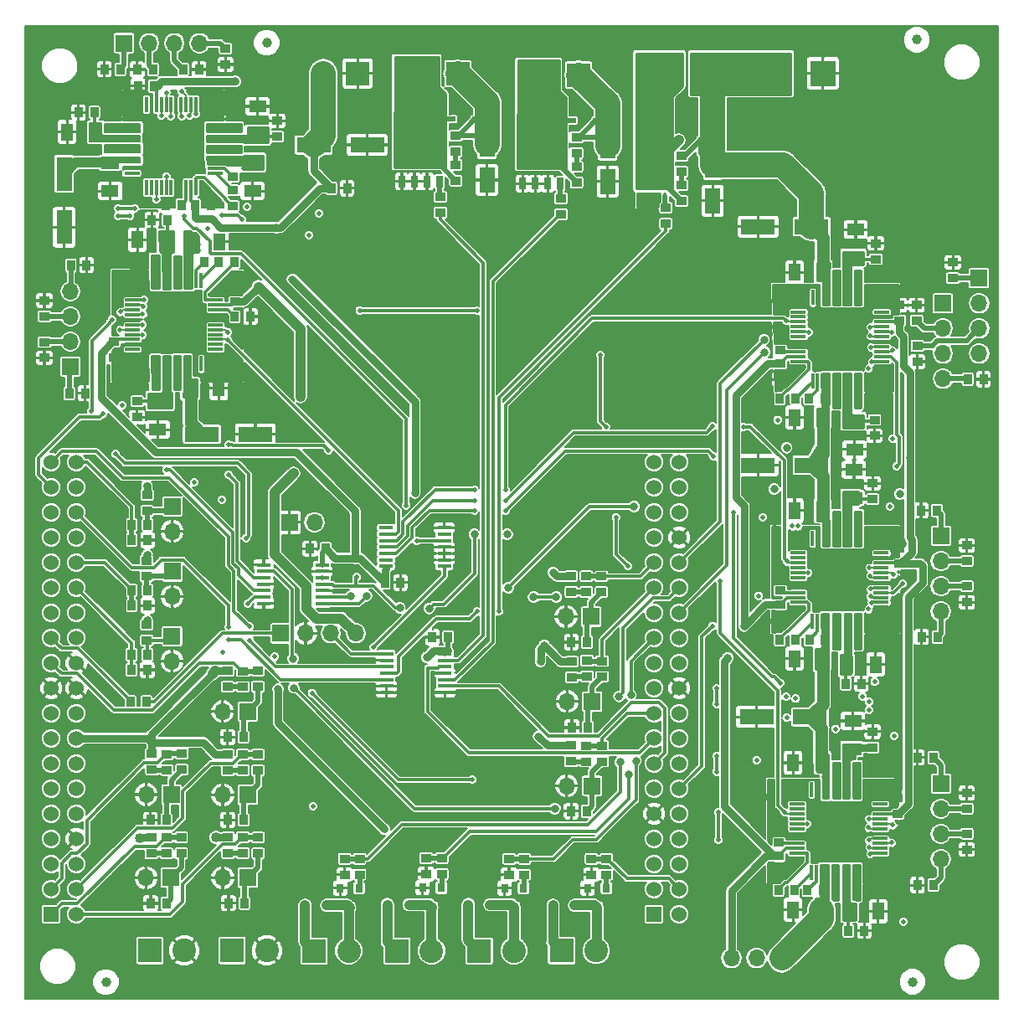
<source format=gtl>
%TF.GenerationSoftware,KiCad,Pcbnew,5.0.0-rc2-dev-unknown-bf135b0~64~ubuntu18.04.1*%
%TF.CreationDate,2018-05-03T23:22:02-07:00*%
%TF.ProjectId,PrntrBoardV1,50726E7472426F61726456312E6B6963,rev?*%
%TF.SameCoordinates,Original*%
%TF.FileFunction,Copper,L1,Top,Signal*%
%TF.FilePolarity,Positive*%
%FSLAX46Y46*%
G04 Gerber Fmt 4.6, Leading zero omitted, Abs format (unit mm)*
G04 Created by KiCad (PCBNEW 5.0.0-rc2-dev-unknown-bf135b0~64~ubuntu18.04.1) date Thu May  3 23:22:02 2018*
%MOMM*%
%LPD*%
G01*
G04 APERTURE LIST*
%ADD10C,1.524000*%
%ADD11R,1.524000X1.524000*%
%ADD12R,1.500000X0.300000*%
%ADD13R,0.300000X1.500000*%
%ADD14R,5.100000X5.100000*%
%ADD15R,3.500000X1.600000*%
%ADD16R,0.820000X1.000000*%
%ADD17R,1.000000X0.820000*%
%ADD18R,2.600000X2.600000*%
%ADD19C,2.600000*%
%ADD20R,2.400000X2.400000*%
%ADD21C,2.400000*%
%ADD22O,1.700000X1.700000*%
%ADD23R,1.700000X1.700000*%
%ADD24R,1.600000X2.600000*%
%ADD25R,1.600000X3.500000*%
%ADD26R,1.220000X1.800000*%
%ADD27R,1.800000X1.220000*%
%ADD28R,0.500000X0.500000*%
%ADD29C,1.000000*%
%ADD30R,1.450000X0.450000*%
%ADD31R,0.800000X0.900000*%
%ADD32R,0.700000X1.150000*%
%ADD33R,4.700000X1.550000*%
%ADD34R,4.200000X3.300000*%
%ADD35O,0.400000X0.650000*%
%ADD36R,0.400000X0.300000*%
%ADD37C,0.600000*%
%ADD38R,1.000000X0.650000*%
%ADD39R,2.400000X1.650000*%
%ADD40C,0.508000*%
%ADD41C,0.838200*%
%ADD42C,1.016000*%
%ADD43C,1.016000*%
%ADD44C,1.270000*%
%ADD45C,0.500000*%
%ADD46C,2.540000*%
%ADD47C,1.000000*%
%ADD48C,0.750000*%
%ADD49C,0.300000*%
%ADD50C,0.203200*%
%ADD51C,0.254000*%
G04 APERTURE END LIST*
D10*
X25463500Y-109156500D03*
X25463500Y-106616500D03*
X25463500Y-104076500D03*
X25463500Y-101536500D03*
X25463500Y-98996500D03*
X25463500Y-96456500D03*
X25463500Y-93916500D03*
X25463500Y-91376500D03*
X25463500Y-88836500D03*
X25463500Y-86296500D03*
X25463500Y-83756500D03*
X25463500Y-81216500D03*
X25463500Y-78676500D03*
X25463500Y-76136500D03*
X25463500Y-73596500D03*
X25463500Y-71056500D03*
X25463500Y-68516500D03*
X25463500Y-65976500D03*
D11*
X22923500Y-109156500D03*
D10*
X22923500Y-106616500D03*
X22923500Y-104076500D03*
X22923500Y-101536500D03*
X22923500Y-98996500D03*
X22923500Y-96456500D03*
X22923500Y-93916500D03*
X22923500Y-91376500D03*
X22923500Y-88836500D03*
X22923500Y-86296500D03*
X22923500Y-83756500D03*
X22923500Y-81216500D03*
X22923500Y-78676500D03*
X22923500Y-76136500D03*
X22923500Y-73596500D03*
X22923500Y-71056500D03*
X22923500Y-68516500D03*
X22923500Y-65976500D03*
D11*
X83883500Y-109156500D03*
D10*
X83883500Y-106616500D03*
X83883500Y-104076500D03*
X83883500Y-101536500D03*
X83883500Y-98996500D03*
X83883500Y-96456500D03*
X83883500Y-93916500D03*
X83883500Y-91376500D03*
X83883500Y-88836500D03*
X83883500Y-86296500D03*
X83883500Y-83756500D03*
X83883500Y-81216500D03*
X83883500Y-78676500D03*
X83883500Y-76136500D03*
X83883500Y-73596500D03*
X83883500Y-71056500D03*
X83883500Y-68516500D03*
X83883500Y-65976500D03*
X86423500Y-109156500D03*
X86423500Y-106616500D03*
X86423500Y-104076500D03*
X86423500Y-101536500D03*
X86423500Y-98996500D03*
X86423500Y-96456500D03*
X86423500Y-93916500D03*
X86423500Y-91376500D03*
X86423500Y-88836500D03*
X86423500Y-86296500D03*
X86423500Y-83756500D03*
X86423500Y-81216500D03*
X86423500Y-78676500D03*
X86423500Y-76136500D03*
X86423500Y-73596500D03*
X86423500Y-71056500D03*
X86423500Y-68516500D03*
X86423500Y-65976500D03*
X83883500Y-63436500D03*
X86423500Y-63436500D03*
X25463500Y-63436500D03*
X22923500Y-63436500D03*
D12*
X106704599Y-103507300D03*
X106704599Y-103007300D03*
X106704599Y-102507300D03*
X106704599Y-102007300D03*
X106704599Y-101507300D03*
X106704599Y-101007300D03*
X106704599Y-100507300D03*
X106704599Y-100007300D03*
X106704599Y-99507300D03*
X106704599Y-99007300D03*
X106704599Y-98507300D03*
X106704599Y-98007300D03*
D13*
X105254599Y-96557300D03*
X104254599Y-96557300D03*
X103254599Y-96557300D03*
X102254599Y-96557300D03*
X101254599Y-96557300D03*
X100254599Y-96557300D03*
X99754599Y-96557300D03*
D12*
X98304599Y-98007300D03*
X98304599Y-98507300D03*
X98304599Y-99007300D03*
X98304599Y-99507300D03*
X98304599Y-100007300D03*
X98304599Y-100507300D03*
X98304599Y-101007300D03*
X98304599Y-101507300D03*
X98304599Y-102007300D03*
X98304599Y-102507300D03*
X98304599Y-103007300D03*
X98304599Y-103507300D03*
D13*
X99754599Y-104957300D03*
X100254599Y-104957300D03*
X100754599Y-104957300D03*
X101254599Y-104957300D03*
X102254599Y-104957300D03*
X103254599Y-104957300D03*
X104254599Y-104957300D03*
X105254599Y-104957300D03*
D14*
X102504599Y-100757300D03*
D12*
X31106201Y-46546700D03*
X31106201Y-47046700D03*
X31106201Y-47546700D03*
X31106201Y-48046700D03*
X31106201Y-48546700D03*
X31106201Y-49046700D03*
X31106201Y-49546700D03*
X31106201Y-50046700D03*
X31106201Y-50546700D03*
X31106201Y-51046700D03*
X31106201Y-51546700D03*
X31106201Y-52046700D03*
D13*
X32556201Y-53496700D03*
X33556201Y-53496700D03*
X34556201Y-53496700D03*
X35556201Y-53496700D03*
X36556201Y-53496700D03*
X37556201Y-53496700D03*
X38056201Y-53496700D03*
D12*
X39506201Y-52046700D03*
X39506201Y-51546700D03*
X39506201Y-51046700D03*
X39506201Y-50546700D03*
X39506201Y-50046700D03*
X39506201Y-49546700D03*
X39506201Y-49046700D03*
X39506201Y-48546700D03*
X39506201Y-48046700D03*
X39506201Y-47546700D03*
X39506201Y-47046700D03*
X39506201Y-46546700D03*
D13*
X38056201Y-45096700D03*
X37556201Y-45096700D03*
X37056201Y-45096700D03*
X36556201Y-45096700D03*
X35556201Y-45096700D03*
X34556201Y-45096700D03*
X33556201Y-45096700D03*
X32556201Y-45096700D03*
D14*
X35306201Y-49296700D03*
D12*
X106843399Y-78127300D03*
X106843399Y-77627300D03*
X106843399Y-77127300D03*
X106843399Y-76627300D03*
X106843399Y-76127300D03*
X106843399Y-75627300D03*
X106843399Y-75127300D03*
X106843399Y-74627300D03*
X106843399Y-74127300D03*
X106843399Y-73627300D03*
X106843399Y-73127300D03*
X106843399Y-72627300D03*
D13*
X105393399Y-71177300D03*
X104393399Y-71177300D03*
X103393399Y-71177300D03*
X102393399Y-71177300D03*
X101393399Y-71177300D03*
X100393399Y-71177300D03*
X99893399Y-71177300D03*
D12*
X98443399Y-72627300D03*
X98443399Y-73127300D03*
X98443399Y-73627300D03*
X98443399Y-74127300D03*
X98443399Y-74627300D03*
X98443399Y-75127300D03*
X98443399Y-75627300D03*
X98443399Y-76127300D03*
X98443399Y-76627300D03*
X98443399Y-77127300D03*
X98443399Y-77627300D03*
X98443399Y-78127300D03*
D13*
X99893399Y-79577300D03*
X100393399Y-79577300D03*
X100893399Y-79577300D03*
X101393399Y-79577300D03*
X102393399Y-79577300D03*
X103393399Y-79577300D03*
X104393399Y-79577300D03*
X105393399Y-79577300D03*
D14*
X102643399Y-75377300D03*
D12*
X106856999Y-53754500D03*
X106856999Y-53254500D03*
X106856999Y-52754500D03*
X106856999Y-52254500D03*
X106856999Y-51754500D03*
X106856999Y-51254500D03*
X106856999Y-50754500D03*
X106856999Y-50254500D03*
X106856999Y-49754500D03*
X106856999Y-49254500D03*
X106856999Y-48754500D03*
X106856999Y-48254500D03*
D13*
X105406999Y-46804500D03*
X104406999Y-46804500D03*
X103406999Y-46804500D03*
X102406999Y-46804500D03*
X101406999Y-46804500D03*
X100406999Y-46804500D03*
X99906999Y-46804500D03*
D12*
X98456999Y-48254500D03*
X98456999Y-48754500D03*
X98456999Y-49254500D03*
X98456999Y-49754500D03*
X98456999Y-50254500D03*
X98456999Y-50754500D03*
X98456999Y-51254500D03*
X98456999Y-51754500D03*
X98456999Y-52254500D03*
X98456999Y-52754500D03*
X98456999Y-53254500D03*
X98456999Y-53754500D03*
D13*
X99906999Y-55204500D03*
X100406999Y-55204500D03*
X100906999Y-55204500D03*
X101406999Y-55204500D03*
X102406999Y-55204500D03*
X103406999Y-55204500D03*
X104406999Y-55204500D03*
X105406999Y-55204500D03*
D14*
X102656999Y-51004500D03*
D13*
X38046100Y-27285401D03*
X37546100Y-27285401D03*
X37046100Y-27285401D03*
X36546100Y-27285401D03*
X36046100Y-27285401D03*
X35546100Y-27285401D03*
X35046100Y-27285401D03*
X34546100Y-27285401D03*
X34046100Y-27285401D03*
X33546100Y-27285401D03*
X33046100Y-27285401D03*
X32546100Y-27285401D03*
D12*
X31096100Y-28735401D03*
X31096100Y-29735401D03*
X31096100Y-30735401D03*
X31096100Y-31735401D03*
X31096100Y-32735401D03*
X31096100Y-33735401D03*
X31096100Y-34235401D03*
D13*
X32546100Y-35685401D03*
X33046100Y-35685401D03*
X33546100Y-35685401D03*
X34046100Y-35685401D03*
X34546100Y-35685401D03*
X35046100Y-35685401D03*
X35546100Y-35685401D03*
X36046100Y-35685401D03*
X36546100Y-35685401D03*
X37046100Y-35685401D03*
X37546100Y-35685401D03*
X38046100Y-35685401D03*
D12*
X39496100Y-34235401D03*
X39496100Y-33735401D03*
X39496100Y-33235401D03*
X39496100Y-32735401D03*
X39496100Y-31735401D03*
X39496100Y-30735401D03*
X39496100Y-29735401D03*
X39496100Y-28735401D03*
D14*
X35296100Y-31485401D03*
D15*
X54864000Y-31369000D03*
X49464000Y-31369000D03*
D16*
X52832000Y-35750500D03*
X51232000Y-35750500D03*
D17*
X63830200Y-34975800D03*
X63830200Y-33375800D03*
X77025500Y-92126000D03*
X77025500Y-93726000D03*
X86652100Y-37058400D03*
X86652100Y-35458400D03*
X42291000Y-93015000D03*
X42291000Y-94615000D03*
X34569400Y-101409700D03*
X34569400Y-103009700D03*
X77089000Y-83528000D03*
X77089000Y-85128000D03*
X42291000Y-101384100D03*
X42291000Y-102984100D03*
X77025500Y-74981000D03*
X77025500Y-76581000D03*
X34607500Y-92989500D03*
X34607500Y-94589500D03*
X42291000Y-84582000D03*
X42291000Y-86182000D03*
X76034900Y-35179000D03*
X76034900Y-33579000D03*
D18*
X100948500Y-24130000D03*
D19*
X95868500Y-24130000D03*
D18*
X89649300Y-24130000D03*
D19*
X84569300Y-24130000D03*
D20*
X64033400Y-24155400D03*
D21*
X60533400Y-24155400D03*
D20*
X76238100Y-24307800D03*
D21*
X72738100Y-24307800D03*
D20*
X49504600Y-112877600D03*
D21*
X53004600Y-112877600D03*
D20*
X32885500Y-112839500D03*
D21*
X36385500Y-112839500D03*
D20*
X41211500Y-112839500D03*
D21*
X44711500Y-112839500D03*
D20*
X74523600Y-112839500D03*
D21*
X78023600Y-112839500D03*
D20*
X57872699Y-112880900D03*
D21*
X61372699Y-112880900D03*
D20*
X53919000Y-24130000D03*
D21*
X50419000Y-24130000D03*
D20*
X66205100Y-112877600D03*
D21*
X69705100Y-112877600D03*
D22*
X49530000Y-69532500D03*
D23*
X46990000Y-69532500D03*
D24*
X79184500Y-35070600D03*
X79184500Y-31470600D03*
X66979800Y-34918200D03*
X66979800Y-31318200D03*
X89801700Y-37026400D03*
X89801700Y-33426400D03*
D15*
X94400000Y-39650000D03*
X99800000Y-39650000D03*
X43560000Y-60640000D03*
X38160000Y-60640000D03*
X94250000Y-89200000D03*
X99650000Y-89200000D03*
D25*
X24231600Y-39690000D03*
X24231600Y-34290000D03*
D15*
X94400000Y-63750000D03*
X99800000Y-63750000D03*
D16*
X41452800Y-43180000D03*
X39852800Y-43180000D03*
D17*
X22225000Y-48704500D03*
X22225000Y-47104500D03*
D16*
X24892000Y-43535600D03*
X26492000Y-43535600D03*
D17*
X22225000Y-51308000D03*
X22225000Y-52908000D03*
X29210000Y-52844500D03*
X29210000Y-51244500D03*
X41503600Y-47193200D03*
X41503600Y-45593200D03*
D16*
X38430000Y-43180000D03*
X36830000Y-43180000D03*
X61455500Y-81153000D03*
X63055500Y-81153000D03*
X112115600Y-106222800D03*
X110515600Y-106222800D03*
X75489000Y-98742500D03*
X77089000Y-98742500D03*
X32639000Y-84442300D03*
X31039000Y-84442300D03*
X99390400Y-106730800D03*
X100990400Y-106730800D03*
D17*
X96469200Y-103276400D03*
X96469200Y-104876400D03*
X108500000Y-97400000D03*
X108500000Y-99000000D03*
X31597600Y-58902400D03*
X31597600Y-57302400D03*
X115506500Y-101028500D03*
X115506500Y-102628500D03*
D16*
X24739600Y-56489600D03*
X26339600Y-56489600D03*
D17*
X108700000Y-72136000D03*
X108700000Y-73736000D03*
X115506500Y-98501000D03*
X115506500Y-96901000D03*
D16*
X33096400Y-38963600D03*
X34696400Y-38963600D03*
X40767000Y-99631500D03*
X42367000Y-99631500D03*
X32969200Y-108064300D03*
X34569200Y-108064300D03*
X41452800Y-48717200D03*
X43052800Y-48717200D03*
X40843400Y-108038900D03*
X42443400Y-108038900D03*
X112115600Y-93319600D03*
X110515600Y-93319600D03*
X99568000Y-81381600D03*
X101168000Y-81381600D03*
D17*
X96621600Y-77825600D03*
X96621600Y-79425600D03*
X96469200Y-101904800D03*
X96469200Y-100304800D03*
D16*
X96444000Y-106730800D03*
X98044000Y-106730800D03*
D17*
X115506500Y-73469500D03*
X115506500Y-71869500D03*
D16*
X112522000Y-81127600D03*
X110922000Y-81127600D03*
X112471200Y-68326000D03*
X110871200Y-68326000D03*
D17*
X115506500Y-76009500D03*
X115506500Y-77609500D03*
D16*
X75565000Y-90297000D03*
X77165000Y-90297000D03*
X58242000Y-75628500D03*
X56642000Y-75628500D03*
X96583600Y-81381600D03*
X98183600Y-81381600D03*
X99542800Y-56997600D03*
X101142800Y-56997600D03*
D17*
X96621600Y-53467200D03*
X96621600Y-55067200D03*
X108650000Y-47550000D03*
X108650000Y-49150000D03*
X105968800Y-90703600D03*
X105968800Y-92303600D03*
X114096800Y-44843600D03*
X114096800Y-43243600D03*
X110490000Y-51689000D03*
X110490000Y-53289000D03*
X45770800Y-28930800D03*
X45770800Y-30530800D03*
X110426500Y-49149000D03*
X110426500Y-47549000D03*
D16*
X105130400Y-110845600D03*
X103530400Y-110845600D03*
X75501500Y-81661000D03*
X77101500Y-81661000D03*
X32956500Y-99631500D03*
X34556500Y-99631500D03*
D17*
X41300400Y-34594800D03*
X41300400Y-32994800D03*
D16*
X37439600Y-37439600D03*
X39039600Y-37439600D03*
X31674000Y-25400000D03*
X33274000Y-25400000D03*
X29895600Y-23723600D03*
X28295600Y-23723600D03*
X115582800Y-55067200D03*
X117182800Y-55067200D03*
X49073000Y-72199500D03*
X50673000Y-72199500D03*
X36258500Y-23749000D03*
X37858500Y-23749000D03*
D17*
X40538400Y-21640800D03*
X40538400Y-23240800D03*
X96621600Y-76428400D03*
X96621600Y-74828400D03*
D16*
X40754500Y-91249500D03*
X42354500Y-91249500D03*
X32664400Y-77952600D03*
X31064400Y-77952600D03*
X32664400Y-71323200D03*
X31064400Y-71323200D03*
D17*
X105968800Y-65595600D03*
X105968800Y-67195600D03*
D16*
X104825600Y-85852000D03*
X103225600Y-85852000D03*
X33210500Y-23749000D03*
X31610500Y-23749000D03*
D17*
X96621600Y-52120800D03*
X96621600Y-50520800D03*
X106299000Y-41326000D03*
X106299000Y-42926000D03*
X106172000Y-60782000D03*
X106172000Y-59182000D03*
X41300400Y-37566400D03*
X41300400Y-35966400D03*
D16*
X36068000Y-37439600D03*
X34468000Y-37439600D03*
X96596400Y-56997600D03*
X98196400Y-56997600D03*
X25679600Y-28092400D03*
X27279600Y-28092400D03*
D26*
X98087200Y-58928000D03*
X100947200Y-58928000D03*
X97927200Y-93850000D03*
X100787200Y-93850000D03*
X39893200Y-41148000D03*
X37033200Y-41148000D03*
X97927200Y-108712000D03*
X100787200Y-108712000D03*
X98079600Y-68350000D03*
X100939600Y-68350000D03*
D27*
X43281600Y-36032400D03*
X43281600Y-33172400D03*
D26*
X98079600Y-44250000D03*
X100939600Y-44250000D03*
D27*
X28854400Y-36032400D03*
X28854400Y-33172400D03*
D26*
X39870000Y-55940000D03*
X37010000Y-55940000D03*
X98079600Y-83312000D03*
X100939600Y-83312000D03*
D22*
X40259000Y-97091500D03*
D23*
X42799000Y-97091500D03*
D22*
X40246300Y-88671400D03*
D23*
X42786300Y-88671400D03*
D22*
X35153600Y-77038200D03*
D23*
X35153600Y-74498200D03*
D22*
X35153600Y-70459600D03*
D23*
X35153600Y-67919600D03*
D22*
X32524700Y-97066100D03*
D23*
X35064700Y-97066100D03*
D22*
X40259000Y-105473500D03*
D23*
X42799000Y-105473500D03*
D22*
X75082400Y-87655400D03*
D23*
X77622400Y-87655400D03*
D22*
X32486600Y-105473500D03*
D23*
X35026600Y-105473500D03*
D22*
X35128200Y-83578700D03*
D23*
X35128200Y-81038700D03*
D22*
X75044300Y-96177100D03*
D23*
X77584300Y-96177100D03*
D22*
X74968100Y-79070200D03*
D23*
X77508100Y-79070200D03*
D22*
X91694000Y-113601500D03*
X94234000Y-113601500D03*
D23*
X96774000Y-113601500D03*
D22*
X112877600Y-78536800D03*
X112877600Y-75996800D03*
X112877600Y-73456800D03*
D23*
X112877600Y-70916800D03*
D22*
X116738400Y-52476400D03*
X116738400Y-49936400D03*
X116738400Y-47396400D03*
D23*
X116738400Y-44856400D03*
D22*
X113080800Y-55016400D03*
X113080800Y-52476400D03*
X113080800Y-49936400D03*
D23*
X113080800Y-47396400D03*
D22*
X112877600Y-103581200D03*
X112877600Y-101041200D03*
X112877600Y-98501200D03*
D23*
X112877600Y-95961200D03*
D22*
X24844800Y-46181600D03*
X24844800Y-48721600D03*
X24844800Y-51261600D03*
D23*
X24844800Y-53801600D03*
D22*
X53717100Y-80758700D03*
X51177100Y-80758700D03*
X48637100Y-80758700D03*
D23*
X46097100Y-80758700D03*
D22*
X37896800Y-21082000D03*
X35356800Y-21082000D03*
X32816800Y-21082000D03*
D23*
X30276800Y-21082000D03*
D28*
X67287500Y-108204000D03*
X65087500Y-108204000D03*
X75765300Y-28930600D03*
X77965300Y-28930600D03*
X63560600Y-28778200D03*
X65760600Y-28778200D03*
X86398100Y-30886400D03*
X88598100Y-30886400D03*
X75860000Y-108267500D03*
X73660000Y-108267500D03*
X59118500Y-108204000D03*
X56918500Y-108204000D03*
X50777500Y-108267500D03*
X48577500Y-108267500D03*
D29*
X28448000Y-116014500D03*
X44704000Y-21018500D03*
X110439200Y-20726400D03*
X110000000Y-116000000D03*
D30*
X56775699Y-73985400D03*
X56775699Y-73335400D03*
X56775699Y-72685400D03*
X56775699Y-72035400D03*
X56775699Y-71385400D03*
X56775699Y-70735400D03*
X56775699Y-70085400D03*
X62675699Y-70085400D03*
X62675699Y-70735400D03*
X62675699Y-71385400D03*
X62675699Y-72035400D03*
X62675699Y-72685400D03*
X62675699Y-73335400D03*
X62675699Y-73985400D03*
X62723301Y-82833600D03*
X62723301Y-83483600D03*
X62723301Y-84133600D03*
X62723301Y-84783600D03*
X62723301Y-85433600D03*
X62723301Y-86083600D03*
X62723301Y-86733600D03*
X56823301Y-86733600D03*
X56823301Y-86083600D03*
X56823301Y-85433600D03*
X56823301Y-84783600D03*
X56823301Y-84133600D03*
X56823301Y-83483600D03*
X56823301Y-82833600D03*
X50312901Y-73842900D03*
X50312901Y-74492900D03*
X50312901Y-75142900D03*
X50312901Y-75792900D03*
X50312901Y-76442900D03*
X50312901Y-77092900D03*
X50312901Y-77742900D03*
X44412901Y-77742900D03*
X44412901Y-77092900D03*
X44412901Y-76442900D03*
X44412901Y-75792900D03*
X44412901Y-75142900D03*
X44412901Y-74492900D03*
X44412901Y-73842900D03*
D31*
X70673000Y-106521500D03*
X68773000Y-106521500D03*
X69723000Y-108521500D03*
X62357000Y-106489500D03*
X60457000Y-106489500D03*
X61407000Y-108489500D03*
X54036000Y-106521500D03*
X52136000Y-106521500D03*
X53086000Y-108521500D03*
X79055000Y-106521500D03*
X77155000Y-106521500D03*
X78105000Y-108521500D03*
D32*
X59643700Y-35070629D03*
X58373700Y-35070629D03*
X60923700Y-35070629D03*
D33*
X60283700Y-29600629D03*
D34*
X60283700Y-31800629D03*
D32*
X62193700Y-35070629D03*
X71848400Y-35276229D03*
X70578400Y-35276229D03*
X73128400Y-35276229D03*
D33*
X72488400Y-29806229D03*
D34*
X72488400Y-32006229D03*
D32*
X74398400Y-35276229D03*
D35*
X83035500Y-36500400D03*
X83685500Y-36500400D03*
D36*
X84335500Y-36700400D03*
D35*
X84985500Y-36500400D03*
X84985500Y-33400400D03*
X84335500Y-33400400D03*
D36*
X83685500Y-33200400D03*
X83035500Y-33200400D03*
D37*
X84010500Y-34950400D03*
X83260500Y-35450400D03*
X83260500Y-34450400D03*
X84760500Y-35450400D03*
X84760500Y-34450400D03*
D38*
X83385500Y-35400400D03*
X83385500Y-34500400D03*
X84635500Y-35400400D03*
X84635500Y-34500400D03*
D39*
X84010500Y-34950400D03*
D36*
X83035500Y-36700400D03*
X83685500Y-36700400D03*
D35*
X84335500Y-36500400D03*
D36*
X84985500Y-36700400D03*
X84985500Y-33200400D03*
X84335500Y-33200400D03*
D35*
X83685500Y-33400400D03*
X83035500Y-33400400D03*
D17*
X40767000Y-94615000D03*
X40767000Y-93015000D03*
X78613000Y-93726000D03*
X78613000Y-92126000D03*
X75438000Y-93675000D03*
X75438000Y-92075000D03*
X32588200Y-81495900D03*
X32588200Y-79895900D03*
D16*
X32639000Y-82918300D03*
X31039000Y-82918300D03*
D17*
X74460100Y-38379400D03*
X74460100Y-36779400D03*
X76034900Y-32207000D03*
X76034900Y-30607000D03*
X62420500Y-103505000D03*
X62420500Y-105105000D03*
X43815000Y-94627500D03*
X43815000Y-93027500D03*
X36068000Y-103009700D03*
X36068000Y-101409700D03*
X33020000Y-103009500D03*
X33020000Y-101409500D03*
X52578000Y-105156000D03*
X52578000Y-103556000D03*
X70739000Y-103556000D03*
X70739000Y-105156000D03*
X78613000Y-85166000D03*
X78613000Y-83566000D03*
X54102000Y-103556000D03*
X54102000Y-105156000D03*
X75565000Y-85217000D03*
X75565000Y-83617000D03*
X43840400Y-103009700D03*
X43840400Y-101409700D03*
X63830200Y-32029400D03*
X63830200Y-30429400D03*
D16*
X32524500Y-87693500D03*
X30924500Y-87693500D03*
D17*
X36131500Y-94551500D03*
X36131500Y-92951500D03*
X78549500Y-76607300D03*
X78549500Y-75007300D03*
X75501500Y-76581000D03*
X75501500Y-74981000D03*
X33083500Y-94551500D03*
X33083500Y-92951500D03*
X43815000Y-86169500D03*
X43815000Y-84569500D03*
X40767000Y-86169500D03*
X40767000Y-84569500D03*
X32562800Y-75006200D03*
X32562800Y-73406200D03*
D16*
X32664400Y-76428600D03*
X31064400Y-76428600D03*
D17*
X62255400Y-38227000D03*
X62255400Y-36627000D03*
X40792400Y-102984100D03*
X40792400Y-101384100D03*
X69215000Y-105168500D03*
X69215000Y-103568500D03*
X32613600Y-68376800D03*
X32613600Y-66776800D03*
D16*
X32664400Y-69799200D03*
X31064400Y-69799200D03*
D17*
X85077300Y-39344400D03*
X85077300Y-37744400D03*
X86652100Y-34086800D03*
X86652100Y-32486800D03*
X77533500Y-105156000D03*
X77533500Y-103556000D03*
X79057500Y-103556000D03*
X79057500Y-105156000D03*
X60833000Y-105105000D03*
X60833000Y-103505000D03*
D26*
X31633200Y-40944800D03*
X34493200Y-40944800D03*
D27*
X103987600Y-89611200D03*
X103987600Y-92471200D03*
D26*
X106273600Y-83921600D03*
X103413600Y-83921600D03*
X106542800Y-108864400D03*
X103682800Y-108864400D03*
D27*
X104089200Y-64196000D03*
X104089200Y-67056000D03*
X104267000Y-39939000D03*
X104267000Y-42799000D03*
X104140000Y-62169000D03*
X104140000Y-59309000D03*
D26*
X24521200Y-30073600D03*
X27381200Y-30073600D03*
D27*
X33680400Y-60162400D03*
X33680400Y-57302400D03*
X43789600Y-27467600D03*
X43789600Y-30327600D03*
D40*
X42402901Y-33083500D03*
X26416000Y-33172400D03*
X37274500Y-40386000D03*
X36893500Y-42227500D03*
X37782500Y-41402000D03*
X37782500Y-42037000D03*
X26987500Y-33172400D03*
X27559000Y-33172400D03*
X28130500Y-33172400D03*
X25273000Y-33147000D03*
X25844500Y-33172400D03*
X40576500Y-32956500D03*
X44196000Y-33083500D03*
X44196000Y-33718500D03*
X42402901Y-33718500D03*
X37010000Y-57023000D03*
X37020500Y-57594500D03*
X37020500Y-58102500D03*
X37020500Y-58610500D03*
X37020500Y-59118500D03*
X37020500Y-59626500D03*
X36766500Y-54546500D03*
X99800000Y-37592000D03*
X101028500Y-56197500D03*
X101028500Y-57721500D03*
X100520500Y-58229500D03*
X101028500Y-58229500D03*
X100520500Y-59626500D03*
X101028500Y-59626500D03*
X100139500Y-62992000D03*
X100947200Y-60388500D03*
X101219000Y-62928500D03*
X100939600Y-64889600D03*
X100939600Y-66992500D03*
X100939600Y-67754500D03*
X100939600Y-68350000D03*
X101282500Y-69278500D03*
X101282500Y-69850000D03*
X101092000Y-80581500D03*
X101092000Y-82105500D03*
X101092000Y-82613500D03*
X100393500Y-82486500D03*
X100393500Y-84137500D03*
X101092000Y-84137500D03*
X100939600Y-84772500D03*
X100939600Y-85407500D03*
X100939600Y-86042500D03*
X100787200Y-92329000D03*
X100787200Y-93218000D03*
X100787200Y-93850000D03*
X101028500Y-95250000D03*
X101028500Y-105918000D03*
X101028500Y-106489500D03*
X101028500Y-107124500D03*
X101028500Y-107823000D03*
X101028500Y-108458000D03*
X100393500Y-110744000D03*
X101028500Y-109093000D03*
X97853500Y-69913500D03*
X98425000Y-69913500D03*
D41*
X58750000Y-29500000D03*
X58750000Y-30500000D03*
X58750000Y-31500000D03*
X58750000Y-32500000D03*
X59750000Y-32500000D03*
X61750000Y-32500000D03*
X60750000Y-32500000D03*
X59750000Y-29500000D03*
X59750000Y-30500000D03*
X60750000Y-30500000D03*
X61750000Y-29500000D03*
X61750000Y-30500000D03*
X61750000Y-31500000D03*
X59750000Y-31500000D03*
X60750000Y-31500000D03*
X60750000Y-29500000D03*
D40*
X33083500Y-47117000D03*
X33718500Y-47117000D03*
X34353500Y-47117000D03*
X34988500Y-47117000D03*
X35623500Y-47117000D03*
X36258500Y-47117000D03*
X36893500Y-47117000D03*
X37528500Y-47117000D03*
X37528500Y-47752000D03*
X37528500Y-48387000D03*
X37528500Y-49022000D03*
X37528500Y-49657000D03*
X37528500Y-50292000D03*
X37528500Y-50927000D03*
X37528500Y-51498500D03*
X36893500Y-47752000D03*
X36893500Y-48387000D03*
X36893500Y-49022000D03*
X36893500Y-49657000D03*
X36893500Y-50292000D03*
X36893500Y-50927000D03*
X36893500Y-51498500D03*
X36258500Y-51498500D03*
X35623500Y-51498500D03*
X34988500Y-51498500D03*
X34353500Y-51498500D03*
X33718500Y-51498500D03*
X33083500Y-51498500D03*
X33083500Y-50927000D03*
X33083500Y-50292000D03*
X33083500Y-49657000D03*
X33083500Y-49022000D03*
X33083500Y-48387000D03*
X33083500Y-47752000D03*
X33718500Y-47752000D03*
X33718500Y-48387000D03*
X33718500Y-49022000D03*
X33718500Y-49657000D03*
X33718500Y-50292000D03*
X33718500Y-50863500D03*
X34353500Y-50927000D03*
X34988500Y-50927000D03*
X35623500Y-50927000D03*
X36258500Y-50927000D03*
X36258500Y-50292000D03*
X35623500Y-50292000D03*
X34988500Y-50292000D03*
X34353500Y-50292000D03*
X34353500Y-49657000D03*
X34353500Y-49022000D03*
X34353500Y-48387000D03*
X34353500Y-47752000D03*
X34988500Y-47752000D03*
X35623500Y-47752000D03*
X36258500Y-47752000D03*
X36258500Y-48387000D03*
X36258500Y-49022000D03*
X36258500Y-49657000D03*
X35623500Y-49657000D03*
X34988500Y-49657000D03*
X34988500Y-49022000D03*
X35623500Y-49022000D03*
X35623500Y-48387000D03*
X34988500Y-48387000D03*
X104902000Y-48768000D03*
X104838500Y-73215500D03*
X104711500Y-98552000D03*
X104902000Y-53213000D03*
X100393500Y-53213000D03*
X100393500Y-48768000D03*
X100393500Y-73215500D03*
X100393500Y-77597000D03*
X104838500Y-77597000D03*
X104711500Y-102933500D03*
X100266500Y-102933500D03*
X100266500Y-98552000D03*
X37528500Y-29273500D03*
X33020000Y-29273500D03*
X33020000Y-33718500D03*
X37528500Y-33718500D03*
X104902000Y-52578000D03*
X104902000Y-51943000D03*
X104902000Y-51308000D03*
X104902000Y-50673000D03*
X104902000Y-50038000D03*
X104902000Y-49403000D03*
X104203500Y-48768000D03*
X103568500Y-48768000D03*
X102933500Y-48768000D03*
X102298500Y-48768000D03*
X101663500Y-48768000D03*
X101028500Y-48768000D03*
X104203500Y-53213000D03*
X103568500Y-53213000D03*
X102933500Y-53213000D03*
X102298500Y-53213000D03*
X101663500Y-53213000D03*
X101028500Y-53213000D03*
X100393500Y-52578000D03*
X100393500Y-51943000D03*
X100393500Y-51308000D03*
X100393500Y-50673000D03*
X100393500Y-50038000D03*
X100393500Y-49403000D03*
X104203500Y-77597000D03*
X103568500Y-77597000D03*
X102933500Y-77597000D03*
X102298500Y-77597000D03*
X101663500Y-77597000D03*
X101028500Y-77597000D03*
X100393500Y-76962000D03*
X100393500Y-76327000D03*
X100393500Y-75692000D03*
X100393500Y-75057000D03*
X100393500Y-74422000D03*
X100393500Y-73787000D03*
X101028500Y-73215500D03*
X101663500Y-73215500D03*
X102298500Y-73215500D03*
X102933500Y-73215500D03*
X103568500Y-73215500D03*
X104203500Y-73215500D03*
X104838500Y-73787000D03*
X104838500Y-74422000D03*
X104838500Y-75057000D03*
X104838500Y-75692000D03*
X104838500Y-76327000D03*
X104838500Y-77025500D03*
X104711500Y-99187000D03*
X104711500Y-99822000D03*
X104711500Y-100457000D03*
X104711500Y-101092000D03*
X104711500Y-101727000D03*
X104711500Y-102362000D03*
X104076500Y-102933500D03*
X103441500Y-102933500D03*
X102806500Y-102933500D03*
X102171500Y-102933500D03*
X101536500Y-102933500D03*
X100901500Y-102933500D03*
X100266500Y-102362000D03*
X100266500Y-101727000D03*
X100266500Y-101092000D03*
X100266500Y-100457000D03*
X100266500Y-99822000D03*
X100266500Y-99187000D03*
X100901500Y-98552000D03*
X101536500Y-98552000D03*
X102171500Y-98552000D03*
X102806500Y-98552000D03*
X103441500Y-98552000D03*
X104076500Y-98552000D03*
D41*
X92837000Y-35687000D03*
X93980000Y-35687000D03*
X94996000Y-35687000D03*
X96075500Y-35687000D03*
X91821000Y-39179500D03*
X91821000Y-40195500D03*
X91821000Y-41211500D03*
X91821000Y-42227500D03*
D40*
X36893500Y-29273500D03*
X36258500Y-29273500D03*
X35623500Y-29273500D03*
X34988500Y-29273500D03*
X34353500Y-29273500D03*
X33718500Y-29273500D03*
X33020000Y-29908500D03*
X33020000Y-30543500D03*
X33020000Y-31178500D03*
X33020000Y-31813500D03*
X33020000Y-32448500D03*
X33020000Y-33083500D03*
X33718500Y-33718500D03*
X34353500Y-33718500D03*
X34988500Y-33718500D03*
X35623500Y-33718500D03*
X36258500Y-33718500D03*
X36893500Y-33718500D03*
X37528500Y-33083500D03*
X37528500Y-32448500D03*
X37528500Y-31813500D03*
X37528500Y-31178500D03*
X37528500Y-30543500D03*
X37528500Y-29908500D03*
D41*
X63881000Y-88201500D03*
X62928500Y-88201500D03*
X61976000Y-88201500D03*
X109855000Y-74930000D03*
X108013500Y-86169500D03*
X108013500Y-87376000D03*
X108036510Y-85031669D03*
X98361500Y-91376500D03*
X98107500Y-96202500D03*
X94996000Y-97345500D03*
X93281500Y-94488000D03*
X28257500Y-61404500D03*
X27114500Y-59626500D03*
X26098500Y-61404500D03*
X92159058Y-85082108D03*
X92704010Y-91059000D03*
X88392000Y-58102500D03*
X87439500Y-58102500D03*
X86487000Y-58102500D03*
X85471000Y-58102500D03*
X84455000Y-58102500D03*
X90551000Y-49847500D03*
X89535000Y-49847500D03*
X88455500Y-49847500D03*
X73088500Y-56007000D03*
X73088500Y-57023000D03*
X73088500Y-58039000D03*
X94805500Y-56070500D03*
X94805500Y-57086500D03*
X94805500Y-58166000D03*
X96329500Y-82994500D03*
X96329500Y-84010500D03*
X95377000Y-79502000D03*
X94424500Y-80327500D03*
X93535500Y-81216500D03*
X95059500Y-81280000D03*
X46101000Y-76581000D03*
X40195500Y-45720000D03*
X41402000Y-44577000D03*
X44386500Y-48641000D03*
X43815000Y-47434500D03*
D40*
X38671500Y-35941000D03*
X39243000Y-36449000D03*
X40005000Y-37338000D03*
X52984400Y-74422000D03*
X52425600Y-76504800D03*
X64516000Y-69545200D03*
X60960000Y-65430400D03*
X56896000Y-65430400D03*
X53187600Y-65430400D03*
X69088000Y-69545200D03*
X38444583Y-37508625D03*
X31699200Y-39065200D03*
X30276800Y-40335200D03*
X29718000Y-40995600D03*
X27228800Y-42265600D03*
X26873200Y-39573200D03*
X25857200Y-42164000D03*
X24587200Y-42265600D03*
X23164800Y-42265600D03*
X21742400Y-42265600D03*
X33718500Y-29908500D03*
X34353500Y-29908500D03*
X34988500Y-29908500D03*
X35623500Y-29908500D03*
X36258500Y-29908500D03*
X36893500Y-29908500D03*
X36893500Y-30543500D03*
X36893500Y-31178500D03*
X36893500Y-31813500D03*
X36893500Y-32448500D03*
X36893500Y-33083500D03*
X36258500Y-33083500D03*
X35623500Y-33083500D03*
X34988500Y-33083500D03*
X34353500Y-33083500D03*
X33718500Y-33083500D03*
X33718500Y-32448500D03*
X34353500Y-32448500D03*
X34988500Y-32448500D03*
X35623500Y-32448500D03*
X36258500Y-32448500D03*
X36258500Y-31813500D03*
X35623500Y-31813500D03*
X34988500Y-31813500D03*
X34353500Y-31813500D03*
X33718500Y-31813500D03*
X33718500Y-31178500D03*
X34353500Y-31178500D03*
X34988500Y-31178500D03*
X35623500Y-31178500D03*
X36258500Y-31178500D03*
X36258500Y-30543500D03*
X35623500Y-30543500D03*
X34988500Y-30543500D03*
X34353500Y-30543500D03*
X33718500Y-30543500D03*
X101028500Y-49403000D03*
X101028500Y-50038000D03*
X101028500Y-50673000D03*
X101028500Y-51308000D03*
X101028500Y-51943000D03*
X101028500Y-52578000D03*
X101663500Y-52578000D03*
X102298500Y-52578000D03*
X102933500Y-52578000D03*
X103568500Y-52578000D03*
X104203500Y-52578000D03*
X104203500Y-51943000D03*
X103568500Y-51943000D03*
X102933500Y-51943000D03*
X102298500Y-51943000D03*
X101663500Y-51943000D03*
X101663500Y-51308000D03*
X102298500Y-51308000D03*
X102933500Y-51308000D03*
X103568500Y-51308000D03*
X104203500Y-51308000D03*
X104203500Y-49403000D03*
X104203500Y-50038000D03*
X104203500Y-50673000D03*
X103568500Y-50673000D03*
X102933500Y-50673000D03*
X102298500Y-50673000D03*
X101663500Y-50673000D03*
X101663500Y-50038000D03*
X102298500Y-50038000D03*
X102933500Y-50038000D03*
X103568500Y-50038000D03*
X103568500Y-49403000D03*
X102933500Y-49403000D03*
X102298500Y-49403000D03*
X101663500Y-49403000D03*
X104203500Y-73787000D03*
X103568500Y-73787000D03*
X102933500Y-73787000D03*
X102298500Y-73787000D03*
X101663500Y-73787000D03*
X101028500Y-73787000D03*
X101028500Y-74422000D03*
X101028500Y-75057000D03*
X101028500Y-75692000D03*
X101028500Y-76327000D03*
X101028500Y-76962000D03*
X101663500Y-76962000D03*
X102298500Y-76962000D03*
X102933500Y-76962000D03*
X103568500Y-76962000D03*
X104203500Y-76962000D03*
X104203500Y-76327000D03*
X104203500Y-75692000D03*
X104203500Y-75057000D03*
X104203500Y-74422000D03*
X103568500Y-74422000D03*
X102933500Y-74422000D03*
X102298500Y-74422000D03*
X101663500Y-74422000D03*
X101663500Y-75057000D03*
X102298500Y-75057000D03*
X102933500Y-75057000D03*
X103568500Y-75057000D03*
X103568500Y-75692000D03*
X103568500Y-76327000D03*
X102933500Y-76327000D03*
X102933500Y-75692000D03*
X102298500Y-75692000D03*
X102298500Y-76327000D03*
X101663500Y-76327000D03*
X101663500Y-75692000D03*
X100901500Y-99187000D03*
X101536500Y-99187000D03*
X102171500Y-99187000D03*
X102806500Y-99187000D03*
X103441500Y-99187000D03*
X104076500Y-99187000D03*
X104076500Y-99822000D03*
X104076500Y-100457000D03*
X104076500Y-101092000D03*
X104076500Y-101727000D03*
X104076500Y-102362000D03*
X103441500Y-102362000D03*
X102806500Y-102362000D03*
X102171500Y-102362000D03*
X101536500Y-102362000D03*
X100901500Y-102362000D03*
X100901500Y-101727000D03*
X101536500Y-101727000D03*
X102171500Y-101727000D03*
X102806500Y-101727000D03*
X103441500Y-101727000D03*
X103441500Y-101092000D03*
X103441500Y-100457000D03*
X103441500Y-99822000D03*
X102806500Y-99822000D03*
X102171500Y-99822000D03*
X101536500Y-99822000D03*
X100901500Y-99822000D03*
X100901500Y-100457000D03*
X101536500Y-100457000D03*
X102171500Y-100457000D03*
X102806500Y-100457000D03*
X102806500Y-101092000D03*
X102171500Y-101092000D03*
X101536500Y-101092000D03*
X100901500Y-101092000D03*
X71628000Y-78676500D03*
X70929500Y-78676500D03*
X70167500Y-78676500D03*
X70104000Y-81216500D03*
X70929500Y-81216500D03*
X71628000Y-81216500D03*
X65214500Y-81153000D03*
X64389000Y-81153000D03*
X60071000Y-78867000D03*
X65913000Y-76200000D03*
X65024000Y-78028800D03*
X64452500Y-73342500D03*
X64452500Y-74168000D03*
X64452500Y-75057000D03*
X60896500Y-75374500D03*
X60769500Y-73660000D03*
X60007500Y-73660000D03*
X59245500Y-73660000D03*
X58356500Y-73660000D03*
X60007500Y-72644000D03*
X51879500Y-70993000D03*
X51879500Y-70294500D03*
X51879500Y-69596000D03*
X51879500Y-68897500D03*
X50673000Y-63563500D03*
X51562000Y-63563500D03*
X54356000Y-62992000D03*
X54356000Y-62039500D03*
X54356000Y-60960000D03*
X56324500Y-61023500D03*
X56324500Y-61976000D03*
X56324500Y-63055500D03*
X61087000Y-63119000D03*
X61087000Y-61976000D03*
X61087000Y-60960000D03*
X69913500Y-63373000D03*
X69913500Y-62357000D03*
X69850000Y-61150500D03*
X70929500Y-68453000D03*
X71755000Y-67691000D03*
X72580500Y-66802000D03*
X69596000Y-73279000D03*
X70358000Y-72707500D03*
X71183500Y-72072500D03*
X70739000Y-76263500D03*
X68072000Y-83439000D03*
X68897500Y-83439000D03*
X69786500Y-83439000D03*
X66865500Y-91630500D03*
X67945000Y-91630500D03*
X69024500Y-91630500D03*
X59182000Y-88900000D03*
X59944000Y-89725500D03*
X60706000Y-90487500D03*
X57658000Y-90551000D03*
X58356500Y-91249500D03*
X59182000Y-92075000D03*
X55880000Y-91567000D03*
X56578500Y-92392500D03*
X57277000Y-93281500D03*
X67691000Y-94297500D03*
X69024500Y-94297500D03*
X70231000Y-94297500D03*
X82423000Y-84963000D03*
X87820500Y-82423000D03*
X88074500Y-74485500D03*
X88328500Y-78232000D03*
X88519000Y-69405500D03*
X88582500Y-65024000D03*
X81851500Y-65722500D03*
X81216500Y-69024500D03*
X81280000Y-71628000D03*
X78422500Y-68961000D03*
X78486000Y-71564500D03*
X77533500Y-71564500D03*
X76517500Y-71564500D03*
X80073500Y-78041500D03*
X80137000Y-76136500D03*
X82169000Y-76136500D03*
X87757000Y-92329000D03*
X97726500Y-104267000D03*
X96139000Y-99123500D03*
X96393000Y-109283500D03*
X96393000Y-109982000D03*
X96393000Y-110617000D03*
X108394500Y-109220000D03*
X106426000Y-110871000D03*
X107124500Y-110871000D03*
X107759500Y-110871000D03*
X102171500Y-85471000D03*
X102171500Y-86169500D03*
X97218500Y-85153500D03*
X97853500Y-85153500D03*
X97536000Y-86360000D03*
X98234500Y-86360000D03*
X94361000Y-82232500D03*
X97980500Y-78613000D03*
X93281500Y-65405000D03*
X93980000Y-65405000D03*
X94678500Y-65405000D03*
X94107000Y-68008500D03*
X96139000Y-67437000D03*
X96075500Y-69723000D03*
X96075500Y-71691500D03*
X94297500Y-71755000D03*
X90297000Y-71691500D03*
X98171000Y-71628000D03*
X98742500Y-71628000D03*
X88265000Y-40386000D03*
X89090500Y-40386000D03*
X89916000Y-40386000D03*
X83883500Y-37592000D03*
X82550000Y-37592000D03*
X77279500Y-37147500D03*
X76581000Y-37147500D03*
X59690000Y-37528500D03*
X59690000Y-38227000D03*
X59690000Y-38989000D03*
X59690000Y-39751000D03*
X59690000Y-40513000D03*
X50863500Y-38417500D03*
X51689000Y-38417500D03*
X52514500Y-38417500D03*
X53276500Y-38417500D03*
X54038500Y-38481000D03*
X45466000Y-23114000D03*
X45466000Y-23749000D03*
X45466000Y-24384000D03*
X46164500Y-24828500D03*
X46799500Y-25273000D03*
X21336000Y-27178000D03*
X21336000Y-28067000D03*
X21336000Y-28892500D03*
X43180000Y-38608000D03*
X43815000Y-38608000D03*
X44450000Y-38608000D03*
X41402000Y-40894000D03*
X45783500Y-41338500D03*
X45783500Y-42037000D03*
X44894500Y-44005500D03*
X42545000Y-51244500D03*
X43307000Y-51244500D03*
X44069000Y-51244500D03*
X44894500Y-51244500D03*
X50927000Y-45021500D03*
X50927000Y-45910500D03*
X50927000Y-46736000D03*
X50546000Y-52514500D03*
X53276500Y-49085500D03*
X54229000Y-49149000D03*
X56515000Y-49403000D03*
X60071000Y-51054000D03*
X64643000Y-52895500D03*
X60071000Y-52641500D03*
X56451500Y-52641500D03*
X27051000Y-66548000D03*
X27876500Y-66548000D03*
X27051000Y-67500500D03*
X27495500Y-72136000D03*
X28130500Y-72644000D03*
X27432000Y-74866500D03*
X28194000Y-75501500D03*
X27114500Y-81089500D03*
X27940000Y-81788000D03*
X27940000Y-82804000D03*
X27305000Y-85344000D03*
X28384500Y-86233000D03*
X27114500Y-88011000D03*
X27114500Y-88836500D03*
X32766000Y-86106000D03*
X32131000Y-86106000D03*
X37719000Y-78803500D03*
X37719000Y-77914500D03*
X37719000Y-77089000D03*
X37782500Y-71564500D03*
X37782500Y-70675500D03*
X37719000Y-69723000D03*
X41910000Y-64770000D03*
X39751000Y-64643000D03*
X42291000Y-66738500D03*
X44005500Y-64833500D03*
X44767500Y-64833500D03*
X43751500Y-66675000D03*
X44513500Y-69278500D03*
X50736500Y-56261000D03*
X50736500Y-57086500D03*
X50736500Y-58102500D03*
X43243500Y-56197500D03*
X44132500Y-56197500D03*
X46228000Y-59055000D03*
X46228000Y-59944000D03*
X46228000Y-60960000D03*
X83375500Y-112331500D03*
X84391500Y-112331500D03*
X85471000Y-112331500D03*
X91757500Y-101092000D03*
X92329000Y-101600000D03*
X92900500Y-102171500D03*
X93853000Y-107950000D03*
X93853000Y-108712000D03*
X93853000Y-109537500D03*
X112585500Y-85471000D03*
X112585500Y-86614000D03*
X112585500Y-87757000D03*
X88328500Y-99187000D03*
X88328500Y-100139500D03*
X88455500Y-104711500D03*
X88455500Y-105791000D03*
X88455500Y-106870500D03*
X114046000Y-60198000D03*
X114046000Y-61341000D03*
X114046000Y-62484000D03*
X114046000Y-63690500D03*
X107886500Y-28702000D03*
X107886500Y-29591000D03*
X107886500Y-30480000D03*
X107886500Y-31432500D03*
X84709000Y-45529500D03*
X85661500Y-45529500D03*
X86550500Y-45529500D03*
X87376000Y-45529500D03*
X70421500Y-45910500D03*
X71437500Y-45910500D03*
X72517000Y-45910500D03*
X73469500Y-45910500D03*
X74549000Y-45910500D03*
X66611500Y-40068500D03*
X67564000Y-40068500D03*
X68516500Y-40068500D03*
X69532500Y-40068500D03*
X59055000Y-45974000D03*
X60071000Y-45974000D03*
X61087000Y-45974000D03*
X95313500Y-20828000D03*
X96964500Y-20828000D03*
X98742500Y-20828000D03*
X76771500Y-61404500D03*
X77533500Y-61404500D03*
X78295500Y-61404500D03*
X80962500Y-61404500D03*
X54927500Y-78549500D03*
X55626000Y-78549500D03*
X56324500Y-78549500D03*
X46482000Y-82359500D03*
X79756000Y-94742000D03*
X81216500Y-90805000D03*
X81216500Y-91503500D03*
X38290500Y-93154500D03*
X38290500Y-93853000D03*
X35560000Y-98615500D03*
X64452500Y-28448000D03*
X63817500Y-26797000D03*
X77952590Y-37147500D03*
X81661000Y-37552746D03*
X62928500Y-20637500D03*
X62103000Y-20637500D03*
X61277500Y-20637500D03*
X60515500Y-20637500D03*
X59817000Y-20637500D03*
X59118500Y-20637500D03*
X56578500Y-20637500D03*
X56578500Y-22479000D03*
X56578500Y-24320500D03*
X56578500Y-25717500D03*
X56578500Y-27241500D03*
X49085500Y-20637500D03*
X50673000Y-20637500D03*
X52197000Y-20637500D03*
X53848000Y-20637500D03*
X68770500Y-23558500D03*
X68770500Y-25273000D03*
X68770500Y-26797000D03*
X68770500Y-28511500D03*
X79375000Y-22923500D03*
X80708500Y-22923500D03*
X79375000Y-24320500D03*
X87122000Y-28829000D03*
X93662500Y-30734000D03*
X97155000Y-30734000D03*
X100203000Y-30734000D03*
X103378000Y-30734000D03*
D41*
X71004000Y-29754000D03*
X72004000Y-29754000D03*
X73048629Y-29754000D03*
X71004000Y-30754000D03*
X72004000Y-30754000D03*
X73004000Y-30754000D03*
X74004000Y-30754000D03*
X74004000Y-31754000D03*
X72004000Y-31754000D03*
X71004000Y-31754000D03*
X71004000Y-32754000D03*
X72004000Y-32754000D03*
X73004000Y-31754000D03*
X73004000Y-32754000D03*
X74004000Y-29754000D03*
X74004000Y-32754000D03*
X43878500Y-45720000D03*
X45656500Y-39720599D03*
X91313000Y-83248500D03*
X92964000Y-80010000D03*
X60896500Y-83185000D03*
X48133000Y-56832500D03*
D40*
X92122599Y-57200800D03*
D41*
X47418420Y-64591210D03*
D40*
X85344000Y-33972500D03*
X84010500Y-33972500D03*
X82740500Y-33972500D03*
X82677000Y-34925000D03*
X85407500Y-34925000D03*
X84760500Y-34450400D03*
X84010500Y-35560000D03*
X83260500Y-34450400D03*
X82677000Y-35496500D03*
X85407500Y-35496500D03*
X84760500Y-35450400D03*
X84010500Y-34950400D03*
X83260500Y-35450400D03*
D41*
X81320500Y-94996000D03*
D40*
X68199000Y-78549500D03*
X65976500Y-78549500D03*
D41*
X45847000Y-86423500D03*
X56578500Y-100520500D03*
D40*
X32575500Y-65786000D03*
X32639000Y-72771000D03*
X32639000Y-79375000D03*
D41*
X82042000Y-93662500D03*
X81534000Y-87018010D03*
D42*
X31877000Y-101486699D03*
X39560500Y-101409500D03*
D41*
X73660000Y-74612500D03*
X72771000Y-81978500D03*
X72199500Y-91186000D03*
X72390000Y-83629500D03*
X41529000Y-24955500D03*
X47307500Y-44958000D03*
X59690000Y-66548000D03*
X53657500Y-73152000D03*
X39250500Y-84836000D03*
X97282000Y-61976000D03*
X109727401Y-63055500D03*
X80454500Y-93789500D03*
X80327500Y-87122000D03*
D40*
X42941596Y-81454904D03*
X42926000Y-80073500D03*
X105600500Y-99504500D03*
X102235000Y-90424000D03*
X91884500Y-68516500D03*
X96647000Y-85788500D03*
D41*
X94996000Y-51054000D03*
D40*
X107868590Y-50292000D03*
X105727500Y-49784000D03*
D41*
X95059500Y-52324000D03*
D40*
X105615590Y-74104500D03*
X105600500Y-87693500D03*
X97218500Y-87185500D03*
X105753045Y-76999382D03*
X104965500Y-87122000D03*
X98183442Y-87363558D03*
X108394500Y-63881000D03*
X94869000Y-69024500D03*
X89789000Y-80010000D03*
X108072423Y-74778570D03*
X105600500Y-88519000D03*
X97282000Y-89281000D03*
X32131000Y-50546000D03*
X49377600Y-98247200D03*
X30075990Y-57708800D03*
X105615080Y-102380660D03*
X109093000Y-109918500D03*
X90360500Y-101663500D03*
X90360500Y-98869500D03*
X90214090Y-87881874D03*
X90214090Y-93154500D03*
X90214090Y-94742000D03*
X90214090Y-86336687D03*
D41*
X73977500Y-77089000D03*
X71691500Y-77089000D03*
X53210815Y-77021390D03*
D40*
X34036000Y-28384500D03*
X38760400Y-39827200D03*
X54102000Y-48107600D03*
X65989200Y-48158400D03*
X78435200Y-52628800D03*
X78994000Y-59893200D03*
X80010000Y-69037200D03*
X81229200Y-73964800D03*
X29845000Y-50038000D03*
X40195500Y-67246500D03*
D41*
X47371000Y-83312000D03*
X73850500Y-98488500D03*
X47434500Y-86273490D03*
D40*
X36901605Y-28386014D03*
X48971200Y-40487600D03*
X37375842Y-65494158D03*
X32202309Y-47683694D03*
X45516800Y-83108800D03*
X40284400Y-82702400D03*
X34544000Y-26098500D03*
X49974500Y-38290500D03*
X34988500Y-28448000D03*
X32131000Y-49530000D03*
X105727500Y-50673000D03*
X105718347Y-74933820D03*
X105537000Y-100393500D03*
X106172000Y-85661500D03*
X31353900Y-37782500D03*
X29654500Y-37782500D03*
X108022938Y-61069590D03*
X28178910Y-58547000D03*
X50952400Y-62230000D03*
X96367600Y-59182000D03*
X40843200Y-61685579D03*
X55499000Y-82169000D03*
X34558715Y-64250799D03*
X40845590Y-81407000D03*
X40845590Y-80137000D03*
X107950000Y-100139500D03*
X108140500Y-91122500D03*
X94234000Y-93599000D03*
X65468500Y-95567500D03*
X49276000Y-86804500D03*
X34544000Y-34607500D03*
X40767000Y-50292000D03*
X99504500Y-50292000D03*
X99441000Y-74612500D03*
X99314000Y-100012500D03*
X40195500Y-38481000D03*
X42206538Y-38939189D03*
X40830500Y-64706500D03*
X36131500Y-28448000D03*
X32154751Y-48472436D03*
X105791000Y-51816000D03*
X105749412Y-76260886D03*
X105598098Y-101662185D03*
X105537000Y-78295500D03*
X105537000Y-53975000D03*
X30894301Y-38544500D03*
X29654500Y-38544500D03*
X42773600Y-77774800D03*
X94437200Y-76962000D03*
X42621200Y-71120000D03*
X29413200Y-62636400D03*
X29057600Y-49022000D03*
X26974800Y-58318400D03*
X36131500Y-25971500D03*
X107886500Y-101917500D03*
X108985601Y-75755500D03*
D41*
X108712000Y-66675000D03*
X96012000Y-66167000D03*
X81851500Y-67945000D03*
X69151500Y-76136500D03*
X54800500Y-76962000D03*
D40*
X29908500Y-48240104D03*
X107968004Y-52126620D03*
X32258000Y-46990000D03*
X37546101Y-28241948D03*
X105900452Y-53254499D03*
X105707638Y-103034542D03*
X105848707Y-77652818D03*
D41*
X58166000Y-78168500D03*
X61150500Y-78232000D03*
X65722500Y-70739000D03*
X69024500Y-70739000D03*
D40*
X107711822Y-67945000D03*
X53797200Y-75082400D03*
X42714632Y-37642800D03*
X50355500Y-75161498D03*
X33528000Y-36830000D03*
X58801000Y-67818000D03*
X59867895Y-71405850D03*
X36386348Y-38537944D03*
X40754558Y-51066442D03*
X97218500Y-49149000D03*
X68834000Y-66230500D03*
X65722500Y-66230500D03*
X97282000Y-73469500D03*
X89789000Y-59817000D03*
X68897500Y-67310000D03*
X65722500Y-67310000D03*
X92904009Y-59880500D03*
X97028000Y-98806000D03*
X90551000Y-75438000D03*
X68897500Y-68326000D03*
X65722500Y-68326000D03*
X89900969Y-62882410D03*
X29781500Y-29781500D03*
X29210000Y-29781500D03*
X28638500Y-29781500D03*
X29781500Y-31750000D03*
X29210000Y-31750000D03*
X28638500Y-31750000D03*
X40703500Y-31750000D03*
X41275000Y-31750000D03*
X41846500Y-31750000D03*
X40703500Y-29718000D03*
X41275000Y-29718000D03*
X41846500Y-29718000D03*
X104394000Y-45466000D03*
X104394000Y-44894500D03*
X104394000Y-44323000D03*
X102362000Y-45466000D03*
X102362000Y-44894500D03*
X102362000Y-44323000D03*
X102362000Y-56515000D03*
X102362000Y-57086500D03*
X102362000Y-57658000D03*
X104394000Y-56515000D03*
X104394000Y-57086500D03*
X104394000Y-57658000D03*
X104394000Y-69850000D03*
X104394000Y-69278500D03*
X104394000Y-68707000D03*
X102425500Y-69850000D03*
X102425500Y-69278500D03*
X102425500Y-68707000D03*
X102362000Y-80899000D03*
X102362000Y-81470500D03*
X102362000Y-82042000D03*
X104394000Y-80899000D03*
X104394000Y-81470500D03*
X104394000Y-82042000D03*
X104267000Y-95250000D03*
X104267000Y-94678500D03*
X104267000Y-94107000D03*
X102298500Y-95250000D03*
X102298500Y-94678500D03*
X102298500Y-94107000D03*
X102235000Y-106235500D03*
X102235000Y-107378500D03*
X102235000Y-106807000D03*
X104267000Y-106235500D03*
X104267000Y-106807000D03*
X104267000Y-107378500D03*
X33528000Y-54673500D03*
X33528000Y-55245000D03*
X33528000Y-55816500D03*
X35560000Y-54673500D03*
X35560000Y-55245000D03*
X35560000Y-55816500D03*
X35560000Y-43942000D03*
X35560000Y-43370500D03*
X35560000Y-42799000D03*
X33528000Y-43942000D03*
X33528000Y-43370500D03*
X33528000Y-42799000D03*
D43*
X25349200Y-33172400D02*
X25349200Y-33172400D01*
X28854400Y-33172400D02*
X28321000Y-33172400D01*
D44*
X37010000Y-59490000D02*
X37010000Y-59490000D01*
X37010000Y-55940000D02*
X37010000Y-57023000D01*
D45*
X86997700Y-32486800D02*
X88598100Y-30886400D01*
X86652100Y-32486800D02*
X86997700Y-32486800D01*
X76288900Y-30607000D02*
X77965300Y-28930600D01*
X76034900Y-30607000D02*
X76288900Y-30607000D01*
X64109400Y-30429400D02*
X65760600Y-28778200D01*
X63830200Y-30429400D02*
X64109400Y-30429400D01*
X66091000Y-30429400D02*
X66979800Y-31318200D01*
X63830200Y-30429400D02*
X66091000Y-30429400D01*
X78320900Y-30607000D02*
X79184500Y-31470600D01*
X76034900Y-30607000D02*
X78320900Y-30607000D01*
X88598100Y-32222800D02*
X89801700Y-33426400D01*
X88598100Y-30886400D02*
X88598100Y-32222800D01*
D46*
X89801700Y-24282400D02*
X89649300Y-24130000D01*
X89801700Y-33426400D02*
X89801700Y-24282400D01*
X79184500Y-27254200D02*
X76238100Y-24307800D01*
X79184500Y-31470600D02*
X79184500Y-27254200D01*
D44*
X100939600Y-87910400D02*
X99650000Y-89200000D01*
X100939600Y-83312000D02*
X100939600Y-83312000D01*
X100787200Y-90337200D02*
X99650000Y-89200000D01*
X100787200Y-93850000D02*
X100787200Y-93850000D01*
X100939600Y-64889600D02*
X100939600Y-64889600D01*
X100939600Y-68350000D02*
X100939600Y-68350000D01*
X100693200Y-62602800D02*
X100901500Y-61976000D01*
X100947200Y-58928000D02*
X100947200Y-58928000D01*
X100939600Y-40789600D02*
X99800000Y-39650000D01*
X100939600Y-44250000D02*
X100939600Y-40789600D01*
D46*
X100787200Y-109588300D02*
X99885500Y-110490000D01*
X100787200Y-108712000D02*
X100787200Y-109588300D01*
X99800000Y-36310000D02*
X99800000Y-37592000D01*
X96916400Y-33426400D02*
X99800000Y-36310000D01*
X89801700Y-33426400D02*
X96916400Y-33426400D01*
D43*
X26606500Y-33172400D02*
X26162000Y-33172400D01*
X27178000Y-33172400D02*
X26606500Y-33172400D01*
X27749500Y-33172400D02*
X27178000Y-33172400D01*
X28321000Y-33172400D02*
X27749500Y-33172400D01*
X25349200Y-33172400D02*
X24231600Y-34290000D01*
X26162000Y-33172400D02*
X25349200Y-33172400D01*
D44*
X37010000Y-57023000D02*
X37010000Y-58039000D01*
X37010000Y-58039000D02*
X37010000Y-59490000D01*
X37010000Y-59490000D02*
X38160000Y-60640000D01*
D46*
X99800000Y-37592000D02*
X99800000Y-39650000D01*
D44*
X100947200Y-58928000D02*
X100947200Y-60388500D01*
X100947200Y-60388500D02*
X100947200Y-62602800D01*
X100901500Y-61976000D02*
X99800000Y-63750000D01*
X100947200Y-60388500D02*
X100947200Y-60388500D01*
X100938538Y-62484000D02*
X100901500Y-61976000D01*
X100947200Y-60388500D02*
X100947200Y-60388500D01*
X100856519Y-61976000D02*
X100639557Y-62484000D01*
X100939600Y-64889600D02*
X99800000Y-63750000D01*
X100939600Y-66992500D02*
X100939600Y-64889600D01*
X100939600Y-67754500D02*
X100939600Y-66992500D01*
X100939600Y-68350000D02*
X100939600Y-67754500D01*
X100939600Y-83312000D02*
X100939600Y-84455000D01*
X100939600Y-84455000D02*
X100939600Y-85407500D01*
X100939600Y-85407500D02*
X100939600Y-86360000D01*
X100939600Y-84455000D02*
X100939600Y-84455000D01*
X100939600Y-84455000D02*
X100939600Y-84455000D01*
X100939600Y-85407500D02*
X100939600Y-85407500D01*
X100939600Y-86360000D02*
X100939600Y-87910400D01*
X100787200Y-92329000D02*
X100787200Y-90337200D01*
X100787200Y-93218000D02*
X100787200Y-92329000D01*
X100787200Y-93850000D02*
X100787200Y-93218000D01*
D46*
X99885500Y-110490000D02*
X98234500Y-112141000D01*
X99885500Y-110490000D02*
X99885500Y-110490000D01*
X97980500Y-112395000D02*
X96774000Y-113601500D01*
X98234500Y-112141000D02*
X97980500Y-112395000D01*
X66979800Y-31318200D02*
X66979800Y-27101800D01*
X66979800Y-27101800D02*
X64033400Y-24155400D01*
D45*
X60655029Y-31800629D02*
X60655029Y-31800629D01*
X63830200Y-34975800D02*
X61604400Y-32750000D01*
X61106129Y-28778200D02*
X61106129Y-28778200D01*
X63560600Y-28778200D02*
X62500000Y-28778200D01*
X61604400Y-32750000D02*
X60655029Y-31800629D01*
X60283700Y-29600629D02*
X60283700Y-29600629D01*
X60655029Y-31800629D02*
X60283700Y-31800629D01*
X62500000Y-28778200D02*
X61106129Y-28778200D01*
X61106129Y-28778200D02*
X60283700Y-29600629D01*
D47*
X77851000Y-108267500D02*
X78105000Y-108521500D01*
X75860000Y-108267500D02*
X77851000Y-108267500D01*
X78105000Y-112758100D02*
X78023600Y-112839500D01*
X78105000Y-108521500D02*
X78105000Y-112758100D01*
X48577500Y-111950500D02*
X49504600Y-112877600D01*
X48577500Y-108267500D02*
X48577500Y-111950500D01*
X56918500Y-111926701D02*
X57872699Y-112880900D01*
X56918500Y-108204000D02*
X56918500Y-111926701D01*
X65087500Y-111760000D02*
X66205100Y-112877600D01*
X65087500Y-108204000D02*
X65087500Y-111760000D01*
X73660000Y-111975900D02*
X74523600Y-112839500D01*
X73660000Y-108267500D02*
X73660000Y-111975900D01*
X61121500Y-108204000D02*
X61407000Y-108489500D01*
X59118500Y-108204000D02*
X61121500Y-108204000D01*
X61372699Y-108523801D02*
X61407000Y-108489500D01*
X61372699Y-112880900D02*
X61372699Y-108523801D01*
X69405500Y-108204000D02*
X69723000Y-108521500D01*
X67287500Y-108204000D02*
X69405500Y-108204000D01*
X69723000Y-112859700D02*
X69705100Y-112877600D01*
X69723000Y-108521500D02*
X69723000Y-112859700D01*
X52832000Y-108267500D02*
X53086000Y-108521500D01*
X50777500Y-108267500D02*
X52832000Y-108267500D01*
X53004600Y-108602900D02*
X53086000Y-108521500D01*
X53004600Y-112877600D02*
X53004600Y-108602900D01*
D48*
X108500000Y-96240000D02*
X108272000Y-96012000D01*
X108500000Y-97400000D02*
X108500000Y-96240000D01*
X108500000Y-96240000D02*
X108500000Y-95271500D01*
X108700000Y-72021000D02*
X109029500Y-71691500D01*
X108700000Y-72136000D02*
X108700000Y-72021000D01*
X109029500Y-71691500D02*
X109029500Y-71628000D01*
X109029500Y-71628000D02*
X108712000Y-71310500D01*
D45*
X73364029Y-28930600D02*
X72794629Y-29500000D01*
X75765300Y-28930600D02*
X74500000Y-28930600D01*
X72862129Y-32006229D02*
X72750000Y-32006229D01*
X76034900Y-35179000D02*
X73605900Y-32750000D01*
X72794629Y-29500000D02*
X72488400Y-29806229D01*
X72750000Y-32006229D02*
X72488400Y-32006229D01*
X73605900Y-32750000D02*
X72862129Y-32006229D01*
X74500000Y-28930600D02*
X73364029Y-28930600D01*
X73605900Y-32750000D02*
X73605900Y-32750000D01*
D49*
X37046100Y-37046100D02*
X37439600Y-37439600D01*
X37046100Y-35685401D02*
X37046100Y-37046100D01*
X41150100Y-47546700D02*
X39506201Y-47546700D01*
X41503600Y-47193200D02*
X41150100Y-47546700D01*
D46*
X50419000Y-30414000D02*
X49464000Y-31369000D01*
X50419000Y-24130000D02*
X50419000Y-30414000D01*
D49*
X97238300Y-102507300D02*
X98304599Y-102507300D01*
X96469200Y-103276400D02*
X97238300Y-102507300D01*
X97319900Y-77127300D02*
X98443399Y-77127300D01*
X96621600Y-77825600D02*
X97319900Y-77127300D01*
X97334300Y-52754500D02*
X96621600Y-53467200D01*
X98456999Y-52754500D02*
X97334300Y-52754500D01*
D48*
X49464000Y-33982500D02*
X51232000Y-35750500D01*
X49464000Y-31369000D02*
X49464000Y-33982500D01*
D45*
X63055500Y-82501401D02*
X62723301Y-82833600D01*
X63055500Y-81153000D02*
X63055500Y-82501401D01*
D48*
X41503600Y-47193200D02*
X42405300Y-47193200D01*
X42405300Y-47193200D02*
X43878500Y-45720000D01*
X95981478Y-103276400D02*
X90995500Y-98290422D01*
X96469200Y-103276400D02*
X95981478Y-103276400D01*
X90995500Y-98290422D02*
X90995500Y-83883500D01*
X90995500Y-83883500D02*
X90995500Y-83566000D01*
X90995500Y-83566000D02*
X91313000Y-83248500D01*
X95148400Y-77825600D02*
X96621600Y-77825600D01*
X92964000Y-80010000D02*
X95148400Y-77825600D01*
X95219200Y-103276400D02*
X96469200Y-103276400D01*
X91694000Y-106801600D02*
X95219200Y-103276400D01*
X91694000Y-113601500D02*
X91694000Y-106801600D01*
X95371600Y-53467200D02*
X92122599Y-56716201D01*
X96621600Y-53467200D02*
X95371600Y-53467200D01*
X92964000Y-67881500D02*
X92964000Y-80010000D01*
X92122599Y-67040099D02*
X92964000Y-67881500D01*
X61580099Y-82501401D02*
X63055500Y-82501401D01*
X60896500Y-83185000D02*
X61580099Y-82501401D01*
D47*
X43878500Y-45720000D02*
X48133000Y-49974500D01*
X48133000Y-49974500D02*
X48133000Y-56832500D01*
D48*
X92122599Y-56716201D02*
X92122599Y-57200800D01*
X92122599Y-57200800D02*
X92122599Y-67040099D01*
X37439600Y-38689600D02*
X37592599Y-38842599D01*
X46101901Y-39720599D02*
X50072000Y-35750500D01*
X50072000Y-35750500D02*
X51232000Y-35750500D01*
X37592599Y-38842599D02*
X39135473Y-38842599D01*
X37439600Y-37439600D02*
X37439600Y-38689600D01*
X39135473Y-38842599D02*
X40013473Y-39720599D01*
X40013473Y-39720599D02*
X46101901Y-39720599D01*
D47*
X48704500Y-78258821D02*
X48704500Y-76010177D01*
X45487599Y-72793276D02*
X45487599Y-66522031D01*
X45487599Y-66522031D02*
X46999321Y-65010309D01*
X46999321Y-65010309D02*
X47418420Y-64591210D01*
X48704500Y-76010177D02*
X45487599Y-72793276D01*
X52214699Y-79256299D02*
X49701978Y-79256299D01*
X53717100Y-80758700D02*
X52214699Y-79256299D01*
X49701978Y-79256299D02*
X48704500Y-78258821D01*
D48*
X46101901Y-39720599D02*
X45656500Y-39720599D01*
D47*
X84985500Y-32299000D02*
X84985500Y-32299000D01*
X86398100Y-30886400D02*
X84985500Y-32299000D01*
D45*
X85044100Y-35450400D02*
X85044100Y-35450400D01*
X86652100Y-37058400D02*
X85044100Y-35450400D01*
D47*
X84985500Y-32299000D02*
X84985500Y-33200400D01*
D45*
X84760500Y-35450400D02*
X84760500Y-35450400D01*
X85044100Y-35450400D02*
X84760500Y-35450400D01*
X85044100Y-35450400D02*
X85044100Y-35450400D01*
D49*
X43992800Y-30530800D02*
X43789600Y-30327600D01*
X45770800Y-30530800D02*
X43992800Y-30530800D01*
X31597600Y-57302400D02*
X33680400Y-57302400D01*
X27279600Y-29972000D02*
X27381200Y-30073600D01*
X27279600Y-28092400D02*
X27279600Y-29972000D01*
X106045000Y-59309000D02*
X106172000Y-59182000D01*
X104140000Y-59309000D02*
X106045000Y-59309000D01*
X104394000Y-42926000D02*
X104267000Y-42799000D01*
X106299000Y-42926000D02*
X104394000Y-42926000D01*
X104228800Y-67195600D02*
X104089200Y-67056000D01*
X105968800Y-67195600D02*
X104228800Y-67195600D01*
X103530400Y-109016800D02*
X103682800Y-108864400D01*
X103530400Y-110845600D02*
X103530400Y-109016800D01*
X103225600Y-84109600D02*
X103413600Y-83921600D01*
X103225600Y-85852000D02*
X103225600Y-84109600D01*
D48*
X104155200Y-92303600D02*
X103987600Y-92471200D01*
X105968800Y-92303600D02*
X104155200Y-92303600D01*
D49*
X34696400Y-40741600D02*
X34493200Y-40944800D01*
X34696400Y-38963600D02*
X34696400Y-40741600D01*
D45*
X60833000Y-103505000D02*
X62420500Y-103505000D01*
D49*
X62510500Y-103505000D02*
X65241000Y-100774500D01*
X62420500Y-103505000D02*
X62510500Y-103505000D01*
X65241000Y-100774500D02*
X78041500Y-100774500D01*
X78041500Y-100774500D02*
X81320500Y-97495500D01*
X81320500Y-97495500D02*
X81320500Y-94996000D01*
D45*
X77533500Y-103556000D02*
X79057500Y-103556000D01*
D49*
X79147500Y-103556000D02*
X79057500Y-103556000D01*
X81143599Y-105552099D02*
X79147500Y-103556000D01*
X85359099Y-105552099D02*
X81143599Y-105552099D01*
X86423500Y-106616500D02*
X85359099Y-105552099D01*
D45*
X79057500Y-106519000D02*
X79055000Y-106521500D01*
X79057500Y-105156000D02*
X79057500Y-106519000D01*
X86652100Y-34086800D02*
X86652100Y-35458400D01*
X84985500Y-37652600D02*
X85077300Y-37744400D01*
X84985500Y-36500400D02*
X84985500Y-37652600D01*
D49*
X68199000Y-56932700D02*
X68199000Y-78549500D01*
X85077300Y-39344400D02*
X85077300Y-40054400D01*
X85077300Y-40054400D02*
X68199000Y-56932700D01*
X56823301Y-84783600D02*
X57900900Y-84783600D01*
X58039000Y-84645500D02*
X58039000Y-83115178D01*
X57900900Y-84783600D02*
X58039000Y-84645500D01*
X65220822Y-79305178D02*
X65976500Y-78549500D01*
X61849000Y-79305178D02*
X65220822Y-79305178D01*
X58039000Y-83115178D02*
X61849000Y-79305178D01*
D45*
X34696400Y-68376800D02*
X35153600Y-67919600D01*
X32613600Y-68376800D02*
X34696400Y-68376800D01*
X32664400Y-68427600D02*
X32613600Y-68376800D01*
X32664400Y-69799200D02*
X32664400Y-68427600D01*
X31064400Y-69799200D02*
X31064400Y-71323200D01*
D49*
X31064400Y-68999200D02*
X31064400Y-69799200D01*
X31064400Y-67959770D02*
X31064400Y-68999200D01*
X26541130Y-63436500D02*
X31064400Y-67959770D01*
X25463500Y-63436500D02*
X26541130Y-63436500D01*
D48*
X45847000Y-86423500D02*
X45847000Y-89789000D01*
X45847000Y-89789000D02*
X56578500Y-100520500D01*
X32613600Y-66776800D02*
X32613600Y-65824100D01*
X32613600Y-65824100D02*
X32575500Y-65786000D01*
X32562800Y-73406200D02*
X32562800Y-72847200D01*
X32562800Y-72847200D02*
X32639000Y-72771000D01*
X32588200Y-79895900D02*
X32588200Y-79425800D01*
X32588200Y-79425800D02*
X32639000Y-79375000D01*
D45*
X70726500Y-103568500D02*
X70739000Y-103556000D01*
X69215000Y-103568500D02*
X70726500Y-103568500D01*
D49*
X73729822Y-103556000D02*
X75685822Y-101600000D01*
X70739000Y-103556000D02*
X73729822Y-103556000D01*
X75685822Y-101600000D02*
X78041500Y-101600000D01*
X78041500Y-101600000D02*
X82042000Y-97599500D01*
X82042000Y-97599500D02*
X82042000Y-93662500D01*
X81534000Y-86425314D02*
X81534000Y-87018010D01*
X81534000Y-83566000D02*
X81534000Y-86425314D01*
X83883500Y-81216500D02*
X81534000Y-83566000D01*
X33546100Y-25318400D02*
X33655000Y-25209500D01*
X33546100Y-25672100D02*
X33274000Y-25400000D01*
X33546100Y-27285401D02*
X33546100Y-25672100D01*
X29407800Y-51046700D02*
X29210000Y-51244500D01*
X31106201Y-51046700D02*
X29407800Y-51046700D01*
X108492700Y-99007300D02*
X108500000Y-99000000D01*
X106704599Y-99007300D02*
X108492700Y-99007300D01*
X108591300Y-73627300D02*
X108700000Y-73736000D01*
X106843399Y-73627300D02*
X108591300Y-73627300D01*
X108545500Y-49254500D02*
X108650000Y-49150000D01*
X106856999Y-49254500D02*
X108545500Y-49254500D01*
D48*
X33083500Y-91791500D02*
X33083500Y-92951500D01*
X32668500Y-91376500D02*
X33083500Y-91791500D01*
X25463500Y-91376500D02*
X32668500Y-91376500D01*
X38293500Y-91791500D02*
X33083500Y-91791500D01*
X39517000Y-93015000D02*
X38293500Y-91791500D01*
X40767000Y-93015000D02*
X39517000Y-93015000D01*
X33083500Y-91003000D02*
X33083500Y-91791500D01*
X40767000Y-84569500D02*
X39517000Y-84569500D01*
X33020000Y-101409500D02*
X31954199Y-101409500D01*
X31954199Y-101409500D02*
X31877000Y-101486699D01*
X40792400Y-101384100D02*
X39585900Y-101384100D01*
X39585900Y-101384100D02*
X39560500Y-101409500D01*
X56642000Y-74378500D02*
X56775699Y-74244801D01*
X56775699Y-74244801D02*
X56775699Y-74087801D01*
X56642000Y-75628500D02*
X56642000Y-74378500D01*
X75501500Y-74981000D02*
X74028500Y-74981000D01*
X74028500Y-74981000D02*
X73660000Y-74612500D01*
X74409500Y-83617000D02*
X72771000Y-81978500D01*
X75565000Y-83617000D02*
X74409500Y-83617000D01*
X73088500Y-92075000D02*
X72199500Y-91186000D01*
X75438000Y-92075000D02*
X73088500Y-92075000D01*
X72390000Y-82359500D02*
X72771000Y-81978500D01*
X72390000Y-83629500D02*
X72390000Y-82359500D01*
D45*
X50312901Y-72559599D02*
X50673000Y-72199500D01*
X50312901Y-73842900D02*
X50312901Y-72559599D01*
D48*
X109578199Y-98011801D02*
X109578199Y-77048301D01*
X108500000Y-99000000D02*
X108590000Y-99000000D01*
X108590000Y-99000000D02*
X109578199Y-98011801D01*
X109578199Y-77048301D02*
X110998000Y-75628500D01*
X110998000Y-75628500D02*
X110998000Y-73914000D01*
X110820000Y-73736000D02*
X108700000Y-73736000D01*
X110998000Y-73914000D02*
X110820000Y-73736000D01*
X33274000Y-25400000D02*
X33655000Y-25400000D01*
X33655000Y-25400000D02*
X34099500Y-24955500D01*
X34099500Y-24955500D02*
X41529000Y-24955500D01*
X51625500Y-73152000D02*
X50673000Y-72199500D01*
X53657500Y-73152000D02*
X51625500Y-73152000D01*
X54165500Y-73152000D02*
X56642000Y-75628500D01*
X53657500Y-73152000D02*
X54165500Y-73152000D01*
X59372500Y-57023000D02*
X47307500Y-44958000D01*
X59690000Y-57340500D02*
X59372500Y-57023000D01*
X59690000Y-66548000D02*
X59690000Y-57340500D01*
X108790000Y-73736000D02*
X109950000Y-72576000D01*
X109950000Y-71272299D02*
X109727401Y-71049700D01*
X109950000Y-72576000D02*
X109950000Y-71272299D01*
X108650000Y-50310000D02*
X108650000Y-49150000D01*
X109071911Y-50731911D02*
X108650000Y-50310000D01*
X109727401Y-54385723D02*
X109071911Y-53730232D01*
X108700000Y-73736000D02*
X108790000Y-73736000D01*
X109071911Y-53730232D02*
X109071911Y-50731911D01*
X39250500Y-84836000D02*
X33083500Y-91003000D01*
D47*
X39517000Y-84569500D02*
X39250500Y-84836000D01*
D48*
X109727401Y-71049700D02*
X109727401Y-63055500D01*
X109727401Y-63055500D02*
X109727401Y-54385723D01*
X29120000Y-51244500D02*
X27960000Y-52404500D01*
X53657500Y-72559304D02*
X53657500Y-73152000D01*
X27960000Y-52404500D02*
X27960000Y-56925581D01*
X29210000Y-51244500D02*
X29120000Y-51244500D01*
X27960000Y-56925581D02*
X33501408Y-62466989D01*
X47734989Y-62466989D02*
X53657500Y-68389500D01*
X53657500Y-68389500D02*
X53657500Y-72559304D01*
X33501408Y-62466989D02*
X47734989Y-62466989D01*
D45*
X42291000Y-102984100D02*
X40792400Y-102984100D01*
D49*
X62255400Y-38937000D02*
X66611500Y-43293100D01*
X62255400Y-38227000D02*
X62255400Y-38937000D01*
X66611500Y-43293100D02*
X66611500Y-80962500D01*
X64090400Y-83483600D02*
X62723301Y-83483600D01*
X66611500Y-80962500D02*
X64090400Y-83483600D01*
D45*
X62193700Y-36565300D02*
X62255400Y-36627000D01*
X62193700Y-35070629D02*
X62193700Y-36565300D01*
X31064400Y-77952600D02*
X31064400Y-76428600D01*
D49*
X31064400Y-76338600D02*
X31064400Y-76428600D01*
X28322300Y-73596500D02*
X31064400Y-76338600D01*
X25463500Y-73596500D02*
X28322300Y-73596500D01*
D45*
X34645600Y-75006200D02*
X35153600Y-74498200D01*
X32562800Y-75006200D02*
X34645600Y-75006200D01*
X32562800Y-76327000D02*
X32664400Y-76428600D01*
X32562800Y-75006200D02*
X32562800Y-76327000D01*
X42278500Y-86169500D02*
X42291000Y-86182000D01*
X40767000Y-86169500D02*
X42278500Y-86169500D01*
X43815000Y-87642700D02*
X42786300Y-88671400D01*
X43815000Y-86169500D02*
X43815000Y-87642700D01*
X42354500Y-89103200D02*
X42786300Y-88671400D01*
X42354500Y-91249500D02*
X42354500Y-89103200D01*
X43802500Y-84582000D02*
X43815000Y-84569500D01*
X42291000Y-84582000D02*
X43802500Y-84582000D01*
D49*
X42291000Y-84582000D02*
X42201000Y-84582000D01*
X42201000Y-84582000D02*
X41386090Y-83767090D01*
X25563215Y-84820901D02*
X23987901Y-84820901D01*
X23685499Y-84518499D02*
X22923500Y-83756500D01*
X33176421Y-88495901D02*
X29238215Y-88495901D01*
X37905232Y-83767090D02*
X33176421Y-88495901D01*
X29238215Y-88495901D02*
X25563215Y-84820901D01*
X41386090Y-83767090D02*
X37905232Y-83767090D01*
X23987901Y-84820901D02*
X23685499Y-84518499D01*
D45*
X33121500Y-94589500D02*
X33083500Y-94551500D01*
X34607500Y-94589500D02*
X33121500Y-94589500D01*
X77025500Y-76581000D02*
X75501500Y-76581000D01*
X77051800Y-75007300D02*
X77025500Y-74981000D01*
X78549500Y-75007300D02*
X77051800Y-75007300D01*
D49*
X82472700Y-75007300D02*
X83883500Y-73596500D01*
X78549500Y-75007300D02*
X82472700Y-75007300D01*
D45*
X77101500Y-79476800D02*
X77508100Y-79070200D01*
X77101500Y-81661000D02*
X77101500Y-79476800D01*
X77508100Y-77648700D02*
X78549500Y-76607300D01*
X77508100Y-79070200D02*
X77508100Y-77648700D01*
X34556500Y-97574300D02*
X35064700Y-97066100D01*
X34556500Y-99631500D02*
X34556500Y-97574300D01*
X35064700Y-95618300D02*
X36131500Y-94551500D01*
X35064700Y-97066100D02*
X35064700Y-95618300D01*
X34645500Y-92951500D02*
X34607500Y-92989500D01*
X36131500Y-92951500D02*
X34645500Y-92951500D01*
D49*
X23685499Y-105854501D02*
X22923500Y-106616500D01*
X23987901Y-105552099D02*
X23685499Y-105854501D01*
X23987901Y-103976785D02*
X23987901Y-105552099D01*
X24952587Y-103012099D02*
X23987901Y-103976785D01*
X25563215Y-103012099D02*
X24952587Y-103012099D01*
X26527901Y-102047413D02*
X25563215Y-103012099D01*
X26527901Y-99652777D02*
X26527901Y-102047413D01*
X32341579Y-93839099D02*
X26527901Y-99652777D01*
X33667901Y-93839099D02*
X32341579Y-93839099D01*
X34517500Y-92989500D02*
X33667901Y-93839099D01*
X34607500Y-92989500D02*
X34517500Y-92989500D01*
X23685499Y-81978499D02*
X22923500Y-81216500D01*
X23987901Y-82280901D02*
X23685499Y-81978499D01*
X25601901Y-82280901D02*
X23987901Y-82280901D01*
X30924500Y-87603500D02*
X25601901Y-82280901D01*
X30924500Y-87693500D02*
X30924500Y-87603500D01*
X33234500Y-87693500D02*
X32524500Y-87693500D01*
X33339018Y-87693500D02*
X33234500Y-87693500D01*
X40273818Y-80758700D02*
X33339018Y-87693500D01*
X46097100Y-80758700D02*
X40273818Y-80758700D01*
D45*
X63830200Y-32029400D02*
X63830200Y-33375800D01*
X43814800Y-101384100D02*
X43840400Y-101409700D01*
X42291000Y-101384100D02*
X43814800Y-101384100D01*
D49*
X26541130Y-109156500D02*
X25463500Y-109156500D01*
X34931322Y-109156500D02*
X26541130Y-109156500D01*
X36179001Y-107908821D02*
X34931322Y-109156500D01*
X36179001Y-106143177D02*
X36179001Y-107908821D01*
X40225677Y-102096501D02*
X36179001Y-106143177D01*
X41488599Y-102096501D02*
X40225677Y-102096501D01*
X42201000Y-101384100D02*
X41488599Y-102096501D01*
X42291000Y-101384100D02*
X42201000Y-101384100D01*
D45*
X43840400Y-104432100D02*
X42799000Y-105473500D01*
X43840400Y-103009700D02*
X43840400Y-104432100D01*
X42443400Y-105829100D02*
X42799000Y-105473500D01*
X42443400Y-108038900D02*
X42443400Y-105829100D01*
X75654000Y-85128000D02*
X75565000Y-85217000D01*
X77089000Y-85128000D02*
X75654000Y-85128000D01*
X54102000Y-106455500D02*
X54036000Y-106521500D01*
X54102000Y-105156000D02*
X54102000Y-106455500D01*
X52578000Y-103556000D02*
X54102000Y-103556000D01*
D49*
X54902000Y-103556000D02*
X58382000Y-100076000D01*
X54102000Y-103556000D02*
X54902000Y-103556000D01*
X80454500Y-96831322D02*
X80454500Y-93789500D01*
X58382000Y-100076000D02*
X77209822Y-100076000D01*
X77209822Y-100076000D02*
X80454500Y-96831322D01*
X85661501Y-76898499D02*
X86423500Y-76136500D01*
X85359099Y-77200901D02*
X85661501Y-76898499D01*
X80746599Y-80238087D02*
X83783785Y-77200901D01*
X80746599Y-86702901D02*
X80746599Y-80238087D01*
X83783785Y-77200901D02*
X85359099Y-77200901D01*
X80327500Y-87122000D02*
X80746599Y-86702901D01*
D45*
X77165000Y-88112800D02*
X77622400Y-87655400D01*
X77165000Y-90297000D02*
X77165000Y-88112800D01*
X77622400Y-86156600D02*
X78613000Y-85166000D01*
X77622400Y-87655400D02*
X77622400Y-86156600D01*
X77127000Y-83566000D02*
X77089000Y-83528000D01*
X78613000Y-83566000D02*
X77127000Y-83566000D01*
D49*
X78613000Y-81407000D02*
X83883500Y-76136500D01*
X78613000Y-83566000D02*
X78613000Y-81407000D01*
D45*
X70739000Y-106455500D02*
X70673000Y-106521500D01*
X70739000Y-105156000D02*
X70739000Y-106455500D01*
X33020200Y-103009700D02*
X33020000Y-103009500D01*
X34569400Y-103009700D02*
X33020200Y-103009700D01*
X36068000Y-104432100D02*
X35026600Y-105473500D01*
X36068000Y-103009700D02*
X36068000Y-104432100D01*
X35026600Y-107606900D02*
X34569200Y-108064300D01*
X35026600Y-105473500D02*
X35026600Y-107606900D01*
X36068000Y-101409700D02*
X34569400Y-101409700D01*
D49*
X23685499Y-108394501D02*
X22923500Y-109156500D01*
X23987901Y-108092099D02*
X23685499Y-108394501D01*
X25563215Y-108092099D02*
X23987901Y-108092099D01*
X31358215Y-102297099D02*
X25563215Y-108092099D01*
X33592001Y-102297099D02*
X31358215Y-102297099D01*
X34479400Y-101409700D02*
X33592001Y-102297099D01*
X34569400Y-101409700D02*
X34479400Y-101409700D01*
D45*
X42303500Y-93027500D02*
X42291000Y-93015000D01*
X43815000Y-93027500D02*
X42303500Y-93027500D01*
D49*
X26225499Y-105854501D02*
X25463500Y-106616500D01*
X31646099Y-100433901D02*
X26225499Y-105854501D01*
X35208421Y-100433901D02*
X31646099Y-100433901D01*
X36217101Y-99425221D02*
X35208421Y-100433901D01*
X36217101Y-96751899D02*
X36217101Y-99425221D01*
X39066401Y-93902599D02*
X36217101Y-96751899D01*
X41313401Y-93902599D02*
X39066401Y-93902599D01*
X42201000Y-93015000D02*
X41313401Y-93902599D01*
X42291000Y-93015000D02*
X42201000Y-93015000D01*
D45*
X43815000Y-96075500D02*
X42799000Y-97091500D01*
X43815000Y-94627500D02*
X43815000Y-96075500D01*
X42367000Y-97523500D02*
X42799000Y-97091500D01*
X42367000Y-99631500D02*
X42367000Y-97523500D01*
X62420500Y-106426000D02*
X62357000Y-106489500D01*
X62420500Y-105105000D02*
X62420500Y-106426000D01*
X76034900Y-32207000D02*
X76034900Y-33579000D01*
D49*
X67564000Y-81617901D02*
X63748301Y-85433600D01*
X67564000Y-45185500D02*
X67564000Y-81617901D01*
X74370100Y-38379400D02*
X67564000Y-45185500D01*
X63748301Y-85433600D02*
X62723301Y-85433600D01*
X74460100Y-38379400D02*
X74370100Y-38379400D01*
D45*
X74398400Y-36717700D02*
X74460100Y-36779400D01*
X74398400Y-35276229D02*
X74398400Y-36717700D01*
D49*
X31039000Y-81712000D02*
X31039000Y-82918300D01*
X25463500Y-76136500D02*
X31039000Y-81712000D01*
X31039000Y-82918300D02*
X31039000Y-84442300D01*
X32639000Y-81546700D02*
X32588200Y-81495900D01*
X32639000Y-82918300D02*
X32639000Y-81546700D01*
X34671000Y-81495900D02*
X35128200Y-81038700D01*
X32588200Y-81495900D02*
X34671000Y-81495900D01*
D45*
X75489000Y-93726000D02*
X75438000Y-93675000D01*
X77025500Y-93726000D02*
X75489000Y-93726000D01*
X77584300Y-98247200D02*
X77089000Y-98742500D01*
X77584300Y-96177100D02*
X77584300Y-98247200D01*
X77584300Y-94754700D02*
X78613000Y-93726000D01*
X77584300Y-96177100D02*
X77584300Y-94754700D01*
X78613000Y-92126000D02*
X77025500Y-92126000D01*
D49*
X81192500Y-88836500D02*
X82805870Y-88836500D01*
X78613000Y-91416000D02*
X81192500Y-88836500D01*
X82805870Y-88836500D02*
X83883500Y-88836500D01*
X78613000Y-92126000D02*
X78613000Y-91416000D01*
D45*
X42291000Y-94615000D02*
X40767000Y-94615000D01*
D49*
X56823301Y-84133600D02*
X45620292Y-84133600D01*
X45620292Y-84133600D02*
X42941596Y-81454904D01*
X41386178Y-74420787D02*
X41386178Y-78533678D01*
X41386178Y-78533678D02*
X42926000Y-80073500D01*
X40814678Y-73849287D02*
X41386178Y-74420787D01*
X23987901Y-62372099D02*
X27510599Y-62372099D01*
X22923500Y-63436500D02*
X23987901Y-62372099D01*
X27510599Y-62372099D02*
X30157712Y-65019212D01*
X30157712Y-65019212D02*
X34858736Y-65019212D01*
X34858736Y-65019212D02*
X40814678Y-70975154D01*
X40814678Y-70975154D02*
X40814678Y-73849287D01*
D50*
X106704599Y-99507300D02*
X105603300Y-99507300D01*
X105603300Y-99507300D02*
X105600500Y-99504500D01*
D49*
X95821500Y-85153500D02*
X91884500Y-81216500D01*
X91884500Y-81216500D02*
X91884500Y-68516500D01*
X96012000Y-85153500D02*
X96647000Y-85788500D01*
X95821500Y-85153500D02*
X96012000Y-85153500D01*
X94996000Y-51054000D02*
X90551000Y-55499000D01*
X90551000Y-69469000D02*
X86423500Y-73596500D01*
X90551000Y-55499000D02*
X90551000Y-69469000D01*
D50*
X107831090Y-50254500D02*
X107868590Y-50292000D01*
X106856999Y-50254500D02*
X107831090Y-50254500D01*
X106856999Y-49754500D02*
X105757000Y-49754500D01*
X105757000Y-49754500D02*
X105727500Y-49784000D01*
D49*
X95059500Y-52324000D02*
X91249500Y-56134000D01*
X91249500Y-73850500D02*
X86423500Y-78676500D01*
X91249500Y-56134000D02*
X91249500Y-73850500D01*
D50*
X105638390Y-74127300D02*
X105615590Y-74104500D01*
X106843399Y-74127300D02*
X105638390Y-74127300D01*
X106843399Y-77127300D02*
X105880963Y-77127300D01*
X105880963Y-77127300D02*
X105753045Y-76999382D01*
X106856999Y-52754500D02*
X106848997Y-52746498D01*
D49*
X89789000Y-80010000D02*
X88709500Y-81089500D01*
X88709500Y-94170500D02*
X86423500Y-96456500D01*
X88709500Y-81089500D02*
X88709500Y-94170500D01*
X108394500Y-60620644D02*
X108648499Y-60874643D01*
X108648499Y-63627001D02*
X108394500Y-63881000D01*
X108394500Y-53347679D02*
X108394500Y-60620644D01*
X107848920Y-52802099D02*
X108394500Y-53347679D01*
X106904598Y-52802099D02*
X107848920Y-52802099D01*
X106856999Y-52754500D02*
X106904598Y-52802099D01*
X108648499Y-60874643D02*
X108648499Y-63627001D01*
D50*
X107921153Y-74627300D02*
X108072423Y-74778570D01*
X106843399Y-74627300D02*
X107921153Y-74627300D01*
X31106201Y-50546700D02*
X32130300Y-50546700D01*
X32130300Y-50546700D02*
X32131000Y-50546000D01*
X106704599Y-102507300D02*
X105741720Y-102507300D01*
X105741720Y-102507300D02*
X105615080Y-102380660D01*
D49*
X90360500Y-101663500D02*
X90360500Y-98869500D01*
X90214090Y-87881874D02*
X90214090Y-86336687D01*
X90214090Y-94742000D02*
X90214090Y-93154500D01*
X73977500Y-77089000D02*
X71691500Y-77089000D01*
X53139305Y-77092900D02*
X53210815Y-77021390D01*
X50312901Y-77092900D02*
X53139305Y-77092900D01*
D50*
X34046100Y-27285401D02*
X34046100Y-28374400D01*
X34046100Y-28374400D02*
X34036000Y-28384500D01*
D49*
X54102000Y-48107600D02*
X65938400Y-48107600D01*
X65938400Y-48107600D02*
X65989200Y-48158400D01*
X78435200Y-59334400D02*
X78994000Y-59893200D01*
X78435200Y-52628800D02*
X78435200Y-59334400D01*
X80010000Y-69037200D02*
X80010000Y-72745600D01*
X80010000Y-72745600D02*
X81229200Y-73964800D01*
D50*
X31106201Y-50046700D02*
X29853700Y-50046700D01*
X29853700Y-50046700D02*
X29845000Y-50038000D01*
D49*
X62723301Y-84133600D02*
X62170400Y-84133600D01*
X62047801Y-84256199D02*
X60968301Y-84256199D01*
X62170400Y-84133600D02*
X62047801Y-84256199D01*
X83121501Y-92138499D02*
X83883500Y-91376500D01*
X82407901Y-92852099D02*
X83121501Y-92138499D01*
X65166099Y-92852099D02*
X82407901Y-92852099D01*
X60968301Y-88654301D02*
X65166099Y-92852099D01*
X60968301Y-84256199D02*
X60968301Y-88654301D01*
X84947901Y-92852099D02*
X84645499Y-93154501D01*
X78272401Y-91099401D02*
X81599703Y-87772099D01*
X84394413Y-87772099D02*
X84947901Y-88325587D01*
X81599703Y-87772099D02*
X84394413Y-87772099D01*
X62723301Y-86083600D02*
X68164924Y-86083600D01*
X84947901Y-88325587D02*
X84947901Y-92852099D01*
X73180725Y-91099401D02*
X78272401Y-91099401D01*
X68164924Y-86083600D02*
X73180725Y-91099401D01*
X84645499Y-93154501D02*
X83883500Y-93916500D01*
X47249501Y-76304500D02*
X47249501Y-82988999D01*
X44412901Y-74492900D02*
X45437901Y-74492900D01*
X45437901Y-74492900D02*
X47249501Y-76304500D01*
X47249501Y-82988999D02*
X47371000Y-83110498D01*
X47371000Y-83110498D02*
X47371000Y-83312000D01*
X59649510Y-98488500D02*
X47853599Y-86692589D01*
X73850500Y-98488500D02*
X59649510Y-98488500D01*
X47853599Y-86692589D02*
X47434500Y-86273490D01*
D50*
X36901605Y-28287098D02*
X36901605Y-28386014D01*
X37046100Y-27285401D02*
X37046100Y-28142603D01*
X37046100Y-28142603D02*
X36901605Y-28287098D01*
X31106201Y-47546700D02*
X32065315Y-47546700D01*
X32065315Y-47546700D02*
X32202309Y-47683694D01*
X34546100Y-27285401D02*
X34546100Y-26100600D01*
X34546100Y-26100600D02*
X34544000Y-26098500D01*
X35046100Y-27285401D02*
X35046100Y-28390400D01*
X35046100Y-28390400D02*
X34988500Y-28448000D01*
X31106201Y-49546700D02*
X32114300Y-49546700D01*
X32114300Y-49546700D02*
X32131000Y-49530000D01*
X106856999Y-50754500D02*
X105809000Y-50754500D01*
X105809000Y-50754500D02*
X105727500Y-50673000D01*
X106843399Y-75127300D02*
X105911827Y-75127300D01*
X105911827Y-75127300D02*
X105718347Y-74933820D01*
X106704599Y-100507300D02*
X105650800Y-100507300D01*
X105650800Y-100507300D02*
X105537000Y-100393500D01*
D49*
X31353900Y-37782500D02*
X29654500Y-37782500D01*
X50509579Y-61787179D02*
X41304010Y-61787179D01*
X50952400Y-62230000D02*
X50509579Y-61787179D01*
X41304010Y-61787179D02*
X41202410Y-61685579D01*
X41202410Y-61685579D02*
X40843200Y-61685579D01*
X27851108Y-58874802D02*
X27924911Y-58800999D01*
X27924911Y-58800999D02*
X28178910Y-58547000D01*
X25770698Y-58874802D02*
X27851108Y-58874802D01*
X21653500Y-62992000D02*
X25770698Y-58874802D01*
X21653500Y-64706500D02*
X21653500Y-62992000D01*
X22923500Y-65976500D02*
X21653500Y-64706500D01*
X62675699Y-73985400D02*
X62675699Y-74992301D01*
X62675699Y-74992301D02*
X55499000Y-82169000D01*
X43387901Y-76442900D02*
X41838589Y-74893588D01*
X41838589Y-74233393D02*
X41267089Y-73661893D01*
X41267089Y-70599963D02*
X34917925Y-64250799D01*
X44412901Y-76442900D02*
X43387901Y-76442900D01*
X34917925Y-64250799D02*
X34558715Y-64250799D01*
X41267089Y-73661893D02*
X41267089Y-70599963D01*
X41838589Y-74893588D02*
X41838589Y-74233393D01*
X25463500Y-68516500D02*
X31065601Y-74118601D01*
X42106822Y-81407000D02*
X41204800Y-81407000D01*
X36245521Y-73345799D02*
X40845590Y-77945868D01*
X40845590Y-77945868D02*
X40845590Y-79777790D01*
X31065601Y-74118601D02*
X33288877Y-74118601D01*
X34061679Y-73345799D02*
X36245521Y-73345799D01*
X46133422Y-85433600D02*
X42106822Y-81407000D01*
X56823301Y-85433600D02*
X46133422Y-85433600D01*
X40845590Y-79777790D02*
X40845590Y-80137000D01*
X41204800Y-81407000D02*
X40845590Y-81407000D01*
X33288877Y-74118601D02*
X34061679Y-73345799D01*
D50*
X106704599Y-100007300D02*
X107817800Y-100007300D01*
X107817800Y-100007300D02*
X107950000Y-100139500D01*
D49*
X65468500Y-95567500D02*
X58039000Y-95567500D01*
X58039000Y-95567500D02*
X49276000Y-86804500D01*
D50*
X34546100Y-35685401D02*
X34546100Y-34609600D01*
X34546100Y-34609600D02*
X34544000Y-34607500D01*
X39506201Y-50046700D02*
X40521700Y-50046700D01*
X40521700Y-50046700D02*
X40767000Y-50292000D01*
X98456999Y-50254500D02*
X99467000Y-50254500D01*
X99467000Y-50254500D02*
X99504500Y-50292000D01*
X98443399Y-74627300D02*
X99426200Y-74627300D01*
X99426200Y-74627300D02*
X99441000Y-74612500D01*
X98304599Y-100007300D02*
X99308800Y-100007300D01*
X99308800Y-100007300D02*
X99314000Y-100012500D01*
D49*
X41748349Y-38481000D02*
X41952539Y-38685190D01*
X41952539Y-38685190D02*
X42206538Y-38939189D01*
X40195500Y-38481000D02*
X41748349Y-38481000D01*
X43387901Y-75142900D02*
X41719500Y-73474499D01*
X44412901Y-75142900D02*
X43387901Y-75142900D01*
X41719500Y-73474499D02*
X41719500Y-65595500D01*
X41719500Y-65595500D02*
X40830500Y-64706500D01*
D50*
X36046100Y-27285401D02*
X36046100Y-28362600D01*
X36046100Y-28362600D02*
X36131500Y-28448000D01*
X31106201Y-48546700D02*
X32080487Y-48546700D01*
X32080487Y-48546700D02*
X32154751Y-48472436D01*
X106856999Y-51754500D02*
X105852500Y-51754500D01*
X105852500Y-51754500D02*
X105791000Y-51816000D01*
X106843399Y-76127300D02*
X105882998Y-76127300D01*
X105882998Y-76127300D02*
X105749412Y-76260886D01*
X106704599Y-101507300D02*
X105752983Y-101507300D01*
X105752983Y-101507300D02*
X105598098Y-101662185D01*
D49*
X30894301Y-38544500D02*
X29654500Y-38544500D01*
X44412901Y-77092900D02*
X43455500Y-77092900D01*
X43455500Y-77092900D02*
X42773600Y-77774800D01*
X28803601Y-49275999D02*
X28803601Y-49428399D01*
X29057600Y-49022000D02*
X28803601Y-49275999D01*
X27052001Y-58241199D02*
X26974800Y-58318400D01*
X28803601Y-49428399D02*
X27052001Y-51179999D01*
X27052001Y-51179999D02*
X27052001Y-58241199D01*
X42875199Y-70866001D02*
X42621200Y-71120000D01*
X42875199Y-64655699D02*
X42875199Y-70866001D01*
X41770300Y-63550800D02*
X42875199Y-64655699D01*
X29413200Y-62636400D02*
X30327600Y-63550800D01*
X30327600Y-63550800D02*
X41770300Y-63550800D01*
D50*
X36546100Y-27285401D02*
X36546100Y-26386100D01*
X36546100Y-26386100D02*
X36131500Y-25971500D01*
X106843399Y-76627300D02*
X107903700Y-76627300D01*
X106704599Y-102007300D02*
X107796700Y-102007300D01*
X107796700Y-102007300D02*
X107886500Y-101917500D01*
D49*
X108113801Y-76627300D02*
X108985601Y-75755500D01*
X107903700Y-76627300D02*
X108113801Y-76627300D01*
X81851500Y-67945000D02*
X77343000Y-67945000D01*
X77343000Y-67945000D02*
X69151500Y-76136500D01*
X54019600Y-77742900D02*
X50312901Y-77742900D01*
X54800500Y-76962000D02*
X54019600Y-77742900D01*
D50*
X30101904Y-48046700D02*
X29908500Y-48240104D01*
X31106201Y-48046700D02*
X30101904Y-48046700D01*
X107840124Y-52254500D02*
X107968004Y-52126620D01*
X106856999Y-52254500D02*
X107840124Y-52254500D01*
D49*
X31106201Y-47046700D02*
X32201300Y-47046700D01*
X32201300Y-47046700D02*
X32258000Y-46990000D01*
X37546100Y-27285401D02*
X37546100Y-28241947D01*
X37546100Y-28241947D02*
X37546101Y-28241948D01*
X106856999Y-53254500D02*
X105900453Y-53254500D01*
X105900453Y-53254500D02*
X105900452Y-53254499D01*
X106704599Y-103007300D02*
X105734880Y-103007300D01*
X105734880Y-103007300D02*
X105707638Y-103034542D01*
X106843399Y-77627300D02*
X105874225Y-77627300D01*
X105874225Y-77627300D02*
X105848707Y-77652818D01*
X51337901Y-75792900D02*
X51491001Y-75946000D01*
X50312901Y-75792900D02*
X51337901Y-75792900D01*
X57727678Y-78168500D02*
X58166000Y-78168500D01*
X55505178Y-75946000D02*
X57727678Y-78168500D01*
X61150500Y-78232000D02*
X61569599Y-77812901D01*
X53695600Y-75184000D02*
X53797200Y-75082400D01*
X51491001Y-75946000D02*
X53695600Y-75946000D01*
X53695600Y-75946000D02*
X53695600Y-75184000D01*
X53695600Y-75946000D02*
X55505178Y-75946000D01*
X62649099Y-77812901D02*
X65722500Y-74739500D01*
X61569599Y-77812901D02*
X62649099Y-77812901D01*
X65722500Y-74739500D02*
X65722500Y-70739000D01*
X53252000Y-82833600D02*
X56823301Y-82833600D01*
X51177100Y-80758700D02*
X53252000Y-82833600D01*
D50*
X33546100Y-35685401D02*
X33546100Y-36811900D01*
X33546100Y-36811900D02*
X33528000Y-36830000D01*
D49*
X59888345Y-71385400D02*
X59867895Y-71405850D01*
X62675699Y-71385400D02*
X59888345Y-71385400D01*
X38980799Y-41130502D02*
X37675098Y-39824801D01*
X58801000Y-67818000D02*
X58801000Y-59073878D01*
X39068477Y-42377599D02*
X38980799Y-42289921D01*
X42104721Y-42377599D02*
X39068477Y-42377599D01*
X37313995Y-39824801D02*
X36386348Y-38897154D01*
X58801000Y-59073878D02*
X42104721Y-42377599D01*
X37675098Y-39824801D02*
X37313995Y-39824801D01*
X36386348Y-38897154D02*
X36386348Y-38537944D01*
X38980799Y-42289921D02*
X38980799Y-41130502D01*
X58039000Y-68350884D02*
X41008557Y-51320441D01*
X41008557Y-51320441D02*
X40754558Y-51066442D01*
X57800699Y-70735400D02*
X58039000Y-70497099D01*
D50*
X40734816Y-51046700D02*
X40754558Y-51066442D01*
X39506201Y-51046700D02*
X40734816Y-51046700D01*
D49*
X56775699Y-70735400D02*
X57800699Y-70735400D01*
X58039000Y-70497099D02*
X58039000Y-68350884D01*
D50*
X98456999Y-49254500D02*
X97324000Y-49254500D01*
X97324000Y-49254500D02*
X97218500Y-49149000D01*
D49*
X96964501Y-48895001D02*
X77596999Y-48895001D01*
X97218500Y-49149000D02*
X96964501Y-48895001D01*
X77596999Y-48895001D02*
X68834000Y-57658000D01*
X68834000Y-57658000D02*
X68834000Y-66230500D01*
X65722500Y-66230500D02*
X61722000Y-66230500D01*
X57800699Y-71385400D02*
X56775699Y-71385400D01*
X57841904Y-71385400D02*
X57800699Y-71385400D01*
X58491409Y-70735895D02*
X57841904Y-71385400D01*
X58491410Y-69461090D02*
X58491409Y-70735895D01*
X61722000Y-66230500D02*
X58491410Y-69461090D01*
D50*
X98443399Y-73627300D02*
X97439800Y-73627300D01*
X97439800Y-73627300D02*
X97282000Y-73469500D01*
D49*
X57831707Y-72035400D02*
X58943818Y-70923289D01*
X56775699Y-72035400D02*
X57831707Y-72035400D01*
X65363290Y-67310000D02*
X65722500Y-67310000D01*
X61511294Y-67310000D02*
X65363290Y-67310000D01*
X58943818Y-70923289D02*
X58943820Y-69877474D01*
X58943820Y-69877474D02*
X61511294Y-67310000D01*
X93263219Y-59880500D02*
X92904009Y-59880500D01*
X97028001Y-63283679D02*
X93624822Y-59880500D01*
X93624822Y-59880500D02*
X93263219Y-59880500D01*
X97028001Y-73215501D02*
X97028001Y-63283679D01*
X97282000Y-73469500D02*
X97028001Y-73215501D01*
X89156398Y-60449602D02*
X75757898Y-60449602D01*
X69151499Y-67056001D02*
X68897500Y-67310000D01*
X75757898Y-60449602D02*
X69151499Y-67056001D01*
X89789000Y-59817000D02*
X89156398Y-60449602D01*
D50*
X98304599Y-99007300D02*
X97229300Y-99007300D01*
X97229300Y-99007300D02*
X97028000Y-98806000D01*
D49*
X90551000Y-80706474D02*
X90551000Y-75438000D01*
X97028000Y-98806000D02*
X96377901Y-98155901D01*
X96377901Y-86533375D02*
X90551000Y-80706474D01*
X96377901Y-98155901D02*
X96377901Y-86533375D01*
X57800699Y-72685400D02*
X56775699Y-72685400D01*
X59396228Y-71110683D02*
X57821511Y-72685400D01*
X61135099Y-68326000D02*
X59396229Y-70064869D01*
X59396229Y-70064869D02*
X59396228Y-71110683D01*
X65722500Y-68326000D02*
X61135099Y-68326000D01*
X57821511Y-72685400D02*
X57800699Y-72685400D01*
X68897500Y-68326000D02*
X74912589Y-62310911D01*
X74912589Y-62310911D02*
X89329470Y-62310911D01*
X89646970Y-62628411D02*
X89900969Y-62882410D01*
X89329470Y-62310911D02*
X89646970Y-62628411D01*
X36546100Y-36961500D02*
X36068000Y-37439600D01*
X36546100Y-35685401D02*
X36546100Y-36961500D01*
X41210400Y-37566400D02*
X41300400Y-37566400D01*
X40500400Y-36856400D02*
X41210400Y-37566400D01*
X38367000Y-34633000D02*
X40500400Y-36766400D01*
X37654179Y-34633000D02*
X38367000Y-34633000D01*
X37546100Y-34741079D02*
X37654179Y-34633000D01*
X40500400Y-36766400D02*
X40500400Y-36856400D01*
X37546100Y-35685401D02*
X37546100Y-34741079D01*
X39569401Y-34235401D02*
X41300400Y-35966400D01*
X39496100Y-34235401D02*
X39569401Y-34235401D01*
X40441001Y-33735401D02*
X41300400Y-34594800D01*
X39496100Y-33735401D02*
X40441001Y-33735401D01*
X100406999Y-56133401D02*
X99542800Y-56997600D01*
X100406999Y-55204500D02*
X100406999Y-56133401D01*
X99906999Y-55287001D02*
X98196400Y-56997600D01*
X99906999Y-55204500D02*
X99906999Y-55287001D01*
X97306400Y-56197600D02*
X96596400Y-56907600D01*
X96596400Y-56907600D02*
X96596400Y-56997600D01*
X97396400Y-56197600D02*
X97306400Y-56197600D01*
X99509400Y-54084600D02*
X97396400Y-56197600D01*
X99509400Y-53362579D02*
X99509400Y-54084600D01*
X99401321Y-53254500D02*
X99509400Y-53362579D01*
X98456999Y-53254500D02*
X99401321Y-53254500D01*
X96755300Y-52254500D02*
X96621600Y-52120800D01*
X98456999Y-52254500D02*
X96755300Y-52254500D01*
X96820500Y-76627300D02*
X96621600Y-76428400D01*
X98443399Y-76627300D02*
X96820500Y-76627300D01*
X96583600Y-81291600D02*
X96583600Y-81381600D01*
X97293600Y-80581600D02*
X96583600Y-81291600D01*
X97383600Y-80581600D02*
X97293600Y-80581600D01*
X99501478Y-78463722D02*
X97383600Y-80581600D01*
X99501478Y-77741057D02*
X99501478Y-78463722D01*
X99387721Y-77627300D02*
X99501478Y-77741057D01*
X98443399Y-77627300D02*
X99387721Y-77627300D01*
X99893399Y-79671801D02*
X98183600Y-81381600D01*
X99893399Y-79577300D02*
X99893399Y-79671801D01*
X100393399Y-80556201D02*
X100393399Y-79577300D01*
X99568000Y-81381600D02*
X100393399Y-80556201D01*
X100254599Y-105866601D02*
X99390400Y-106730800D01*
X100254599Y-104957300D02*
X100254599Y-105866601D01*
X99754599Y-105020201D02*
X98044000Y-106730800D01*
X99754599Y-104957300D02*
X99754599Y-105020201D01*
X99354599Y-103007300D02*
X98304599Y-103007300D01*
X99357000Y-103009701D02*
X99354599Y-103007300D01*
X99357000Y-103899221D02*
X99357000Y-103009701D01*
X97325421Y-105930800D02*
X99357000Y-103899221D01*
X97154000Y-105930800D02*
X97325421Y-105930800D01*
X96444000Y-106640800D02*
X97154000Y-105930800D01*
X96444000Y-106730800D02*
X96444000Y-106640800D01*
X96571700Y-102007300D02*
X96469200Y-101904800D01*
X98304599Y-102007300D02*
X96571700Y-102007300D01*
X40782300Y-48046700D02*
X41452800Y-48717200D01*
X39506201Y-48046700D02*
X40782300Y-48046700D01*
X38453800Y-46269000D02*
X41452800Y-43270000D01*
X38453800Y-47044299D02*
X38453800Y-46269000D01*
X41452800Y-43270000D02*
X41452800Y-43180000D01*
X38456201Y-47046700D02*
X38453800Y-47044299D01*
X39506201Y-47046700D02*
X38456201Y-47046700D01*
X38056201Y-44976599D02*
X39852800Y-43180000D01*
X38056201Y-45096700D02*
X38056201Y-44976599D01*
X37556201Y-44053799D02*
X38430000Y-43180000D01*
X37556201Y-45096700D02*
X37556201Y-44053799D01*
D45*
X30276800Y-23342400D02*
X29895600Y-23723600D01*
X30276800Y-21082000D02*
X30276800Y-23342400D01*
X32816800Y-23355300D02*
X33210500Y-23749000D01*
X32816800Y-21082000D02*
X32816800Y-23355300D01*
X39979600Y-21082000D02*
X40538400Y-21640800D01*
X37896800Y-21082000D02*
X39979600Y-21082000D01*
X35356800Y-22847300D02*
X36258500Y-23749000D01*
X35356800Y-21082000D02*
X35356800Y-22847300D01*
D49*
X116725600Y-44843600D02*
X116738400Y-44856400D01*
D45*
X114109600Y-44856400D02*
X114096800Y-44843600D01*
X116738400Y-44856400D02*
X114109600Y-44856400D01*
X113067200Y-49950000D02*
X113080800Y-49936400D01*
X111213900Y-49936400D02*
X110426500Y-49149000D01*
X113080800Y-49936400D02*
X111213900Y-49936400D01*
D49*
X113131600Y-55067200D02*
X113080800Y-55016400D01*
D45*
X115532000Y-55016400D02*
X115582800Y-55067200D01*
X113080800Y-55016400D02*
X115532000Y-55016400D01*
X115485999Y-51188801D02*
X115888401Y-50786399D01*
X112514845Y-51188801D02*
X115485999Y-51188801D01*
X112014646Y-51689000D02*
X112514845Y-51188801D01*
X115888401Y-50786399D02*
X116738400Y-49936400D01*
X110490000Y-51689000D02*
X112014646Y-51689000D01*
X112877600Y-68732400D02*
X112471200Y-68326000D01*
X112877600Y-70916800D02*
X112877600Y-68732400D01*
X112884400Y-73450000D02*
X112877600Y-73456800D01*
X115493800Y-73456800D02*
X115506500Y-73469500D01*
X112877600Y-73456800D02*
X115493800Y-73456800D01*
X112877600Y-80772000D02*
X112522000Y-81127600D01*
X112877600Y-78536800D02*
X112877600Y-80772000D01*
X112880800Y-76000000D02*
X112877600Y-75996800D01*
X115493800Y-75996800D02*
X115506500Y-76009500D01*
X112877600Y-75996800D02*
X115493800Y-75996800D01*
X112877600Y-94081600D02*
X112115600Y-93319600D01*
X112877600Y-95961200D02*
X112877600Y-94081600D01*
X115506300Y-98501200D02*
X115506500Y-98501000D01*
X112877600Y-98501200D02*
X115506300Y-98501200D01*
X112877600Y-105460800D02*
X112115600Y-106222800D01*
X112877600Y-103581200D02*
X112877600Y-105460800D01*
X115493800Y-101041200D02*
X115506500Y-101028500D01*
X112877600Y-101041200D02*
X115493800Y-101041200D01*
X24739600Y-53906800D02*
X24844800Y-53801600D01*
X24739600Y-56489600D02*
X24739600Y-53906800D01*
D49*
X24942200Y-51359000D02*
X24844800Y-51261600D01*
D45*
X22271400Y-51261600D02*
X22225000Y-51308000D01*
X24844800Y-51261600D02*
X22271400Y-51261600D01*
X24892000Y-46134400D02*
X24844800Y-46181600D01*
X24892000Y-43535600D02*
X24892000Y-46134400D01*
D49*
X24912900Y-48653500D02*
X24844800Y-48721600D01*
D45*
X22242100Y-48721600D02*
X22225000Y-48704500D01*
X24844800Y-48721600D02*
X22242100Y-48721600D01*
D50*
G36*
X118696001Y-117696000D02*
X20304000Y-117696000D01*
X20304000Y-114058216D01*
X21704500Y-114058216D01*
X21704500Y-114795784D01*
X21986755Y-115477207D01*
X22508293Y-115998745D01*
X23189716Y-116281000D01*
X23927284Y-116281000D01*
X24608707Y-115998745D01*
X24865780Y-115741672D01*
X27076400Y-115741672D01*
X27076400Y-116287328D01*
X27285214Y-116791449D01*
X27671051Y-117177286D01*
X28175172Y-117386100D01*
X28720828Y-117386100D01*
X29224949Y-117177286D01*
X29610786Y-116791449D01*
X29819600Y-116287328D01*
X29819600Y-115741672D01*
X29813594Y-115727172D01*
X108628400Y-115727172D01*
X108628400Y-116272828D01*
X108837214Y-116776949D01*
X109223051Y-117162786D01*
X109727172Y-117371600D01*
X110272828Y-117371600D01*
X110776949Y-117162786D01*
X111162786Y-116776949D01*
X111371600Y-116272828D01*
X111371600Y-115727172D01*
X111162786Y-115223051D01*
X110776949Y-114837214D01*
X110272828Y-114628400D01*
X109727172Y-114628400D01*
X109223051Y-114837214D01*
X108837214Y-115223051D01*
X108628400Y-115727172D01*
X29813594Y-115727172D01*
X29610786Y-115237551D01*
X29224949Y-114851714D01*
X28720828Y-114642900D01*
X28175172Y-114642900D01*
X27671051Y-114851714D01*
X27285214Y-115237551D01*
X27076400Y-115741672D01*
X24865780Y-115741672D01*
X25130245Y-115477207D01*
X25412500Y-114795784D01*
X25412500Y-114058216D01*
X25130245Y-113376793D01*
X24608707Y-112855255D01*
X23927284Y-112573000D01*
X23189716Y-112573000D01*
X22508293Y-112855255D01*
X21986755Y-113376793D01*
X21704500Y-114058216D01*
X20304000Y-114058216D01*
X20304000Y-111639500D01*
X31426524Y-111639500D01*
X31426524Y-114039500D01*
X31446237Y-114138606D01*
X31502376Y-114222624D01*
X31586394Y-114278763D01*
X31685500Y-114298476D01*
X34085500Y-114298476D01*
X34184606Y-114278763D01*
X34268624Y-114222624D01*
X34324763Y-114138606D01*
X34344476Y-114039500D01*
X34344476Y-113961135D01*
X35335707Y-113961135D01*
X35464345Y-114193788D01*
X36052727Y-114443210D01*
X36691771Y-114448481D01*
X37284188Y-114208800D01*
X37306655Y-114193788D01*
X37435293Y-113961135D01*
X36385500Y-112911342D01*
X35335707Y-113961135D01*
X34344476Y-113961135D01*
X34344476Y-113145771D01*
X34776519Y-113145771D01*
X35016200Y-113738188D01*
X35031212Y-113760655D01*
X35263865Y-113889293D01*
X36313658Y-112839500D01*
X36457342Y-112839500D01*
X37507135Y-113889293D01*
X37739788Y-113760655D01*
X37989210Y-113172273D01*
X37994481Y-112533229D01*
X37754800Y-111940812D01*
X37739788Y-111918345D01*
X37507135Y-111789707D01*
X36457342Y-112839500D01*
X36313658Y-112839500D01*
X35263865Y-111789707D01*
X35031212Y-111918345D01*
X34781790Y-112506727D01*
X34776519Y-113145771D01*
X34344476Y-113145771D01*
X34344476Y-111717865D01*
X35335707Y-111717865D01*
X36385500Y-112767658D01*
X37435293Y-111717865D01*
X37391964Y-111639500D01*
X39752524Y-111639500D01*
X39752524Y-114039500D01*
X39772237Y-114138606D01*
X39828376Y-114222624D01*
X39912394Y-114278763D01*
X40011500Y-114298476D01*
X42411500Y-114298476D01*
X42510606Y-114278763D01*
X42594624Y-114222624D01*
X42650763Y-114138606D01*
X42670476Y-114039500D01*
X42670476Y-113961135D01*
X43661707Y-113961135D01*
X43790345Y-114193788D01*
X44378727Y-114443210D01*
X45017771Y-114448481D01*
X45610188Y-114208800D01*
X45632655Y-114193788D01*
X45761293Y-113961135D01*
X44711500Y-112911342D01*
X43661707Y-113961135D01*
X42670476Y-113961135D01*
X42670476Y-113145771D01*
X43102519Y-113145771D01*
X43342200Y-113738188D01*
X43357212Y-113760655D01*
X43589865Y-113889293D01*
X44639658Y-112839500D01*
X44783342Y-112839500D01*
X45833135Y-113889293D01*
X46065788Y-113760655D01*
X46315210Y-113172273D01*
X46320481Y-112533229D01*
X46084720Y-111950500D01*
X47808730Y-111950500D01*
X47867249Y-112244696D01*
X47989900Y-112428255D01*
X48033898Y-112494103D01*
X48045624Y-112501938D01*
X48045624Y-114077600D01*
X48065337Y-114176706D01*
X48121476Y-114260724D01*
X48205494Y-114316863D01*
X48304600Y-114336576D01*
X50704600Y-114336576D01*
X50803706Y-114316863D01*
X50887724Y-114260724D01*
X50943863Y-114176706D01*
X50963576Y-114077600D01*
X50963576Y-111677600D01*
X50943863Y-111578494D01*
X50887724Y-111494476D01*
X50803706Y-111438337D01*
X50704600Y-111418624D01*
X49331500Y-111418624D01*
X49331500Y-108267500D01*
X50008729Y-108267500D01*
X50067248Y-108561696D01*
X50233897Y-108811103D01*
X50483304Y-108977752D01*
X50703241Y-109021500D01*
X52250601Y-109021500D01*
X52250600Y-111616118D01*
X52180975Y-111644958D01*
X51771958Y-112053975D01*
X51550600Y-112588381D01*
X51550600Y-113166819D01*
X51771958Y-113701225D01*
X52180975Y-114110242D01*
X52715381Y-114331600D01*
X53293819Y-114331600D01*
X53828225Y-114110242D01*
X54237242Y-113701225D01*
X54458600Y-113166819D01*
X54458600Y-112588381D01*
X54237242Y-112053975D01*
X54109968Y-111926701D01*
X56149730Y-111926701D01*
X56208249Y-112220897D01*
X56300427Y-112358850D01*
X56374898Y-112470304D01*
X56413723Y-112496246D01*
X56413723Y-114080900D01*
X56433436Y-114180006D01*
X56489575Y-114264024D01*
X56573593Y-114320163D01*
X56672699Y-114339876D01*
X59072699Y-114339876D01*
X59171805Y-114320163D01*
X59255823Y-114264024D01*
X59311962Y-114180006D01*
X59331675Y-114080900D01*
X59331675Y-111680900D01*
X59311962Y-111581794D01*
X59255823Y-111497776D01*
X59171805Y-111441637D01*
X59072699Y-111421924D01*
X57672500Y-111421924D01*
X57672500Y-108204000D01*
X58349729Y-108204000D01*
X58408248Y-108498196D01*
X58574897Y-108747603D01*
X58824304Y-108914252D01*
X59044241Y-108958000D01*
X60618700Y-108958000D01*
X60618699Y-111619418D01*
X60549074Y-111648258D01*
X60140057Y-112057275D01*
X59918699Y-112591681D01*
X59918699Y-113170119D01*
X60140057Y-113704525D01*
X60549074Y-114113542D01*
X61083480Y-114334900D01*
X61661918Y-114334900D01*
X62196324Y-114113542D01*
X62605341Y-113704525D01*
X62826699Y-113170119D01*
X62826699Y-112591681D01*
X62605341Y-112057275D01*
X62308066Y-111760000D01*
X64318730Y-111760000D01*
X64377249Y-112054196D01*
X64456253Y-112172433D01*
X64543898Y-112303603D01*
X64606851Y-112345667D01*
X64746124Y-112484940D01*
X64746124Y-114077600D01*
X64765837Y-114176706D01*
X64821976Y-114260724D01*
X64905994Y-114316863D01*
X65005100Y-114336576D01*
X67405100Y-114336576D01*
X67504206Y-114316863D01*
X67588224Y-114260724D01*
X67644363Y-114176706D01*
X67664076Y-114077600D01*
X67664076Y-111677600D01*
X67644363Y-111578494D01*
X67588224Y-111494476D01*
X67504206Y-111438337D01*
X67405100Y-111418624D01*
X65841500Y-111418624D01*
X65841500Y-108204000D01*
X66518729Y-108204000D01*
X66577248Y-108498196D01*
X66743897Y-108747603D01*
X66993304Y-108914252D01*
X67213241Y-108958000D01*
X68969000Y-108958000D01*
X68969001Y-111608704D01*
X68881475Y-111644958D01*
X68472458Y-112053975D01*
X68251100Y-112588381D01*
X68251100Y-113166819D01*
X68472458Y-113701225D01*
X68881475Y-114110242D01*
X69415881Y-114331600D01*
X69994319Y-114331600D01*
X70528725Y-114110242D01*
X70937742Y-113701225D01*
X71159100Y-113166819D01*
X71159100Y-112588381D01*
X70937742Y-112053975D01*
X70859667Y-111975900D01*
X72891230Y-111975900D01*
X72949749Y-112270096D01*
X73057362Y-112431149D01*
X73064624Y-112442018D01*
X73064624Y-114039500D01*
X73084337Y-114138606D01*
X73140476Y-114222624D01*
X73224494Y-114278763D01*
X73323600Y-114298476D01*
X75723600Y-114298476D01*
X75822706Y-114278763D01*
X75906724Y-114222624D01*
X75962863Y-114138606D01*
X75982576Y-114039500D01*
X75982576Y-111639500D01*
X75962863Y-111540394D01*
X75906724Y-111456376D01*
X75822706Y-111400237D01*
X75723600Y-111380524D01*
X74414000Y-111380524D01*
X74414000Y-108267500D01*
X75091229Y-108267500D01*
X75149748Y-108561696D01*
X75316397Y-108811103D01*
X75565804Y-108977752D01*
X75785741Y-109021500D01*
X77351000Y-109021500D01*
X77351001Y-111544301D01*
X77199975Y-111606858D01*
X76790958Y-112015875D01*
X76569600Y-112550281D01*
X76569600Y-113128719D01*
X76790958Y-113663125D01*
X77199975Y-114072142D01*
X77734381Y-114293500D01*
X78312819Y-114293500D01*
X78847225Y-114072142D01*
X79256242Y-113663125D01*
X79477600Y-113128719D01*
X79477600Y-112550281D01*
X79256242Y-112015875D01*
X78859000Y-111618633D01*
X78859000Y-108595753D01*
X78873770Y-108521499D01*
X78859000Y-108447245D01*
X78859000Y-108447241D01*
X78848510Y-108394500D01*
X82862524Y-108394500D01*
X82862524Y-109918500D01*
X82882237Y-110017606D01*
X82938376Y-110101624D01*
X83022394Y-110157763D01*
X83121500Y-110177476D01*
X84645500Y-110177476D01*
X84744606Y-110157763D01*
X84828624Y-110101624D01*
X84884763Y-110017606D01*
X84904476Y-109918500D01*
X84904476Y-108954405D01*
X85407500Y-108954405D01*
X85407500Y-109358595D01*
X85562176Y-109732018D01*
X85847982Y-110017824D01*
X86221405Y-110172500D01*
X86625595Y-110172500D01*
X86999018Y-110017824D01*
X87284824Y-109732018D01*
X87439500Y-109358595D01*
X87439500Y-108954405D01*
X87284824Y-108580982D01*
X86999018Y-108295176D01*
X86625595Y-108140500D01*
X86221405Y-108140500D01*
X85847982Y-108295176D01*
X85562176Y-108580982D01*
X85407500Y-108954405D01*
X84904476Y-108954405D01*
X84904476Y-108394500D01*
X84884763Y-108295394D01*
X84828624Y-108211376D01*
X84744606Y-108155237D01*
X84645500Y-108135524D01*
X83121500Y-108135524D01*
X83022394Y-108155237D01*
X82938376Y-108211376D01*
X82882237Y-108295394D01*
X82862524Y-108394500D01*
X78848510Y-108394500D01*
X78815252Y-108227304D01*
X78763976Y-108150564D01*
X78763976Y-108071500D01*
X78744263Y-107972394D01*
X78688124Y-107888376D01*
X78604106Y-107832237D01*
X78505000Y-107812524D01*
X78462340Y-107812524D01*
X78436669Y-107786853D01*
X78394603Y-107723897D01*
X78145196Y-107557248D01*
X77925259Y-107513500D01*
X77925254Y-107513500D01*
X77851000Y-107498730D01*
X77776746Y-107513500D01*
X75785741Y-107513500D01*
X75565804Y-107557248D01*
X75316397Y-107723897D01*
X75149748Y-107973304D01*
X75091229Y-108267500D01*
X74414000Y-108267500D01*
X74414000Y-108193241D01*
X74370252Y-107973304D01*
X74203603Y-107723897D01*
X73954195Y-107557248D01*
X73660000Y-107498729D01*
X73365804Y-107557248D01*
X73116397Y-107723897D01*
X72949748Y-107973305D01*
X72906000Y-108193242D01*
X72906001Y-111901641D01*
X72891230Y-111975900D01*
X70859667Y-111975900D01*
X70528725Y-111644958D01*
X70477000Y-111623533D01*
X70477000Y-108595755D01*
X70491770Y-108521500D01*
X70477000Y-108447245D01*
X70477000Y-108447241D01*
X70433252Y-108227304D01*
X70381976Y-108150564D01*
X70381976Y-108071500D01*
X70362263Y-107972394D01*
X70306124Y-107888376D01*
X70222106Y-107832237D01*
X70123000Y-107812524D01*
X70080340Y-107812524D01*
X69991169Y-107723353D01*
X69949103Y-107660397D01*
X69699696Y-107493748D01*
X69479759Y-107450000D01*
X69479754Y-107450000D01*
X69405500Y-107435230D01*
X69331246Y-107450000D01*
X67213241Y-107450000D01*
X66993304Y-107493748D01*
X66743897Y-107660397D01*
X66577248Y-107909804D01*
X66518729Y-108204000D01*
X65841500Y-108204000D01*
X65841500Y-108129741D01*
X65797752Y-107909804D01*
X65631103Y-107660397D01*
X65381695Y-107493748D01*
X65087500Y-107435229D01*
X64793304Y-107493748D01*
X64543897Y-107660397D01*
X64377248Y-107909805D01*
X64333500Y-108129742D01*
X64333501Y-111685741D01*
X64318730Y-111760000D01*
X62308066Y-111760000D01*
X62196324Y-111648258D01*
X62126699Y-111619418D01*
X62126699Y-108736202D01*
X62175770Y-108489500D01*
X62131612Y-108267500D01*
X62117252Y-108195304D01*
X62065976Y-108118564D01*
X62065976Y-108039500D01*
X62046263Y-107940394D01*
X61990124Y-107856376D01*
X61906106Y-107800237D01*
X61807000Y-107780524D01*
X61764340Y-107780524D01*
X61707169Y-107723353D01*
X61665103Y-107660397D01*
X61415696Y-107493748D01*
X61195759Y-107450000D01*
X61195754Y-107450000D01*
X61121500Y-107435230D01*
X61047246Y-107450000D01*
X59044241Y-107450000D01*
X58824304Y-107493748D01*
X58574897Y-107660397D01*
X58408248Y-107909804D01*
X58349729Y-108204000D01*
X57672500Y-108204000D01*
X57672500Y-108129741D01*
X57628752Y-107909804D01*
X57462103Y-107660397D01*
X57212695Y-107493748D01*
X56918500Y-107435229D01*
X56624304Y-107493748D01*
X56374897Y-107660397D01*
X56208248Y-107909805D01*
X56164500Y-108129742D01*
X56164501Y-111852442D01*
X56149730Y-111926701D01*
X54109968Y-111926701D01*
X53828225Y-111644958D01*
X53758600Y-111616118D01*
X53758600Y-108872046D01*
X53796252Y-108815696D01*
X53854770Y-108521500D01*
X53853975Y-108517500D01*
X53845055Y-108472658D01*
X53796252Y-108227304D01*
X53744976Y-108150564D01*
X53744976Y-108071500D01*
X53725263Y-107972394D01*
X53669124Y-107888376D01*
X53585106Y-107832237D01*
X53486000Y-107812524D01*
X53443340Y-107812524D01*
X53417669Y-107786853D01*
X53375603Y-107723897D01*
X53126196Y-107557248D01*
X52906259Y-107513500D01*
X52906254Y-107513500D01*
X52832000Y-107498730D01*
X52757746Y-107513500D01*
X50703241Y-107513500D01*
X50483304Y-107557248D01*
X50233897Y-107723897D01*
X50067248Y-107973304D01*
X50008729Y-108267500D01*
X49331500Y-108267500D01*
X49331500Y-108193241D01*
X49287752Y-107973304D01*
X49121103Y-107723897D01*
X48871695Y-107557248D01*
X48577500Y-107498729D01*
X48283304Y-107557248D01*
X48033897Y-107723897D01*
X47867248Y-107973305D01*
X47823500Y-108193242D01*
X47823501Y-111876241D01*
X47808730Y-111950500D01*
X46084720Y-111950500D01*
X46080800Y-111940812D01*
X46065788Y-111918345D01*
X45833135Y-111789707D01*
X44783342Y-112839500D01*
X44639658Y-112839500D01*
X43589865Y-111789707D01*
X43357212Y-111918345D01*
X43107790Y-112506727D01*
X43102519Y-113145771D01*
X42670476Y-113145771D01*
X42670476Y-111717865D01*
X43661707Y-111717865D01*
X44711500Y-112767658D01*
X45761293Y-111717865D01*
X45632655Y-111485212D01*
X45044273Y-111235790D01*
X44405229Y-111230519D01*
X43812812Y-111470200D01*
X43790345Y-111485212D01*
X43661707Y-111717865D01*
X42670476Y-111717865D01*
X42670476Y-111639500D01*
X42650763Y-111540394D01*
X42594624Y-111456376D01*
X42510606Y-111400237D01*
X42411500Y-111380524D01*
X40011500Y-111380524D01*
X39912394Y-111400237D01*
X39828376Y-111456376D01*
X39772237Y-111540394D01*
X39752524Y-111639500D01*
X37391964Y-111639500D01*
X37306655Y-111485212D01*
X36718273Y-111235790D01*
X36079229Y-111230519D01*
X35486812Y-111470200D01*
X35464345Y-111485212D01*
X35335707Y-111717865D01*
X34344476Y-111717865D01*
X34344476Y-111639500D01*
X34324763Y-111540394D01*
X34268624Y-111456376D01*
X34184606Y-111400237D01*
X34085500Y-111380524D01*
X31685500Y-111380524D01*
X31586394Y-111400237D01*
X31502376Y-111456376D01*
X31446237Y-111540394D01*
X31426524Y-111639500D01*
X20304000Y-111639500D01*
X20304000Y-101334405D01*
X21907500Y-101334405D01*
X21907500Y-101738595D01*
X22062176Y-102112018D01*
X22347982Y-102397824D01*
X22721405Y-102552500D01*
X23125595Y-102552500D01*
X23499018Y-102397824D01*
X23784824Y-102112018D01*
X23939500Y-101738595D01*
X23939500Y-101334405D01*
X23928583Y-101308048D01*
X24294320Y-101308048D01*
X24295893Y-101772864D01*
X24470743Y-102194988D01*
X24657890Y-102270268D01*
X25391658Y-101536500D01*
X24657890Y-100802732D01*
X24470743Y-100878012D01*
X24294320Y-101308048D01*
X23928583Y-101308048D01*
X23784824Y-100960982D01*
X23499018Y-100675176D01*
X23125595Y-100520500D01*
X22721405Y-100520500D01*
X22347982Y-100675176D01*
X22062176Y-100960982D01*
X21907500Y-101334405D01*
X20304000Y-101334405D01*
X20304000Y-98794405D01*
X21907500Y-98794405D01*
X21907500Y-99198595D01*
X22062176Y-99572018D01*
X22347982Y-99857824D01*
X22721405Y-100012500D01*
X23125595Y-100012500D01*
X23499018Y-99857824D01*
X23784824Y-99572018D01*
X23939500Y-99198595D01*
X23939500Y-98794405D01*
X23784824Y-98420982D01*
X23499018Y-98135176D01*
X23125595Y-97980500D01*
X22721405Y-97980500D01*
X22347982Y-98135176D01*
X22062176Y-98420982D01*
X21907500Y-98794405D01*
X20304000Y-98794405D01*
X20304000Y-96254405D01*
X21907500Y-96254405D01*
X21907500Y-96658595D01*
X22062176Y-97032018D01*
X22347982Y-97317824D01*
X22721405Y-97472500D01*
X23125595Y-97472500D01*
X23499018Y-97317824D01*
X23784824Y-97032018D01*
X23939500Y-96658595D01*
X23939500Y-96254405D01*
X24447500Y-96254405D01*
X24447500Y-96658595D01*
X24602176Y-97032018D01*
X24887982Y-97317824D01*
X25261405Y-97472500D01*
X25665595Y-97472500D01*
X26039018Y-97317824D01*
X26324824Y-97032018D01*
X26479500Y-96658595D01*
X26479500Y-96254405D01*
X26324824Y-95880982D01*
X26039018Y-95595176D01*
X25665595Y-95440500D01*
X25261405Y-95440500D01*
X24887982Y-95595176D01*
X24602176Y-95880982D01*
X24447500Y-96254405D01*
X23939500Y-96254405D01*
X23784824Y-95880982D01*
X23499018Y-95595176D01*
X23125595Y-95440500D01*
X22721405Y-95440500D01*
X22347982Y-95595176D01*
X22062176Y-95880982D01*
X21907500Y-96254405D01*
X20304000Y-96254405D01*
X20304000Y-93714405D01*
X21907500Y-93714405D01*
X21907500Y-94118595D01*
X22062176Y-94492018D01*
X22347982Y-94777824D01*
X22721405Y-94932500D01*
X23125595Y-94932500D01*
X23499018Y-94777824D01*
X23784824Y-94492018D01*
X23939500Y-94118595D01*
X23939500Y-93714405D01*
X24447500Y-93714405D01*
X24447500Y-94118595D01*
X24602176Y-94492018D01*
X24887982Y-94777824D01*
X25261405Y-94932500D01*
X25665595Y-94932500D01*
X26039018Y-94777824D01*
X26324824Y-94492018D01*
X26479500Y-94118595D01*
X26479500Y-93714405D01*
X26324824Y-93340982D01*
X26039018Y-93055176D01*
X25665595Y-92900500D01*
X25261405Y-92900500D01*
X24887982Y-93055176D01*
X24602176Y-93340982D01*
X24447500Y-93714405D01*
X23939500Y-93714405D01*
X23784824Y-93340982D01*
X23499018Y-93055176D01*
X23125595Y-92900500D01*
X22721405Y-92900500D01*
X22347982Y-93055176D01*
X22062176Y-93340982D01*
X21907500Y-93714405D01*
X20304000Y-93714405D01*
X20304000Y-91174405D01*
X21907500Y-91174405D01*
X21907500Y-91578595D01*
X22062176Y-91952018D01*
X22347982Y-92237824D01*
X22721405Y-92392500D01*
X23125595Y-92392500D01*
X23499018Y-92237824D01*
X23784824Y-91952018D01*
X23939500Y-91578595D01*
X23939500Y-91174405D01*
X23784824Y-90800982D01*
X23499018Y-90515176D01*
X23125595Y-90360500D01*
X22721405Y-90360500D01*
X22347982Y-90515176D01*
X22062176Y-90800982D01*
X21907500Y-91174405D01*
X20304000Y-91174405D01*
X20304000Y-88634405D01*
X21907500Y-88634405D01*
X21907500Y-89038595D01*
X22062176Y-89412018D01*
X22347982Y-89697824D01*
X22721405Y-89852500D01*
X23125595Y-89852500D01*
X23499018Y-89697824D01*
X23784824Y-89412018D01*
X23939500Y-89038595D01*
X23939500Y-88634405D01*
X24447500Y-88634405D01*
X24447500Y-89038595D01*
X24602176Y-89412018D01*
X24887982Y-89697824D01*
X25261405Y-89852500D01*
X25665595Y-89852500D01*
X26039018Y-89697824D01*
X26324824Y-89412018D01*
X26479500Y-89038595D01*
X26479500Y-88634405D01*
X26324824Y-88260982D01*
X26039018Y-87975176D01*
X25665595Y-87820500D01*
X25261405Y-87820500D01*
X24887982Y-87975176D01*
X24602176Y-88260982D01*
X24447500Y-88634405D01*
X23939500Y-88634405D01*
X23784824Y-88260982D01*
X23499018Y-87975176D01*
X23125595Y-87820500D01*
X22721405Y-87820500D01*
X22347982Y-87975176D01*
X22062176Y-88260982D01*
X21907500Y-88634405D01*
X20304000Y-88634405D01*
X20304000Y-87102110D01*
X22189732Y-87102110D01*
X22265012Y-87289257D01*
X22695048Y-87465680D01*
X23159864Y-87464107D01*
X23581988Y-87289257D01*
X23657268Y-87102110D01*
X24729732Y-87102110D01*
X24805012Y-87289257D01*
X25235048Y-87465680D01*
X25699864Y-87464107D01*
X26121988Y-87289257D01*
X26197268Y-87102110D01*
X25463500Y-86368342D01*
X24729732Y-87102110D01*
X23657268Y-87102110D01*
X22923500Y-86368342D01*
X22189732Y-87102110D01*
X20304000Y-87102110D01*
X20304000Y-86068048D01*
X21754320Y-86068048D01*
X21755893Y-86532864D01*
X21930743Y-86954988D01*
X22117890Y-87030268D01*
X22851658Y-86296500D01*
X22995342Y-86296500D01*
X23729110Y-87030268D01*
X23916257Y-86954988D01*
X24092680Y-86524952D01*
X24091134Y-86068048D01*
X24294320Y-86068048D01*
X24295893Y-86532864D01*
X24470743Y-86954988D01*
X24657890Y-87030268D01*
X25391658Y-86296500D01*
X24657890Y-85562732D01*
X24470743Y-85638012D01*
X24294320Y-86068048D01*
X24091134Y-86068048D01*
X24091107Y-86060136D01*
X23916257Y-85638012D01*
X23729110Y-85562732D01*
X22995342Y-86296500D01*
X22851658Y-86296500D01*
X22117890Y-85562732D01*
X21930743Y-85638012D01*
X21754320Y-86068048D01*
X20304000Y-86068048D01*
X20304000Y-85490890D01*
X22189732Y-85490890D01*
X22923500Y-86224658D01*
X23657268Y-85490890D01*
X23581988Y-85303743D01*
X23151952Y-85127320D01*
X22687136Y-85128893D01*
X22265012Y-85303743D01*
X22189732Y-85490890D01*
X20304000Y-85490890D01*
X20304000Y-78474405D01*
X21907500Y-78474405D01*
X21907500Y-78878595D01*
X22062176Y-79252018D01*
X22347982Y-79537824D01*
X22721405Y-79692500D01*
X23125595Y-79692500D01*
X23499018Y-79537824D01*
X23784824Y-79252018D01*
X23939500Y-78878595D01*
X23939500Y-78474405D01*
X24447500Y-78474405D01*
X24447500Y-78878595D01*
X24602176Y-79252018D01*
X24887982Y-79537824D01*
X25261405Y-79692500D01*
X25665595Y-79692500D01*
X26039018Y-79537824D01*
X26324824Y-79252018D01*
X26479500Y-78878595D01*
X26479500Y-78474405D01*
X26324824Y-78100982D01*
X26039018Y-77815176D01*
X25665595Y-77660500D01*
X25261405Y-77660500D01*
X24887982Y-77815176D01*
X24602176Y-78100982D01*
X24447500Y-78474405D01*
X23939500Y-78474405D01*
X23784824Y-78100982D01*
X23499018Y-77815176D01*
X23125595Y-77660500D01*
X22721405Y-77660500D01*
X22347982Y-77815176D01*
X22062176Y-78100982D01*
X21907500Y-78474405D01*
X20304000Y-78474405D01*
X20304000Y-75934405D01*
X21907500Y-75934405D01*
X21907500Y-76338595D01*
X22062176Y-76712018D01*
X22347982Y-76997824D01*
X22721405Y-77152500D01*
X23125595Y-77152500D01*
X23499018Y-76997824D01*
X23784824Y-76712018D01*
X23939500Y-76338595D01*
X23939500Y-75934405D01*
X24447500Y-75934405D01*
X24447500Y-76338595D01*
X24602176Y-76712018D01*
X24887982Y-76997824D01*
X25261405Y-77152500D01*
X25665595Y-77152500D01*
X25837114Y-77081455D01*
X30635000Y-81879342D01*
X30635000Y-82159324D01*
X30629000Y-82159324D01*
X30529894Y-82179037D01*
X30445876Y-82235176D01*
X30389737Y-82319194D01*
X30370024Y-82418300D01*
X30370024Y-83418300D01*
X30389737Y-83517406D01*
X30445876Y-83601424D01*
X30529894Y-83657563D01*
X30629000Y-83677276D01*
X30635000Y-83677276D01*
X30635001Y-83683324D01*
X30629000Y-83683324D01*
X30529894Y-83703037D01*
X30445876Y-83759176D01*
X30389737Y-83843194D01*
X30370024Y-83942300D01*
X30370024Y-84942300D01*
X30389737Y-85041406D01*
X30445876Y-85125424D01*
X30529894Y-85181563D01*
X30629000Y-85201276D01*
X31449000Y-85201276D01*
X31548106Y-85181563D01*
X31632124Y-85125424D01*
X31688263Y-85041406D01*
X31707976Y-84942300D01*
X31707976Y-84594700D01*
X31822600Y-84594700D01*
X31822600Y-85023138D01*
X31884471Y-85172507D01*
X31998793Y-85286829D01*
X32148162Y-85348700D01*
X32486600Y-85348700D01*
X32588200Y-85247100D01*
X32588200Y-84493100D01*
X32689800Y-84493100D01*
X32689800Y-85247100D01*
X32791400Y-85348700D01*
X33129838Y-85348700D01*
X33279207Y-85286829D01*
X33393529Y-85172507D01*
X33455400Y-85023138D01*
X33455400Y-84594700D01*
X33353800Y-84493100D01*
X32689800Y-84493100D01*
X32588200Y-84493100D01*
X31924200Y-84493100D01*
X31822600Y-84594700D01*
X31707976Y-84594700D01*
X31707976Y-83942300D01*
X31691897Y-83861462D01*
X31822600Y-83861462D01*
X31822600Y-84289900D01*
X31924200Y-84391500D01*
X32588200Y-84391500D01*
X32588200Y-84371500D01*
X32689800Y-84371500D01*
X32689800Y-84391500D01*
X33353800Y-84391500D01*
X33455400Y-84289900D01*
X33455400Y-83861462D01*
X33440404Y-83825258D01*
X33896230Y-83825258D01*
X34082719Y-84275494D01*
X34428953Y-84622542D01*
X34881641Y-84810674D01*
X35077400Y-84732477D01*
X35077400Y-83629500D01*
X35179000Y-83629500D01*
X35179000Y-84732477D01*
X35374759Y-84810674D01*
X35827447Y-84622542D01*
X36173681Y-84275494D01*
X36360170Y-83825258D01*
X36281882Y-83629500D01*
X35179000Y-83629500D01*
X35077400Y-83629500D01*
X33974518Y-83629500D01*
X33896230Y-83825258D01*
X33440404Y-83825258D01*
X33393529Y-83712093D01*
X33279207Y-83597771D01*
X33244242Y-83583288D01*
X33288263Y-83517406D01*
X33307976Y-83418300D01*
X33307976Y-83332142D01*
X33896230Y-83332142D01*
X33974518Y-83527900D01*
X35077400Y-83527900D01*
X35077400Y-82424923D01*
X35179000Y-82424923D01*
X35179000Y-83527900D01*
X36281882Y-83527900D01*
X36360170Y-83332142D01*
X36173681Y-82881906D01*
X35827447Y-82534858D01*
X35374759Y-82346726D01*
X35179000Y-82424923D01*
X35077400Y-82424923D01*
X34881641Y-82346726D01*
X34428953Y-82534858D01*
X34082719Y-82881906D01*
X33896230Y-83332142D01*
X33307976Y-83332142D01*
X33307976Y-82418300D01*
X33288263Y-82319194D01*
X33232124Y-82235176D01*
X33148106Y-82179037D01*
X33076912Y-82164876D01*
X33088200Y-82164876D01*
X33187306Y-82145163D01*
X33271324Y-82089024D01*
X33327463Y-82005006D01*
X33347176Y-81905900D01*
X33347176Y-81899900D01*
X34021452Y-81899900D01*
X34038937Y-81987806D01*
X34095076Y-82071824D01*
X34179094Y-82127963D01*
X34278200Y-82147676D01*
X35978200Y-82147676D01*
X36077306Y-82127963D01*
X36161324Y-82071824D01*
X36217463Y-81987806D01*
X36237176Y-81888700D01*
X36237176Y-80188700D01*
X36217463Y-80089594D01*
X36161324Y-80005576D01*
X36077306Y-79949437D01*
X35978200Y-79929724D01*
X34278200Y-79929724D01*
X34179094Y-79949437D01*
X34095076Y-80005576D01*
X34038937Y-80089594D01*
X34019224Y-80188700D01*
X34019224Y-81091900D01*
X33347176Y-81091900D01*
X33347176Y-81085900D01*
X33327463Y-80986794D01*
X33271324Y-80902776D01*
X33187306Y-80846637D01*
X33088200Y-80826924D01*
X32088200Y-80826924D01*
X31989094Y-80846637D01*
X31905076Y-80902776D01*
X31848937Y-80986794D01*
X31829224Y-81085900D01*
X31829224Y-81905900D01*
X31848937Y-82005006D01*
X31905076Y-82089024D01*
X31989094Y-82145163D01*
X32088200Y-82164876D01*
X32201088Y-82164876D01*
X32129894Y-82179037D01*
X32045876Y-82235176D01*
X31989737Y-82319194D01*
X31970024Y-82418300D01*
X31970024Y-83418300D01*
X31989737Y-83517406D01*
X32033758Y-83583288D01*
X31998793Y-83597771D01*
X31884471Y-83712093D01*
X31822600Y-83861462D01*
X31691897Y-83861462D01*
X31688263Y-83843194D01*
X31632124Y-83759176D01*
X31548106Y-83703037D01*
X31449000Y-83683324D01*
X31443000Y-83683324D01*
X31443000Y-83677276D01*
X31449000Y-83677276D01*
X31548106Y-83657563D01*
X31632124Y-83601424D01*
X31688263Y-83517406D01*
X31707976Y-83418300D01*
X31707976Y-82418300D01*
X31688263Y-82319194D01*
X31632124Y-82235176D01*
X31548106Y-82179037D01*
X31449000Y-82159324D01*
X31443000Y-82159324D01*
X31443000Y-81751783D01*
X31450913Y-81712000D01*
X31443000Y-81672217D01*
X31443000Y-81672213D01*
X31419559Y-81554367D01*
X31330267Y-81420733D01*
X31296538Y-81398196D01*
X29384242Y-79485900D01*
X31829224Y-79485900D01*
X31829224Y-80305900D01*
X31848937Y-80405006D01*
X31905076Y-80489024D01*
X31989094Y-80545163D01*
X32088200Y-80564876D01*
X33088200Y-80564876D01*
X33187306Y-80545163D01*
X33271324Y-80489024D01*
X33327463Y-80405006D01*
X33347176Y-80305900D01*
X33347176Y-79485900D01*
X33327463Y-79386794D01*
X33271324Y-79302776D01*
X33265131Y-79298638D01*
X33231503Y-79129577D01*
X33092483Y-78921517D01*
X32998919Y-78859000D01*
X33155238Y-78859000D01*
X33304607Y-78797129D01*
X33418929Y-78682807D01*
X33480800Y-78533438D01*
X33480800Y-78105000D01*
X33379200Y-78003400D01*
X32715200Y-78003400D01*
X32715200Y-78023400D01*
X32613600Y-78023400D01*
X32613600Y-78003400D01*
X31949600Y-78003400D01*
X31848000Y-78105000D01*
X31848000Y-78533438D01*
X31909871Y-78682807D01*
X32024193Y-78797129D01*
X32173562Y-78859000D01*
X32279082Y-78859000D01*
X32238033Y-78886428D01*
X32187234Y-78937227D01*
X32134718Y-78972317D01*
X31995696Y-79180377D01*
X31981508Y-79251706D01*
X31905076Y-79302776D01*
X31848937Y-79386794D01*
X31829224Y-79485900D01*
X29384242Y-79485900D01*
X26408455Y-76510114D01*
X26479500Y-76338595D01*
X26479500Y-75934405D01*
X26324824Y-75560982D01*
X26039018Y-75275176D01*
X25665595Y-75120500D01*
X25261405Y-75120500D01*
X24887982Y-75275176D01*
X24602176Y-75560982D01*
X24447500Y-75934405D01*
X23939500Y-75934405D01*
X23784824Y-75560982D01*
X23499018Y-75275176D01*
X23125595Y-75120500D01*
X22721405Y-75120500D01*
X22347982Y-75275176D01*
X22062176Y-75560982D01*
X21907500Y-75934405D01*
X20304000Y-75934405D01*
X20304000Y-73394405D01*
X21907500Y-73394405D01*
X21907500Y-73798595D01*
X22062176Y-74172018D01*
X22347982Y-74457824D01*
X22721405Y-74612500D01*
X23125595Y-74612500D01*
X23499018Y-74457824D01*
X23784824Y-74172018D01*
X23939500Y-73798595D01*
X23939500Y-73394405D01*
X24447500Y-73394405D01*
X24447500Y-73798595D01*
X24602176Y-74172018D01*
X24887982Y-74457824D01*
X25261405Y-74612500D01*
X25665595Y-74612500D01*
X26039018Y-74457824D01*
X26324824Y-74172018D01*
X26395869Y-74000500D01*
X28154959Y-74000500D01*
X30395424Y-76240966D01*
X30395424Y-76928600D01*
X30415137Y-77027706D01*
X30471276Y-77111724D01*
X30555294Y-77167863D01*
X30560401Y-77168879D01*
X30560400Y-77212321D01*
X30555294Y-77213337D01*
X30471276Y-77269476D01*
X30415137Y-77353494D01*
X30395424Y-77452600D01*
X30395424Y-78452600D01*
X30415137Y-78551706D01*
X30471276Y-78635724D01*
X30555294Y-78691863D01*
X30654400Y-78711576D01*
X31474400Y-78711576D01*
X31573506Y-78691863D01*
X31657524Y-78635724D01*
X31713663Y-78551706D01*
X31733376Y-78452600D01*
X31733376Y-77452600D01*
X31713663Y-77353494D01*
X31657524Y-77269476D01*
X31573506Y-77213337D01*
X31568400Y-77212321D01*
X31568400Y-77168879D01*
X31573506Y-77167863D01*
X31657524Y-77111724D01*
X31713663Y-77027706D01*
X31733376Y-76928600D01*
X31733376Y-75928600D01*
X31713663Y-75829494D01*
X31657524Y-75745476D01*
X31573506Y-75689337D01*
X31474400Y-75669624D01*
X30966766Y-75669624D01*
X28636106Y-73338965D01*
X28613567Y-73305233D01*
X28479933Y-73215941D01*
X28362087Y-73192500D01*
X28362083Y-73192500D01*
X28322300Y-73184587D01*
X28282517Y-73192500D01*
X26395869Y-73192500D01*
X26324824Y-73020982D01*
X26039018Y-72735176D01*
X25665595Y-72580500D01*
X25261405Y-72580500D01*
X24887982Y-72735176D01*
X24602176Y-73020982D01*
X24447500Y-73394405D01*
X23939500Y-73394405D01*
X23784824Y-73020982D01*
X23499018Y-72735176D01*
X23125595Y-72580500D01*
X22721405Y-72580500D01*
X22347982Y-72735176D01*
X22062176Y-73020982D01*
X21907500Y-73394405D01*
X20304000Y-73394405D01*
X20304000Y-70854405D01*
X21907500Y-70854405D01*
X21907500Y-71258595D01*
X22062176Y-71632018D01*
X22347982Y-71917824D01*
X22721405Y-72072500D01*
X23125595Y-72072500D01*
X23499018Y-71917824D01*
X23784824Y-71632018D01*
X23939500Y-71258595D01*
X23939500Y-70854405D01*
X24447500Y-70854405D01*
X24447500Y-71258595D01*
X24602176Y-71632018D01*
X24887982Y-71917824D01*
X25261405Y-72072500D01*
X25665595Y-72072500D01*
X26039018Y-71917824D01*
X26324824Y-71632018D01*
X26479500Y-71258595D01*
X26479500Y-70854405D01*
X26324824Y-70480982D01*
X26039018Y-70195176D01*
X25665595Y-70040500D01*
X25261405Y-70040500D01*
X24887982Y-70195176D01*
X24602176Y-70480982D01*
X24447500Y-70854405D01*
X23939500Y-70854405D01*
X23784824Y-70480982D01*
X23499018Y-70195176D01*
X23125595Y-70040500D01*
X22721405Y-70040500D01*
X22347982Y-70195176D01*
X22062176Y-70480982D01*
X21907500Y-70854405D01*
X20304000Y-70854405D01*
X20304000Y-68314405D01*
X21907500Y-68314405D01*
X21907500Y-68718595D01*
X22062176Y-69092018D01*
X22347982Y-69377824D01*
X22721405Y-69532500D01*
X23125595Y-69532500D01*
X23499018Y-69377824D01*
X23784824Y-69092018D01*
X23939500Y-68718595D01*
X23939500Y-68314405D01*
X23784824Y-67940982D01*
X23499018Y-67655176D01*
X23125595Y-67500500D01*
X22721405Y-67500500D01*
X22347982Y-67655176D01*
X22062176Y-67940982D01*
X21907500Y-68314405D01*
X20304000Y-68314405D01*
X20304000Y-62992000D01*
X21241587Y-62992000D01*
X21249501Y-63031787D01*
X21249500Y-64666717D01*
X21241587Y-64706500D01*
X21249500Y-64746283D01*
X21249500Y-64746286D01*
X21272941Y-64864132D01*
X21362233Y-64997767D01*
X21395965Y-65020306D01*
X21978545Y-65602886D01*
X21907500Y-65774405D01*
X21907500Y-66178595D01*
X22062176Y-66552018D01*
X22347982Y-66837824D01*
X22721405Y-66992500D01*
X23125595Y-66992500D01*
X23499018Y-66837824D01*
X23784824Y-66552018D01*
X23939500Y-66178595D01*
X23939500Y-65774405D01*
X24447500Y-65774405D01*
X24447500Y-66178595D01*
X24602176Y-66552018D01*
X24887982Y-66837824D01*
X25261405Y-66992500D01*
X25665595Y-66992500D01*
X26039018Y-66837824D01*
X26324824Y-66552018D01*
X26479500Y-66178595D01*
X26479500Y-65774405D01*
X26324824Y-65400982D01*
X26039018Y-65115176D01*
X25665595Y-64960500D01*
X25261405Y-64960500D01*
X24887982Y-65115176D01*
X24602176Y-65400982D01*
X24447500Y-65774405D01*
X23939500Y-65774405D01*
X23784824Y-65400982D01*
X23499018Y-65115176D01*
X23125595Y-64960500D01*
X22721405Y-64960500D01*
X22549886Y-65031545D01*
X22057500Y-64539159D01*
X22057500Y-64000729D01*
X22062176Y-64012018D01*
X22347982Y-64297824D01*
X22721405Y-64452500D01*
X23125595Y-64452500D01*
X23499018Y-64297824D01*
X23784824Y-64012018D01*
X23939500Y-63638595D01*
X23939500Y-63234405D01*
X23868455Y-63062887D01*
X24155243Y-62776099D01*
X24687059Y-62776099D01*
X24602176Y-62860982D01*
X24447500Y-63234405D01*
X24447500Y-63638595D01*
X24602176Y-64012018D01*
X24887982Y-64297824D01*
X25261405Y-64452500D01*
X25665595Y-64452500D01*
X26039018Y-64297824D01*
X26324824Y-64012018D01*
X26389402Y-63856113D01*
X30660400Y-68127112D01*
X30660401Y-68959409D01*
X30660400Y-68959414D01*
X30660400Y-69040224D01*
X30654400Y-69040224D01*
X30555294Y-69059937D01*
X30471276Y-69116076D01*
X30415137Y-69200094D01*
X30395424Y-69299200D01*
X30395424Y-70299200D01*
X30415137Y-70398306D01*
X30471276Y-70482324D01*
X30555294Y-70538463D01*
X30560400Y-70539479D01*
X30560401Y-70582921D01*
X30555294Y-70583937D01*
X30471276Y-70640076D01*
X30415137Y-70724094D01*
X30395424Y-70823200D01*
X30395424Y-71823200D01*
X30415137Y-71922306D01*
X30471276Y-72006324D01*
X30555294Y-72062463D01*
X30654400Y-72082176D01*
X31474400Y-72082176D01*
X31573506Y-72062463D01*
X31657524Y-72006324D01*
X31713663Y-71922306D01*
X31733376Y-71823200D01*
X31733376Y-70823200D01*
X31713663Y-70724094D01*
X31657524Y-70640076D01*
X31573506Y-70583937D01*
X31568400Y-70582921D01*
X31568400Y-70539479D01*
X31573506Y-70538463D01*
X31657524Y-70482324D01*
X31713663Y-70398306D01*
X31733376Y-70299200D01*
X31733376Y-69299200D01*
X31713663Y-69200094D01*
X31657524Y-69116076D01*
X31573506Y-69059937D01*
X31474400Y-69040224D01*
X31468400Y-69040224D01*
X31468400Y-67999553D01*
X31476313Y-67959770D01*
X31468400Y-67919987D01*
X31468400Y-67919983D01*
X31444959Y-67802137D01*
X31355667Y-67668503D01*
X31321938Y-67645966D01*
X26854936Y-63178965D01*
X26832397Y-63145233D01*
X26698763Y-63055941D01*
X26580917Y-63032500D01*
X26580913Y-63032500D01*
X26541130Y-63024587D01*
X26501347Y-63032500D01*
X26395869Y-63032500D01*
X26324824Y-62860982D01*
X26239941Y-62776099D01*
X27343258Y-62776099D01*
X29843907Y-65276749D01*
X29866445Y-65310479D01*
X30000079Y-65399771D01*
X30117925Y-65423212D01*
X30117928Y-65423212D01*
X30157711Y-65431125D01*
X30197494Y-65423212D01*
X32061417Y-65423212D01*
X31982997Y-65540577D01*
X31934179Y-65786000D01*
X31982997Y-66031423D01*
X31984601Y-66033823D01*
X31984601Y-66147511D01*
X31930476Y-66183676D01*
X31874337Y-66267694D01*
X31854624Y-66366800D01*
X31854624Y-67186800D01*
X31874337Y-67285906D01*
X31930476Y-67369924D01*
X32014494Y-67426063D01*
X32113600Y-67445776D01*
X33113600Y-67445776D01*
X33212706Y-67426063D01*
X33296724Y-67369924D01*
X33352863Y-67285906D01*
X33372576Y-67186800D01*
X33372576Y-66366800D01*
X33352863Y-66267694D01*
X33296724Y-66183676D01*
X33242600Y-66147512D01*
X33242600Y-65886046D01*
X33254922Y-65824100D01*
X33206104Y-65578677D01*
X33190760Y-65555713D01*
X33102226Y-65423212D01*
X34691395Y-65423212D01*
X36097480Y-66829298D01*
X36003600Y-66810624D01*
X34303600Y-66810624D01*
X34204494Y-66830337D01*
X34120476Y-66886476D01*
X34064337Y-66970494D01*
X34044624Y-67069600D01*
X34044624Y-67872800D01*
X33353879Y-67872800D01*
X33352863Y-67867694D01*
X33296724Y-67783676D01*
X33212706Y-67727537D01*
X33113600Y-67707824D01*
X32113600Y-67707824D01*
X32014494Y-67727537D01*
X31930476Y-67783676D01*
X31874337Y-67867694D01*
X31854624Y-67966800D01*
X31854624Y-68786800D01*
X31874337Y-68885906D01*
X31930476Y-68969924D01*
X32014494Y-69026063D01*
X32113600Y-69045776D01*
X32160401Y-69045776D01*
X32160401Y-69058921D01*
X32155294Y-69059937D01*
X32071276Y-69116076D01*
X32015137Y-69200094D01*
X31995424Y-69299200D01*
X31995424Y-70299200D01*
X32015137Y-70398306D01*
X32059158Y-70464188D01*
X32024193Y-70478671D01*
X31909871Y-70592993D01*
X31848000Y-70742362D01*
X31848000Y-71170800D01*
X31949600Y-71272400D01*
X32613600Y-71272400D01*
X32613600Y-71252400D01*
X32715200Y-71252400D01*
X32715200Y-71272400D01*
X33379200Y-71272400D01*
X33480800Y-71170800D01*
X33480800Y-70742362D01*
X33465804Y-70706158D01*
X33921630Y-70706158D01*
X34108119Y-71156394D01*
X34454353Y-71503442D01*
X34907041Y-71691574D01*
X35102800Y-71613377D01*
X35102800Y-70510400D01*
X35204400Y-70510400D01*
X35204400Y-71613377D01*
X35400159Y-71691574D01*
X35852847Y-71503442D01*
X36199081Y-71156394D01*
X36385570Y-70706158D01*
X36307282Y-70510400D01*
X35204400Y-70510400D01*
X35102800Y-70510400D01*
X33999918Y-70510400D01*
X33921630Y-70706158D01*
X33465804Y-70706158D01*
X33418929Y-70592993D01*
X33304607Y-70478671D01*
X33269642Y-70464188D01*
X33313663Y-70398306D01*
X33333376Y-70299200D01*
X33333376Y-70213042D01*
X33921630Y-70213042D01*
X33999918Y-70408800D01*
X35102800Y-70408800D01*
X35102800Y-69305823D01*
X35204400Y-69305823D01*
X35204400Y-70408800D01*
X36307282Y-70408800D01*
X36385570Y-70213042D01*
X36199081Y-69762806D01*
X35852847Y-69415758D01*
X35400159Y-69227626D01*
X35204400Y-69305823D01*
X35102800Y-69305823D01*
X34907041Y-69227626D01*
X34454353Y-69415758D01*
X34108119Y-69762806D01*
X33921630Y-70213042D01*
X33333376Y-70213042D01*
X33333376Y-69299200D01*
X33313663Y-69200094D01*
X33257524Y-69116076D01*
X33173506Y-69059937D01*
X33168400Y-69058921D01*
X33168400Y-69034876D01*
X33212706Y-69026063D01*
X33296724Y-68969924D01*
X33352863Y-68885906D01*
X33353879Y-68880800D01*
X34072418Y-68880800D01*
X34120476Y-68952724D01*
X34204494Y-69008863D01*
X34303600Y-69028576D01*
X36003600Y-69028576D01*
X36102706Y-69008863D01*
X36186724Y-68952724D01*
X36242863Y-68868706D01*
X36262576Y-68769600D01*
X36262576Y-67069600D01*
X36243902Y-66975720D01*
X40410678Y-71142496D01*
X40410679Y-73809500D01*
X40402765Y-73849287D01*
X40434119Y-74006919D01*
X40499321Y-74104500D01*
X40523412Y-74140554D01*
X40557141Y-74163091D01*
X40982178Y-74588129D01*
X40982179Y-77511115D01*
X36559327Y-73088264D01*
X36536788Y-73054532D01*
X36403154Y-72965240D01*
X36285308Y-72941799D01*
X36285304Y-72941799D01*
X36245521Y-72933886D01*
X36205738Y-72941799D01*
X34101461Y-72941799D01*
X34061678Y-72933886D01*
X34021895Y-72941799D01*
X34021892Y-72941799D01*
X33904046Y-72965240D01*
X33770412Y-73054532D01*
X33747874Y-73088262D01*
X33321776Y-73514361D01*
X33321776Y-72996200D01*
X33302063Y-72897094D01*
X33265981Y-72843093D01*
X33280321Y-72771001D01*
X33231503Y-72525577D01*
X33092483Y-72317517D01*
X32960905Y-72229600D01*
X33155238Y-72229600D01*
X33304607Y-72167729D01*
X33418929Y-72053407D01*
X33480800Y-71904038D01*
X33480800Y-71475600D01*
X33379200Y-71374000D01*
X32715200Y-71374000D01*
X32715200Y-71394000D01*
X32613600Y-71394000D01*
X32613600Y-71374000D01*
X31949600Y-71374000D01*
X31848000Y-71475600D01*
X31848000Y-71904038D01*
X31909871Y-72053407D01*
X32024193Y-72167729D01*
X32173562Y-72229600D01*
X32317096Y-72229600D01*
X32238033Y-72282428D01*
X32161834Y-72358627D01*
X32109318Y-72393717D01*
X31970296Y-72601777D01*
X31935714Y-72775633D01*
X31879676Y-72813076D01*
X31823537Y-72897094D01*
X31803824Y-72996200D01*
X31803824Y-73714601D01*
X31232943Y-73714601D01*
X26408455Y-68890114D01*
X26479500Y-68718595D01*
X26479500Y-68314405D01*
X26324824Y-67940982D01*
X26039018Y-67655176D01*
X25665595Y-67500500D01*
X25261405Y-67500500D01*
X24887982Y-67655176D01*
X24602176Y-67940982D01*
X24447500Y-68314405D01*
X24447500Y-68718595D01*
X24602176Y-69092018D01*
X24887982Y-69377824D01*
X25261405Y-69532500D01*
X25665595Y-69532500D01*
X25837114Y-69461455D01*
X30751797Y-74376139D01*
X30774334Y-74409868D01*
X30907968Y-74499160D01*
X31025814Y-74522601D01*
X31025817Y-74522601D01*
X31065600Y-74530514D01*
X31105383Y-74522601D01*
X31818463Y-74522601D01*
X31803824Y-74596200D01*
X31803824Y-75416200D01*
X31823537Y-75515306D01*
X31879676Y-75599324D01*
X31963694Y-75655463D01*
X32058801Y-75674380D01*
X32058801Y-75764147D01*
X32015137Y-75829494D01*
X31995424Y-75928600D01*
X31995424Y-76928600D01*
X32015137Y-77027706D01*
X32059158Y-77093588D01*
X32024193Y-77108071D01*
X31909871Y-77222393D01*
X31848000Y-77371762D01*
X31848000Y-77800200D01*
X31949600Y-77901800D01*
X32613600Y-77901800D01*
X32613600Y-77881800D01*
X32715200Y-77881800D01*
X32715200Y-77901800D01*
X33379200Y-77901800D01*
X33480800Y-77800200D01*
X33480800Y-77371762D01*
X33444762Y-77284758D01*
X33921630Y-77284758D01*
X34108119Y-77734994D01*
X34454353Y-78082042D01*
X34907041Y-78270174D01*
X35102800Y-78191977D01*
X35102800Y-77089000D01*
X35204400Y-77089000D01*
X35204400Y-78191977D01*
X35400159Y-78270174D01*
X35852847Y-78082042D01*
X36199081Y-77734994D01*
X36385570Y-77284758D01*
X36307282Y-77089000D01*
X35204400Y-77089000D01*
X35102800Y-77089000D01*
X33999918Y-77089000D01*
X33921630Y-77284758D01*
X33444762Y-77284758D01*
X33418929Y-77222393D01*
X33304607Y-77108071D01*
X33269642Y-77093588D01*
X33313663Y-77027706D01*
X33333376Y-76928600D01*
X33333376Y-76791642D01*
X33921630Y-76791642D01*
X33999918Y-76987400D01*
X35102800Y-76987400D01*
X35102800Y-75884423D01*
X35204400Y-75884423D01*
X35204400Y-76987400D01*
X36307282Y-76987400D01*
X36385570Y-76791642D01*
X36199081Y-76341406D01*
X35852847Y-75994358D01*
X35400159Y-75806226D01*
X35204400Y-75884423D01*
X35102800Y-75884423D01*
X34907041Y-75806226D01*
X34454353Y-75994358D01*
X34108119Y-76341406D01*
X33921630Y-76791642D01*
X33333376Y-76791642D01*
X33333376Y-75928600D01*
X33313663Y-75829494D01*
X33257524Y-75745476D01*
X33173506Y-75689337D01*
X33082556Y-75671246D01*
X33161906Y-75655463D01*
X33245924Y-75599324D01*
X33302063Y-75515306D01*
X33303079Y-75510200D01*
X34106361Y-75510200D01*
X34120476Y-75531324D01*
X34204494Y-75587463D01*
X34303600Y-75607176D01*
X36003600Y-75607176D01*
X36102706Y-75587463D01*
X36186724Y-75531324D01*
X36242863Y-75447306D01*
X36262576Y-75348200D01*
X36262576Y-73934195D01*
X40441590Y-78113210D01*
X40441591Y-79737999D01*
X40441590Y-79738004D01*
X40441590Y-79822580D01*
X40414929Y-79849241D01*
X40337590Y-80035953D01*
X40337590Y-80238047D01*
X40385909Y-80354700D01*
X40313600Y-80354700D01*
X40273817Y-80346787D01*
X40234034Y-80354700D01*
X40234031Y-80354700D01*
X40116185Y-80378141D01*
X39982551Y-80467433D01*
X39960014Y-80501162D01*
X33193476Y-87267701D01*
X33193476Y-87193500D01*
X33173763Y-87094394D01*
X33117624Y-87010376D01*
X33033606Y-86954237D01*
X32934500Y-86934524D01*
X32114500Y-86934524D01*
X32015394Y-86954237D01*
X31931376Y-87010376D01*
X31875237Y-87094394D01*
X31855524Y-87193500D01*
X31855524Y-88091901D01*
X31593476Y-88091901D01*
X31593476Y-87193500D01*
X31573763Y-87094394D01*
X31517624Y-87010376D01*
X31433606Y-86954237D01*
X31334500Y-86934524D01*
X30826867Y-86934524D01*
X25990332Y-82097990D01*
X26039018Y-82077824D01*
X26324824Y-81792018D01*
X26479500Y-81418595D01*
X26479500Y-81014405D01*
X26324824Y-80640982D01*
X26039018Y-80355176D01*
X25665595Y-80200500D01*
X25261405Y-80200500D01*
X24887982Y-80355176D01*
X24602176Y-80640982D01*
X24447500Y-81014405D01*
X24447500Y-81418595D01*
X24602176Y-81792018D01*
X24687059Y-81876901D01*
X24155243Y-81876901D01*
X23999305Y-81720964D01*
X23999303Y-81720961D01*
X23868455Y-81590113D01*
X23939500Y-81418595D01*
X23939500Y-81014405D01*
X23784824Y-80640982D01*
X23499018Y-80355176D01*
X23125595Y-80200500D01*
X22721405Y-80200500D01*
X22347982Y-80355176D01*
X22062176Y-80640982D01*
X21907500Y-81014405D01*
X21907500Y-81418595D01*
X22062176Y-81792018D01*
X22347982Y-82077824D01*
X22721405Y-82232500D01*
X23125595Y-82232500D01*
X23297113Y-82161455D01*
X23427961Y-82292303D01*
X23427964Y-82292305D01*
X23674096Y-82538438D01*
X23696634Y-82572168D01*
X23830268Y-82661460D01*
X23948114Y-82684901D01*
X23948117Y-82684901D01*
X23987900Y-82692814D01*
X24027683Y-82684901D01*
X24995353Y-82684901D01*
X24805012Y-82763743D01*
X24729732Y-82950890D01*
X25463500Y-83684658D01*
X25477643Y-83670516D01*
X25549485Y-83742358D01*
X25535342Y-83756500D01*
X26269110Y-84490268D01*
X26456257Y-84414988D01*
X26632680Y-83984952D01*
X26632334Y-83882675D01*
X30255524Y-87505867D01*
X30255524Y-88091901D01*
X29405557Y-88091901D01*
X26080215Y-84766560D01*
X26121988Y-84749257D01*
X26197268Y-84562110D01*
X25463500Y-83828342D01*
X25449358Y-83842485D01*
X25377516Y-83770643D01*
X25391658Y-83756500D01*
X24657890Y-83022732D01*
X24470743Y-83098012D01*
X24294320Y-83528048D01*
X24295893Y-83992864D01*
X24470743Y-84414988D01*
X24475499Y-84416901D01*
X24155243Y-84416901D01*
X23999305Y-84260964D01*
X23999303Y-84260961D01*
X23868455Y-84130113D01*
X23939500Y-83958595D01*
X23939500Y-83554405D01*
X23784824Y-83180982D01*
X23499018Y-82895176D01*
X23125595Y-82740500D01*
X22721405Y-82740500D01*
X22347982Y-82895176D01*
X22062176Y-83180982D01*
X21907500Y-83554405D01*
X21907500Y-83958595D01*
X22062176Y-84332018D01*
X22347982Y-84617824D01*
X22721405Y-84772500D01*
X23125595Y-84772500D01*
X23297113Y-84701455D01*
X23427961Y-84832303D01*
X23427964Y-84832305D01*
X23674096Y-85078438D01*
X23696634Y-85112168D01*
X23830268Y-85201460D01*
X23948114Y-85224901D01*
X23948117Y-85224901D01*
X23987900Y-85232814D01*
X24027683Y-85224901D01*
X24995353Y-85224901D01*
X24805012Y-85303743D01*
X24729732Y-85490890D01*
X25463500Y-86224658D01*
X25477643Y-86210516D01*
X25549485Y-86282358D01*
X25535342Y-86296500D01*
X26269110Y-87030268D01*
X26456257Y-86954988D01*
X26632680Y-86524952D01*
X26632465Y-86461493D01*
X28924411Y-88753438D01*
X28946948Y-88787168D01*
X29080582Y-88876460D01*
X29198428Y-88899901D01*
X29198432Y-88899901D01*
X29238215Y-88907814D01*
X29277998Y-88899901D01*
X33136638Y-88899901D01*
X33176421Y-88907814D01*
X33216204Y-88899901D01*
X33216208Y-88899901D01*
X33334054Y-88876460D01*
X33467688Y-88787168D01*
X33490227Y-88753436D01*
X38072575Y-84171090D01*
X38849094Y-84171090D01*
X38664833Y-84355351D01*
X38540249Y-84541804D01*
X38511717Y-84685243D01*
X32682536Y-90514425D01*
X32630017Y-90549517D01*
X32497730Y-90747500D01*
X26271342Y-90747500D01*
X26039018Y-90515176D01*
X25665595Y-90360500D01*
X25261405Y-90360500D01*
X24887982Y-90515176D01*
X24602176Y-90800982D01*
X24447500Y-91174405D01*
X24447500Y-91578595D01*
X24602176Y-91952018D01*
X24887982Y-92237824D01*
X25261405Y-92392500D01*
X25665595Y-92392500D01*
X26039018Y-92237824D01*
X26271342Y-92005500D01*
X32407961Y-92005500D01*
X32454500Y-92052040D01*
X32454500Y-92322211D01*
X32400376Y-92358376D01*
X32344237Y-92442394D01*
X32324524Y-92541500D01*
X32324524Y-93361500D01*
X32337741Y-93427949D01*
X32301795Y-93435099D01*
X32301792Y-93435099D01*
X32183946Y-93458540D01*
X32050312Y-93547832D01*
X32027775Y-93581561D01*
X26479500Y-99129837D01*
X26479500Y-98794405D01*
X26324824Y-98420982D01*
X26039018Y-98135176D01*
X25665595Y-97980500D01*
X25261405Y-97980500D01*
X24887982Y-98135176D01*
X24602176Y-98420982D01*
X24447500Y-98794405D01*
X24447500Y-99198595D01*
X24602176Y-99572018D01*
X24887982Y-99857824D01*
X25261405Y-100012500D01*
X25665595Y-100012500D01*
X26039018Y-99857824D01*
X26123901Y-99772941D01*
X26123901Y-100548500D01*
X26121988Y-100543743D01*
X25691952Y-100367320D01*
X25227136Y-100368893D01*
X24805012Y-100543743D01*
X24729732Y-100730890D01*
X25463500Y-101464658D01*
X25477643Y-101450516D01*
X25549485Y-101522358D01*
X25535342Y-101536500D01*
X25549485Y-101550643D01*
X25477643Y-101622485D01*
X25463500Y-101608342D01*
X24729732Y-102342110D01*
X24805012Y-102529257D01*
X24997192Y-102608099D01*
X24992369Y-102608099D01*
X24952586Y-102600186D01*
X24912803Y-102608099D01*
X24912800Y-102608099D01*
X24794954Y-102631540D01*
X24661320Y-102720832D01*
X24638782Y-102754562D01*
X23816321Y-103577024D01*
X23784824Y-103500982D01*
X23499018Y-103215176D01*
X23125595Y-103060500D01*
X22721405Y-103060500D01*
X22347982Y-103215176D01*
X22062176Y-103500982D01*
X21907500Y-103874405D01*
X21907500Y-104278595D01*
X22062176Y-104652018D01*
X22347982Y-104937824D01*
X22721405Y-105092500D01*
X23125595Y-105092500D01*
X23499018Y-104937824D01*
X23583902Y-104852940D01*
X23583902Y-105384757D01*
X23427964Y-105540695D01*
X23427961Y-105540697D01*
X23297113Y-105671545D01*
X23125595Y-105600500D01*
X22721405Y-105600500D01*
X22347982Y-105755176D01*
X22062176Y-106040982D01*
X21907500Y-106414405D01*
X21907500Y-106818595D01*
X22062176Y-107192018D01*
X22347982Y-107477824D01*
X22721405Y-107632500D01*
X23125595Y-107632500D01*
X23499018Y-107477824D01*
X23784824Y-107192018D01*
X23939500Y-106818595D01*
X23939500Y-106414405D01*
X23868455Y-106242887D01*
X23999303Y-106112039D01*
X23999305Y-106112036D01*
X24245439Y-105865903D01*
X24279168Y-105843366D01*
X24368460Y-105709732D01*
X24391901Y-105591886D01*
X24391901Y-105591883D01*
X24399814Y-105552100D01*
X24391901Y-105512317D01*
X24391901Y-104144126D01*
X24447500Y-104088527D01*
X24447500Y-104278595D01*
X24602176Y-104652018D01*
X24887982Y-104937824D01*
X25261405Y-105092500D01*
X25665595Y-105092500D01*
X26039018Y-104937824D01*
X26324824Y-104652018D01*
X26479500Y-104278595D01*
X26479500Y-103874405D01*
X26324824Y-103500982D01*
X26039018Y-103215176D01*
X25962976Y-103183679D01*
X26785438Y-102361218D01*
X26819168Y-102338680D01*
X26908460Y-102205046D01*
X26931901Y-102087200D01*
X26931901Y-102087197D01*
X26939814Y-102047414D01*
X26931901Y-102007631D01*
X26931901Y-99820118D01*
X27701357Y-99050662D01*
X32140100Y-99050662D01*
X32140100Y-99479100D01*
X32241700Y-99580700D01*
X32905700Y-99580700D01*
X32905700Y-98826700D01*
X33007300Y-98826700D01*
X33007300Y-99580700D01*
X33671300Y-99580700D01*
X33772900Y-99479100D01*
X33772900Y-99050662D01*
X33711029Y-98901293D01*
X33596707Y-98786971D01*
X33447338Y-98725100D01*
X33108900Y-98725100D01*
X33007300Y-98826700D01*
X32905700Y-98826700D01*
X32804100Y-98725100D01*
X32465662Y-98725100D01*
X32316293Y-98786971D01*
X32201971Y-98901293D01*
X32140100Y-99050662D01*
X27701357Y-99050662D01*
X29439360Y-97312659D01*
X31292726Y-97312659D01*
X31480858Y-97765347D01*
X31827906Y-98111581D01*
X32278142Y-98298070D01*
X32473900Y-98219782D01*
X32473900Y-97116900D01*
X32575500Y-97116900D01*
X32575500Y-98219782D01*
X32771258Y-98298070D01*
X33221494Y-98111581D01*
X33568542Y-97765347D01*
X33756674Y-97312659D01*
X33678477Y-97116900D01*
X32575500Y-97116900D01*
X32473900Y-97116900D01*
X31370923Y-97116900D01*
X31292726Y-97312659D01*
X29439360Y-97312659D01*
X29932478Y-96819541D01*
X31292726Y-96819541D01*
X31370923Y-97015300D01*
X32473900Y-97015300D01*
X32473900Y-95912418D01*
X32575500Y-95912418D01*
X32575500Y-97015300D01*
X33678477Y-97015300D01*
X33756674Y-96819541D01*
X33568542Y-96366853D01*
X33221494Y-96020619D01*
X32771258Y-95834130D01*
X32575500Y-95912418D01*
X32473900Y-95912418D01*
X32278142Y-95834130D01*
X31827906Y-96020619D01*
X31480858Y-96366853D01*
X31292726Y-96819541D01*
X29932478Y-96819541D01*
X32324524Y-94427496D01*
X32324524Y-94961500D01*
X32344237Y-95060606D01*
X32400376Y-95144624D01*
X32484394Y-95200763D01*
X32583500Y-95220476D01*
X33583500Y-95220476D01*
X33682606Y-95200763D01*
X33766624Y-95144624D01*
X33800784Y-95093500D01*
X33867221Y-95093500D01*
X33868237Y-95098606D01*
X33924376Y-95182624D01*
X34008394Y-95238763D01*
X34107500Y-95258476D01*
X34698973Y-95258476D01*
X34673223Y-95297014D01*
X34673221Y-95297016D01*
X34589943Y-95421650D01*
X34550828Y-95618300D01*
X34560701Y-95667936D01*
X34560701Y-95957124D01*
X34214700Y-95957124D01*
X34115594Y-95976837D01*
X34031576Y-96032976D01*
X33975437Y-96116994D01*
X33955724Y-96216100D01*
X33955724Y-97916100D01*
X33975437Y-98015206D01*
X34031576Y-98099224D01*
X34052501Y-98113205D01*
X34052500Y-98891221D01*
X34047394Y-98892237D01*
X33963376Y-98948376D01*
X33907237Y-99032394D01*
X33887524Y-99131500D01*
X33887524Y-100029901D01*
X33772900Y-100029901D01*
X33772900Y-99783900D01*
X33671300Y-99682300D01*
X33007300Y-99682300D01*
X33007300Y-99702300D01*
X32905700Y-99702300D01*
X32905700Y-99682300D01*
X32241700Y-99682300D01*
X32140100Y-99783900D01*
X32140100Y-100029901D01*
X31685881Y-100029901D01*
X31646098Y-100021988D01*
X31606315Y-100029901D01*
X31606312Y-100029901D01*
X31488466Y-100053342D01*
X31354832Y-100142634D01*
X31332295Y-100176363D01*
X25967964Y-105540695D01*
X25967961Y-105540697D01*
X25837113Y-105671545D01*
X25665595Y-105600500D01*
X25261405Y-105600500D01*
X24887982Y-105755176D01*
X24602176Y-106040982D01*
X24447500Y-106414405D01*
X24447500Y-106818595D01*
X24602176Y-107192018D01*
X24887982Y-107477824D01*
X25261405Y-107632500D01*
X25451473Y-107632500D01*
X25395874Y-107688099D01*
X24027683Y-107688099D01*
X23987900Y-107680186D01*
X23948117Y-107688099D01*
X23948114Y-107688099D01*
X23830268Y-107711540D01*
X23696634Y-107800832D01*
X23674096Y-107834562D01*
X23427964Y-108080695D01*
X23427961Y-108080697D01*
X23373134Y-108135524D01*
X22161500Y-108135524D01*
X22062394Y-108155237D01*
X21978376Y-108211376D01*
X21922237Y-108295394D01*
X21902524Y-108394500D01*
X21902524Y-109918500D01*
X21922237Y-110017606D01*
X21978376Y-110101624D01*
X22062394Y-110157763D01*
X22161500Y-110177476D01*
X23685500Y-110177476D01*
X23784606Y-110157763D01*
X23868624Y-110101624D01*
X23924763Y-110017606D01*
X23944476Y-109918500D01*
X23944476Y-108706866D01*
X23999303Y-108652039D01*
X23999305Y-108652036D01*
X24155243Y-108496099D01*
X24687059Y-108496099D01*
X24602176Y-108580982D01*
X24447500Y-108954405D01*
X24447500Y-109358595D01*
X24602176Y-109732018D01*
X24887982Y-110017824D01*
X25261405Y-110172500D01*
X25665595Y-110172500D01*
X26039018Y-110017824D01*
X26324824Y-109732018D01*
X26395869Y-109560500D01*
X34891539Y-109560500D01*
X34931322Y-109568413D01*
X34971105Y-109560500D01*
X34971109Y-109560500D01*
X35088955Y-109537059D01*
X35222589Y-109447767D01*
X35245128Y-109414035D01*
X36436541Y-108222624D01*
X36470268Y-108200088D01*
X36476139Y-108191300D01*
X40027000Y-108191300D01*
X40027000Y-108619738D01*
X40088871Y-108769107D01*
X40203193Y-108883429D01*
X40352562Y-108945300D01*
X40691000Y-108945300D01*
X40792600Y-108843700D01*
X40792600Y-108089700D01*
X40894200Y-108089700D01*
X40894200Y-108843700D01*
X40995800Y-108945300D01*
X41334238Y-108945300D01*
X41483607Y-108883429D01*
X41597929Y-108769107D01*
X41659800Y-108619738D01*
X41659800Y-108191300D01*
X41558200Y-108089700D01*
X40894200Y-108089700D01*
X40792600Y-108089700D01*
X40128600Y-108089700D01*
X40027000Y-108191300D01*
X36476139Y-108191300D01*
X36492803Y-108166362D01*
X36492806Y-108166359D01*
X36559560Y-108066454D01*
X36578270Y-107972394D01*
X36583001Y-107948608D01*
X36590915Y-107908821D01*
X36583001Y-107869035D01*
X36583001Y-107458062D01*
X40027000Y-107458062D01*
X40027000Y-107886500D01*
X40128600Y-107988100D01*
X40792600Y-107988100D01*
X40792600Y-107234100D01*
X40894200Y-107234100D01*
X40894200Y-107988100D01*
X41558200Y-107988100D01*
X41659800Y-107886500D01*
X41659800Y-107458062D01*
X41597929Y-107308693D01*
X41483607Y-107194371D01*
X41334238Y-107132500D01*
X40995800Y-107132500D01*
X40894200Y-107234100D01*
X40792600Y-107234100D01*
X40691000Y-107132500D01*
X40352562Y-107132500D01*
X40203193Y-107194371D01*
X40088871Y-107308693D01*
X40027000Y-107458062D01*
X36583001Y-107458062D01*
X36583001Y-106310518D01*
X37173460Y-105720059D01*
X39027026Y-105720059D01*
X39215158Y-106172747D01*
X39562206Y-106518981D01*
X40012442Y-106705470D01*
X40208200Y-106627182D01*
X40208200Y-105524300D01*
X40309800Y-105524300D01*
X40309800Y-106627182D01*
X40505558Y-106705470D01*
X40955794Y-106518981D01*
X41302842Y-106172747D01*
X41490974Y-105720059D01*
X41412777Y-105524300D01*
X40309800Y-105524300D01*
X40208200Y-105524300D01*
X39105223Y-105524300D01*
X39027026Y-105720059D01*
X37173460Y-105720059D01*
X37666578Y-105226941D01*
X39027026Y-105226941D01*
X39105223Y-105422700D01*
X40208200Y-105422700D01*
X40208200Y-104319818D01*
X40309800Y-104319818D01*
X40309800Y-105422700D01*
X41412777Y-105422700D01*
X41490974Y-105226941D01*
X41302842Y-104774253D01*
X41151735Y-104623500D01*
X41690024Y-104623500D01*
X41690024Y-106323500D01*
X41709737Y-106422606D01*
X41765876Y-106506624D01*
X41849894Y-106562763D01*
X41939401Y-106580567D01*
X41939400Y-107298621D01*
X41934294Y-107299637D01*
X41850276Y-107355776D01*
X41794137Y-107439794D01*
X41774424Y-107538900D01*
X41774424Y-108538900D01*
X41794137Y-108638006D01*
X41850276Y-108722024D01*
X41934294Y-108778163D01*
X42033400Y-108797876D01*
X42853400Y-108797876D01*
X42952506Y-108778163D01*
X43036524Y-108722024D01*
X43092663Y-108638006D01*
X43112376Y-108538900D01*
X43112376Y-107538900D01*
X43092663Y-107439794D01*
X43036524Y-107355776D01*
X42952506Y-107299637D01*
X42947400Y-107298621D01*
X42947400Y-106673900D01*
X51329600Y-106673900D01*
X51329600Y-107052338D01*
X51391471Y-107201707D01*
X51505793Y-107316029D01*
X51655162Y-107377900D01*
X51983600Y-107377900D01*
X52085200Y-107276300D01*
X52085200Y-106572300D01*
X52186800Y-106572300D01*
X52186800Y-107276300D01*
X52288400Y-107377900D01*
X52616838Y-107377900D01*
X52766207Y-107316029D01*
X52880529Y-107201707D01*
X52942400Y-107052338D01*
X52942400Y-106673900D01*
X52840800Y-106572300D01*
X52186800Y-106572300D01*
X52085200Y-106572300D01*
X51431200Y-106572300D01*
X51329600Y-106673900D01*
X42947400Y-106673900D01*
X42947400Y-106582476D01*
X43649000Y-106582476D01*
X43748106Y-106562763D01*
X43832124Y-106506624D01*
X43888263Y-106422606D01*
X43907976Y-106323500D01*
X43907976Y-105990662D01*
X51329600Y-105990662D01*
X51329600Y-106369100D01*
X51431200Y-106470700D01*
X52085200Y-106470700D01*
X52085200Y-106450700D01*
X52186800Y-106450700D01*
X52186800Y-106470700D01*
X52840800Y-106470700D01*
X52942400Y-106369100D01*
X52942400Y-105990662D01*
X52934836Y-105972400D01*
X53158838Y-105972400D01*
X53308207Y-105910529D01*
X53422529Y-105796207D01*
X53437012Y-105761242D01*
X53502894Y-105805263D01*
X53587699Y-105822131D01*
X53536894Y-105832237D01*
X53452876Y-105888376D01*
X53396737Y-105972394D01*
X53377024Y-106071500D01*
X53377024Y-106971500D01*
X53396737Y-107070606D01*
X53452876Y-107154624D01*
X53536894Y-107210763D01*
X53636000Y-107230476D01*
X54436000Y-107230476D01*
X54535106Y-107210763D01*
X54619124Y-107154624D01*
X54675263Y-107070606D01*
X54694976Y-106971500D01*
X54694976Y-106641900D01*
X59650600Y-106641900D01*
X59650600Y-107020338D01*
X59712471Y-107169707D01*
X59826793Y-107284029D01*
X59976162Y-107345900D01*
X60304600Y-107345900D01*
X60406200Y-107244300D01*
X60406200Y-106540300D01*
X60507800Y-106540300D01*
X60507800Y-107244300D01*
X60609400Y-107345900D01*
X60937838Y-107345900D01*
X61087207Y-107284029D01*
X61201529Y-107169707D01*
X61263400Y-107020338D01*
X61263400Y-106641900D01*
X61161800Y-106540300D01*
X60507800Y-106540300D01*
X60406200Y-106540300D01*
X59752200Y-106540300D01*
X59650600Y-106641900D01*
X54694976Y-106641900D01*
X54694976Y-106071500D01*
X54675263Y-105972394D01*
X54666088Y-105958662D01*
X59650600Y-105958662D01*
X59650600Y-106337100D01*
X59752200Y-106438700D01*
X60406200Y-106438700D01*
X60406200Y-106418700D01*
X60507800Y-106418700D01*
X60507800Y-106438700D01*
X61161800Y-106438700D01*
X61263400Y-106337100D01*
X61263400Y-105958662D01*
X61247965Y-105921400D01*
X61413838Y-105921400D01*
X61563207Y-105859529D01*
X61677529Y-105745207D01*
X61712471Y-105660851D01*
X61737376Y-105698124D01*
X61821394Y-105754263D01*
X61916501Y-105773180D01*
X61916501Y-105788580D01*
X61857894Y-105800237D01*
X61773876Y-105856376D01*
X61717737Y-105940394D01*
X61698024Y-106039500D01*
X61698024Y-106939500D01*
X61717737Y-107038606D01*
X61773876Y-107122624D01*
X61857894Y-107178763D01*
X61957000Y-107198476D01*
X62757000Y-107198476D01*
X62856106Y-107178763D01*
X62940124Y-107122624D01*
X62996263Y-107038606D01*
X63015976Y-106939500D01*
X63015976Y-106673900D01*
X67966600Y-106673900D01*
X67966600Y-107052338D01*
X68028471Y-107201707D01*
X68142793Y-107316029D01*
X68292162Y-107377900D01*
X68620600Y-107377900D01*
X68722200Y-107276300D01*
X68722200Y-106572300D01*
X68823800Y-106572300D01*
X68823800Y-107276300D01*
X68925400Y-107377900D01*
X69253838Y-107377900D01*
X69403207Y-107316029D01*
X69517529Y-107201707D01*
X69579400Y-107052338D01*
X69579400Y-106673900D01*
X69477800Y-106572300D01*
X68823800Y-106572300D01*
X68722200Y-106572300D01*
X68068200Y-106572300D01*
X67966600Y-106673900D01*
X63015976Y-106673900D01*
X63015976Y-106039500D01*
X63006262Y-105990662D01*
X67966600Y-105990662D01*
X67966600Y-106369100D01*
X68068200Y-106470700D01*
X68722200Y-106470700D01*
X68722200Y-106450700D01*
X68823800Y-106450700D01*
X68823800Y-106470700D01*
X69477800Y-106470700D01*
X69579400Y-106369100D01*
X69579400Y-105990662D01*
X69577013Y-105984900D01*
X69795838Y-105984900D01*
X69945207Y-105923029D01*
X70059529Y-105808707D01*
X70078067Y-105763952D01*
X70139894Y-105805263D01*
X70224699Y-105822131D01*
X70173894Y-105832237D01*
X70089876Y-105888376D01*
X70033737Y-105972394D01*
X70014024Y-106071500D01*
X70014024Y-106971500D01*
X70033737Y-107070606D01*
X70089876Y-107154624D01*
X70173894Y-107210763D01*
X70273000Y-107230476D01*
X71073000Y-107230476D01*
X71172106Y-107210763D01*
X71256124Y-107154624D01*
X71312263Y-107070606D01*
X71331976Y-106971500D01*
X71331976Y-106673900D01*
X76348600Y-106673900D01*
X76348600Y-107052338D01*
X76410471Y-107201707D01*
X76524793Y-107316029D01*
X76674162Y-107377900D01*
X77002600Y-107377900D01*
X77104200Y-107276300D01*
X77104200Y-106572300D01*
X77205800Y-106572300D01*
X77205800Y-107276300D01*
X77307400Y-107377900D01*
X77635838Y-107377900D01*
X77785207Y-107316029D01*
X77899529Y-107201707D01*
X77961400Y-107052338D01*
X77961400Y-106673900D01*
X77859800Y-106572300D01*
X77205800Y-106572300D01*
X77104200Y-106572300D01*
X76450200Y-106572300D01*
X76348600Y-106673900D01*
X71331976Y-106673900D01*
X71331976Y-106071500D01*
X71315897Y-105990662D01*
X76348600Y-105990662D01*
X76348600Y-106369100D01*
X76450200Y-106470700D01*
X77104200Y-106470700D01*
X77104200Y-106450700D01*
X77205800Y-106450700D01*
X77205800Y-106470700D01*
X77859800Y-106470700D01*
X77961400Y-106369100D01*
X77961400Y-105990662D01*
X77953836Y-105972400D01*
X78114338Y-105972400D01*
X78263707Y-105910529D01*
X78378029Y-105796207D01*
X78392512Y-105761242D01*
X78458394Y-105805263D01*
X78553500Y-105824180D01*
X78553500Y-105833836D01*
X78471876Y-105888376D01*
X78415737Y-105972394D01*
X78396024Y-106071500D01*
X78396024Y-106971500D01*
X78415737Y-107070606D01*
X78471876Y-107154624D01*
X78555894Y-107210763D01*
X78655000Y-107230476D01*
X79455000Y-107230476D01*
X79554106Y-107210763D01*
X79638124Y-107154624D01*
X79694263Y-107070606D01*
X79713976Y-106971500D01*
X79713976Y-106071500D01*
X79694263Y-105972394D01*
X79638124Y-105888376D01*
X79561500Y-105837178D01*
X79561500Y-105824180D01*
X79656606Y-105805263D01*
X79740624Y-105749124D01*
X79796763Y-105665106D01*
X79816476Y-105566000D01*
X79816476Y-104796317D01*
X80829794Y-105809636D01*
X80852332Y-105843366D01*
X80985966Y-105932658D01*
X81103812Y-105956099D01*
X81103815Y-105956099D01*
X81143598Y-105964012D01*
X81183381Y-105956099D01*
X83107059Y-105956099D01*
X83022176Y-106040982D01*
X82867500Y-106414405D01*
X82867500Y-106818595D01*
X83022176Y-107192018D01*
X83307982Y-107477824D01*
X83681405Y-107632500D01*
X84085595Y-107632500D01*
X84459018Y-107477824D01*
X84744824Y-107192018D01*
X84899500Y-106818595D01*
X84899500Y-106414405D01*
X84744824Y-106040982D01*
X84659941Y-105956099D01*
X85191758Y-105956099D01*
X85478545Y-106242886D01*
X85407500Y-106414405D01*
X85407500Y-106818595D01*
X85562176Y-107192018D01*
X85847982Y-107477824D01*
X86221405Y-107632500D01*
X86625595Y-107632500D01*
X86999018Y-107477824D01*
X87284824Y-107192018D01*
X87439500Y-106818595D01*
X87439500Y-106414405D01*
X87284824Y-106040982D01*
X86999018Y-105755176D01*
X86625595Y-105600500D01*
X86221405Y-105600500D01*
X86049886Y-105671545D01*
X85672905Y-105294564D01*
X85650366Y-105260832D01*
X85516732Y-105171540D01*
X85398886Y-105148099D01*
X85398882Y-105148099D01*
X85359099Y-105140186D01*
X85319316Y-105148099D01*
X81310941Y-105148099D01*
X80037247Y-103874405D01*
X82867500Y-103874405D01*
X82867500Y-104278595D01*
X83022176Y-104652018D01*
X83307982Y-104937824D01*
X83681405Y-105092500D01*
X84085595Y-105092500D01*
X84459018Y-104937824D01*
X84744824Y-104652018D01*
X84899500Y-104278595D01*
X84899500Y-103874405D01*
X85407500Y-103874405D01*
X85407500Y-104278595D01*
X85562176Y-104652018D01*
X85847982Y-104937824D01*
X86221405Y-105092500D01*
X86625595Y-105092500D01*
X86999018Y-104937824D01*
X87284824Y-104652018D01*
X87439500Y-104278595D01*
X87439500Y-103874405D01*
X87284824Y-103500982D01*
X86999018Y-103215176D01*
X86625595Y-103060500D01*
X86221405Y-103060500D01*
X85847982Y-103215176D01*
X85562176Y-103500982D01*
X85407500Y-103874405D01*
X84899500Y-103874405D01*
X84744824Y-103500982D01*
X84459018Y-103215176D01*
X84085595Y-103060500D01*
X83681405Y-103060500D01*
X83307982Y-103215176D01*
X83022176Y-103500982D01*
X82867500Y-103874405D01*
X80037247Y-103874405D01*
X79816476Y-103653635D01*
X79816476Y-103146000D01*
X79796763Y-103046894D01*
X79740624Y-102962876D01*
X79656606Y-102906737D01*
X79557500Y-102887024D01*
X78557500Y-102887024D01*
X78458394Y-102906737D01*
X78374376Y-102962876D01*
X78318237Y-103046894D01*
X78317221Y-103052000D01*
X78273779Y-103052000D01*
X78272763Y-103046894D01*
X78216624Y-102962876D01*
X78132606Y-102906737D01*
X78033500Y-102887024D01*
X77033500Y-102887024D01*
X76934394Y-102906737D01*
X76850376Y-102962876D01*
X76794237Y-103046894D01*
X76774524Y-103146000D01*
X76774524Y-103966000D01*
X76794237Y-104065106D01*
X76850376Y-104149124D01*
X76934394Y-104205263D01*
X77033500Y-104224976D01*
X78033500Y-104224976D01*
X78132606Y-104205263D01*
X78216624Y-104149124D01*
X78272763Y-104065106D01*
X78273779Y-104060000D01*
X78317221Y-104060000D01*
X78318237Y-104065106D01*
X78374376Y-104149124D01*
X78458394Y-104205263D01*
X78557500Y-104224976D01*
X79245135Y-104224976D01*
X79507183Y-104487024D01*
X78557500Y-104487024D01*
X78458394Y-104506737D01*
X78392512Y-104550758D01*
X78378029Y-104515793D01*
X78263707Y-104401471D01*
X78114338Y-104339600D01*
X77685900Y-104339600D01*
X77584300Y-104441200D01*
X77584300Y-105105200D01*
X77604300Y-105105200D01*
X77604300Y-105206800D01*
X77584300Y-105206800D01*
X77584300Y-105226800D01*
X77482700Y-105226800D01*
X77482700Y-105206800D01*
X76728700Y-105206800D01*
X76627100Y-105308400D01*
X76627100Y-105646838D01*
X76640449Y-105679065D01*
X76524793Y-105726971D01*
X76410471Y-105841293D01*
X76348600Y-105990662D01*
X71315897Y-105990662D01*
X71312263Y-105972394D01*
X71256124Y-105888376D01*
X71243000Y-105879607D01*
X71243000Y-105824180D01*
X71338106Y-105805263D01*
X71422124Y-105749124D01*
X71478263Y-105665106D01*
X71497976Y-105566000D01*
X71497976Y-104746000D01*
X71481897Y-104665162D01*
X76627100Y-104665162D01*
X76627100Y-105003600D01*
X76728700Y-105105200D01*
X77482700Y-105105200D01*
X77482700Y-104441200D01*
X77381100Y-104339600D01*
X76952662Y-104339600D01*
X76803293Y-104401471D01*
X76688971Y-104515793D01*
X76627100Y-104665162D01*
X71481897Y-104665162D01*
X71478263Y-104646894D01*
X71422124Y-104562876D01*
X71338106Y-104506737D01*
X71239000Y-104487024D01*
X70239000Y-104487024D01*
X70139894Y-104506737D01*
X70069957Y-104553468D01*
X70059529Y-104528293D01*
X69945207Y-104413971D01*
X69795838Y-104352100D01*
X69367400Y-104352100D01*
X69265800Y-104453700D01*
X69265800Y-105117700D01*
X69285800Y-105117700D01*
X69285800Y-105219300D01*
X69265800Y-105219300D01*
X69265800Y-105239300D01*
X69164200Y-105239300D01*
X69164200Y-105219300D01*
X68410200Y-105219300D01*
X68308600Y-105320900D01*
X68308600Y-105659338D01*
X68310987Y-105665100D01*
X68292162Y-105665100D01*
X68142793Y-105726971D01*
X68028471Y-105841293D01*
X67966600Y-105990662D01*
X63006262Y-105990662D01*
X62996263Y-105940394D01*
X62940124Y-105856376D01*
X62924500Y-105845936D01*
X62924500Y-105773180D01*
X63019606Y-105754263D01*
X63103624Y-105698124D01*
X63159763Y-105614106D01*
X63179476Y-105515000D01*
X63179476Y-104695000D01*
X63176028Y-104677662D01*
X68308600Y-104677662D01*
X68308600Y-105016100D01*
X68410200Y-105117700D01*
X69164200Y-105117700D01*
X69164200Y-104453700D01*
X69062600Y-104352100D01*
X68634162Y-104352100D01*
X68484793Y-104413971D01*
X68370471Y-104528293D01*
X68308600Y-104677662D01*
X63176028Y-104677662D01*
X63159763Y-104595894D01*
X63103624Y-104511876D01*
X63019606Y-104455737D01*
X62920500Y-104436024D01*
X61920500Y-104436024D01*
X61821394Y-104455737D01*
X61737376Y-104511876D01*
X61712471Y-104549149D01*
X61677529Y-104464793D01*
X61563207Y-104350471D01*
X61413838Y-104288600D01*
X60985400Y-104288600D01*
X60883800Y-104390200D01*
X60883800Y-105054200D01*
X60903800Y-105054200D01*
X60903800Y-105155800D01*
X60883800Y-105155800D01*
X60883800Y-105175800D01*
X60782200Y-105175800D01*
X60782200Y-105155800D01*
X60028200Y-105155800D01*
X59926600Y-105257400D01*
X59926600Y-105595838D01*
X59947032Y-105645166D01*
X59826793Y-105694971D01*
X59712471Y-105809293D01*
X59650600Y-105958662D01*
X54666088Y-105958662D01*
X54619124Y-105888376D01*
X54606000Y-105879607D01*
X54606000Y-105824180D01*
X54701106Y-105805263D01*
X54785124Y-105749124D01*
X54841263Y-105665106D01*
X54860976Y-105566000D01*
X54860976Y-104746000D01*
X54841263Y-104646894D01*
X54819393Y-104614162D01*
X59926600Y-104614162D01*
X59926600Y-104952600D01*
X60028200Y-105054200D01*
X60782200Y-105054200D01*
X60782200Y-104390200D01*
X60680600Y-104288600D01*
X60252162Y-104288600D01*
X60102793Y-104350471D01*
X59988471Y-104464793D01*
X59926600Y-104614162D01*
X54819393Y-104614162D01*
X54785124Y-104562876D01*
X54701106Y-104506737D01*
X54602000Y-104487024D01*
X53602000Y-104487024D01*
X53502894Y-104506737D01*
X53437012Y-104550758D01*
X53422529Y-104515793D01*
X53308207Y-104401471D01*
X53158838Y-104339600D01*
X52730400Y-104339600D01*
X52628800Y-104441200D01*
X52628800Y-105105200D01*
X52648800Y-105105200D01*
X52648800Y-105206800D01*
X52628800Y-105206800D01*
X52628800Y-105226800D01*
X52527200Y-105226800D01*
X52527200Y-105206800D01*
X51773200Y-105206800D01*
X51671600Y-105308400D01*
X51671600Y-105646838D01*
X51679164Y-105665100D01*
X51655162Y-105665100D01*
X51505793Y-105726971D01*
X51391471Y-105841293D01*
X51329600Y-105990662D01*
X43907976Y-105990662D01*
X43907976Y-105077288D01*
X44161685Y-104823578D01*
X44203763Y-104795463D01*
X44236814Y-104746000D01*
X44290828Y-104665162D01*
X51671600Y-104665162D01*
X51671600Y-105003600D01*
X51773200Y-105105200D01*
X52527200Y-105105200D01*
X52527200Y-104441200D01*
X52425600Y-104339600D01*
X51997162Y-104339600D01*
X51847793Y-104401471D01*
X51733471Y-104515793D01*
X51671600Y-104665162D01*
X44290828Y-104665162D01*
X44315157Y-104628751D01*
X44319227Y-104608288D01*
X44344400Y-104481735D01*
X44344400Y-104481732D01*
X44354272Y-104432101D01*
X44344400Y-104382469D01*
X44344400Y-103677880D01*
X44439506Y-103658963D01*
X44523524Y-103602824D01*
X44579663Y-103518806D01*
X44599376Y-103419700D01*
X44599376Y-102599700D01*
X44579663Y-102500594D01*
X44523524Y-102416576D01*
X44439506Y-102360437D01*
X44340400Y-102340724D01*
X43340400Y-102340724D01*
X43241294Y-102360437D01*
X43157276Y-102416576D01*
X43101137Y-102500594D01*
X43081424Y-102599700D01*
X43081424Y-103419700D01*
X43101137Y-103518806D01*
X43157276Y-103602824D01*
X43241294Y-103658963D01*
X43336400Y-103677880D01*
X43336401Y-104223335D01*
X43195212Y-104364524D01*
X41949000Y-104364524D01*
X41849894Y-104384237D01*
X41765876Y-104440376D01*
X41709737Y-104524394D01*
X41690024Y-104623500D01*
X41151735Y-104623500D01*
X40955794Y-104428019D01*
X40505558Y-104241530D01*
X40309800Y-104319818D01*
X40208200Y-104319818D01*
X40012442Y-104241530D01*
X39562206Y-104428019D01*
X39215158Y-104774253D01*
X39027026Y-105226941D01*
X37666578Y-105226941D01*
X40033424Y-102860096D01*
X40033424Y-103394100D01*
X40053137Y-103493206D01*
X40109276Y-103577224D01*
X40193294Y-103633363D01*
X40292400Y-103653076D01*
X41292400Y-103653076D01*
X41391506Y-103633363D01*
X41475524Y-103577224D01*
X41531663Y-103493206D01*
X41532679Y-103488100D01*
X41550721Y-103488100D01*
X41551737Y-103493206D01*
X41607876Y-103577224D01*
X41691894Y-103633363D01*
X41791000Y-103653076D01*
X42791000Y-103653076D01*
X42890106Y-103633363D01*
X42974124Y-103577224D01*
X43030263Y-103493206D01*
X43049976Y-103394100D01*
X43049976Y-102574100D01*
X43030263Y-102474994D01*
X42974124Y-102390976D01*
X42890106Y-102334837D01*
X42791000Y-102315124D01*
X41841317Y-102315124D01*
X42103365Y-102053076D01*
X42791000Y-102053076D01*
X42890106Y-102033363D01*
X42974124Y-101977224D01*
X43030263Y-101893206D01*
X43031279Y-101888100D01*
X43095029Y-101888100D01*
X43101137Y-101918806D01*
X43157276Y-102002824D01*
X43241294Y-102058963D01*
X43340400Y-102078676D01*
X44340400Y-102078676D01*
X44439506Y-102058963D01*
X44523524Y-102002824D01*
X44579663Y-101918806D01*
X44599376Y-101819700D01*
X44599376Y-100999700D01*
X44579663Y-100900594D01*
X44523524Y-100816576D01*
X44439506Y-100760437D01*
X44340400Y-100740724D01*
X43340400Y-100740724D01*
X43241294Y-100760437D01*
X43157276Y-100816576D01*
X43114831Y-100880100D01*
X43031279Y-100880100D01*
X43030263Y-100874994D01*
X42974124Y-100790976D01*
X42890106Y-100734837D01*
X42791000Y-100715124D01*
X41791000Y-100715124D01*
X41691894Y-100734837D01*
X41607876Y-100790976D01*
X41551737Y-100874994D01*
X41541700Y-100925454D01*
X41531663Y-100874994D01*
X41475524Y-100790976D01*
X41391506Y-100734837D01*
X41292400Y-100715124D01*
X40292400Y-100715124D01*
X40193294Y-100734837D01*
X40162968Y-100755100D01*
X39971839Y-100755100D01*
X39712071Y-100647500D01*
X39408929Y-100647500D01*
X39128862Y-100763508D01*
X38914508Y-100977862D01*
X38798500Y-101257929D01*
X38798500Y-101561071D01*
X38914508Y-101841138D01*
X39128862Y-102055492D01*
X39408929Y-102171500D01*
X39579336Y-102171500D01*
X36135576Y-105615261D01*
X36135576Y-105077288D01*
X36389285Y-104823578D01*
X36431363Y-104795463D01*
X36464414Y-104746000D01*
X36542757Y-104628751D01*
X36546827Y-104608288D01*
X36572000Y-104481735D01*
X36572000Y-104481732D01*
X36581872Y-104432101D01*
X36572000Y-104382469D01*
X36572000Y-103677880D01*
X36667106Y-103658963D01*
X36751124Y-103602824D01*
X36807263Y-103518806D01*
X36826976Y-103419700D01*
X36826976Y-102599700D01*
X36807263Y-102500594D01*
X36751124Y-102416576D01*
X36667106Y-102360437D01*
X36568000Y-102340724D01*
X35568000Y-102340724D01*
X35468894Y-102360437D01*
X35384876Y-102416576D01*
X35328737Y-102500594D01*
X35318700Y-102551054D01*
X35308663Y-102500594D01*
X35252524Y-102416576D01*
X35168506Y-102360437D01*
X35069400Y-102340724D01*
X34119718Y-102340724D01*
X34381766Y-102078676D01*
X35069400Y-102078676D01*
X35168506Y-102058963D01*
X35252524Y-102002824D01*
X35308663Y-101918806D01*
X35309679Y-101913700D01*
X35327721Y-101913700D01*
X35328737Y-101918806D01*
X35384876Y-102002824D01*
X35468894Y-102058963D01*
X35568000Y-102078676D01*
X36568000Y-102078676D01*
X36667106Y-102058963D01*
X36751124Y-102002824D01*
X36807263Y-101918806D01*
X36826976Y-101819700D01*
X36826976Y-100999700D01*
X36807263Y-100900594D01*
X36751124Y-100816576D01*
X36667106Y-100760437D01*
X36568000Y-100740724D01*
X35568000Y-100740724D01*
X35468894Y-100760437D01*
X35384876Y-100816576D01*
X35328737Y-100900594D01*
X35327721Y-100905700D01*
X35309679Y-100905700D01*
X35308663Y-100900594D01*
X35264595Y-100834641D01*
X35366054Y-100814460D01*
X35499688Y-100725168D01*
X35522227Y-100691436D01*
X36429763Y-99783900D01*
X39950600Y-99783900D01*
X39950600Y-100212338D01*
X40012471Y-100361707D01*
X40126793Y-100476029D01*
X40276162Y-100537900D01*
X40614600Y-100537900D01*
X40716200Y-100436300D01*
X40716200Y-99682300D01*
X40817800Y-99682300D01*
X40817800Y-100436300D01*
X40919400Y-100537900D01*
X41257838Y-100537900D01*
X41407207Y-100476029D01*
X41521529Y-100361707D01*
X41583400Y-100212338D01*
X41583400Y-99783900D01*
X41481800Y-99682300D01*
X40817800Y-99682300D01*
X40716200Y-99682300D01*
X40052200Y-99682300D01*
X39950600Y-99783900D01*
X36429763Y-99783900D01*
X36474638Y-99739026D01*
X36508368Y-99716488D01*
X36597660Y-99582854D01*
X36621101Y-99465008D01*
X36621101Y-99465004D01*
X36629014Y-99425221D01*
X36621101Y-99385438D01*
X36621101Y-99050662D01*
X39950600Y-99050662D01*
X39950600Y-99479100D01*
X40052200Y-99580700D01*
X40716200Y-99580700D01*
X40716200Y-98826700D01*
X40817800Y-98826700D01*
X40817800Y-99580700D01*
X41481800Y-99580700D01*
X41583400Y-99479100D01*
X41583400Y-99050662D01*
X41521529Y-98901293D01*
X41407207Y-98786971D01*
X41257838Y-98725100D01*
X40919400Y-98725100D01*
X40817800Y-98826700D01*
X40716200Y-98826700D01*
X40614600Y-98725100D01*
X40276162Y-98725100D01*
X40126793Y-98786971D01*
X40012471Y-98901293D01*
X39950600Y-99050662D01*
X36621101Y-99050662D01*
X36621101Y-97338059D01*
X39027026Y-97338059D01*
X39215158Y-97790747D01*
X39562206Y-98136981D01*
X40012442Y-98323470D01*
X40208200Y-98245182D01*
X40208200Y-97142300D01*
X40309800Y-97142300D01*
X40309800Y-98245182D01*
X40505558Y-98323470D01*
X40955794Y-98136981D01*
X41302842Y-97790747D01*
X41490974Y-97338059D01*
X41412777Y-97142300D01*
X40309800Y-97142300D01*
X40208200Y-97142300D01*
X39105223Y-97142300D01*
X39027026Y-97338059D01*
X36621101Y-97338059D01*
X36621101Y-96919240D01*
X36695400Y-96844941D01*
X39027026Y-96844941D01*
X39105223Y-97040700D01*
X40208200Y-97040700D01*
X40208200Y-95937818D01*
X40309800Y-95937818D01*
X40309800Y-97040700D01*
X41412777Y-97040700D01*
X41490974Y-96844941D01*
X41302842Y-96392253D01*
X41151735Y-96241500D01*
X41690024Y-96241500D01*
X41690024Y-97941500D01*
X41709737Y-98040606D01*
X41765876Y-98124624D01*
X41849894Y-98180763D01*
X41863001Y-98183370D01*
X41863000Y-98891221D01*
X41857894Y-98892237D01*
X41773876Y-98948376D01*
X41717737Y-99032394D01*
X41698024Y-99131500D01*
X41698024Y-100131500D01*
X41717737Y-100230606D01*
X41773876Y-100314624D01*
X41857894Y-100370763D01*
X41957000Y-100390476D01*
X42777000Y-100390476D01*
X42876106Y-100370763D01*
X42960124Y-100314624D01*
X43016263Y-100230606D01*
X43035976Y-100131500D01*
X43035976Y-99131500D01*
X43016263Y-99032394D01*
X42960124Y-98948376D01*
X42876106Y-98892237D01*
X42871000Y-98891221D01*
X42871000Y-98200476D01*
X43649000Y-98200476D01*
X43748106Y-98180763D01*
X43799903Y-98146153D01*
X48869600Y-98146153D01*
X48869600Y-98348247D01*
X48946939Y-98534959D01*
X49089841Y-98677861D01*
X49276553Y-98755200D01*
X49478647Y-98755200D01*
X49665359Y-98677861D01*
X49808261Y-98534959D01*
X49885600Y-98348247D01*
X49885600Y-98146153D01*
X49808261Y-97959441D01*
X49665359Y-97816539D01*
X49478647Y-97739200D01*
X49276553Y-97739200D01*
X49089841Y-97816539D01*
X48946939Y-97959441D01*
X48869600Y-98146153D01*
X43799903Y-98146153D01*
X43832124Y-98124624D01*
X43888263Y-98040606D01*
X43907976Y-97941500D01*
X43907976Y-96695288D01*
X44136285Y-96466978D01*
X44178363Y-96438863D01*
X44221871Y-96373750D01*
X44289757Y-96272151D01*
X44304315Y-96198963D01*
X44319000Y-96125135D01*
X44319000Y-96125132D01*
X44328872Y-96075500D01*
X44319000Y-96025869D01*
X44319000Y-95295680D01*
X44414106Y-95276763D01*
X44498124Y-95220624D01*
X44554263Y-95136606D01*
X44573976Y-95037500D01*
X44573976Y-94217500D01*
X44554263Y-94118394D01*
X44498124Y-94034376D01*
X44414106Y-93978237D01*
X44315000Y-93958524D01*
X43315000Y-93958524D01*
X43215894Y-93978237D01*
X43131876Y-94034376D01*
X43075737Y-94118394D01*
X43056024Y-94217500D01*
X43056024Y-95037500D01*
X43075737Y-95136606D01*
X43131876Y-95220624D01*
X43215894Y-95276763D01*
X43311000Y-95295680D01*
X43311001Y-95866735D01*
X43195212Y-95982524D01*
X41949000Y-95982524D01*
X41849894Y-96002237D01*
X41765876Y-96058376D01*
X41709737Y-96142394D01*
X41690024Y-96241500D01*
X41151735Y-96241500D01*
X40955794Y-96046019D01*
X40505558Y-95859530D01*
X40309800Y-95937818D01*
X40208200Y-95937818D01*
X40012442Y-95859530D01*
X39562206Y-96046019D01*
X39215158Y-96392253D01*
X39027026Y-96844941D01*
X36695400Y-96844941D01*
X39233744Y-94306599D01*
X40008024Y-94306599D01*
X40008024Y-95025000D01*
X40027737Y-95124106D01*
X40083876Y-95208124D01*
X40167894Y-95264263D01*
X40267000Y-95283976D01*
X41267000Y-95283976D01*
X41366106Y-95264263D01*
X41450124Y-95208124D01*
X41506263Y-95124106D01*
X41507279Y-95119000D01*
X41550721Y-95119000D01*
X41551737Y-95124106D01*
X41607876Y-95208124D01*
X41691894Y-95264263D01*
X41791000Y-95283976D01*
X42791000Y-95283976D01*
X42890106Y-95264263D01*
X42974124Y-95208124D01*
X43030263Y-95124106D01*
X43049976Y-95025000D01*
X43049976Y-94205000D01*
X43030263Y-94105894D01*
X42974124Y-94021876D01*
X42890106Y-93965737D01*
X42791000Y-93946024D01*
X41841318Y-93946024D01*
X42103366Y-93683976D01*
X42791000Y-93683976D01*
X42890106Y-93664263D01*
X42974124Y-93608124D01*
X43025322Y-93531500D01*
X43074721Y-93531500D01*
X43075737Y-93536606D01*
X43131876Y-93620624D01*
X43215894Y-93676763D01*
X43315000Y-93696476D01*
X44315000Y-93696476D01*
X44414106Y-93676763D01*
X44498124Y-93620624D01*
X44554263Y-93536606D01*
X44573976Y-93437500D01*
X44573976Y-92617500D01*
X44554263Y-92518394D01*
X44498124Y-92434376D01*
X44414106Y-92378237D01*
X44315000Y-92358524D01*
X43315000Y-92358524D01*
X43215894Y-92378237D01*
X43131876Y-92434376D01*
X43075737Y-92518394D01*
X43074721Y-92523500D01*
X43033765Y-92523500D01*
X43030263Y-92505894D01*
X42974124Y-92421876D01*
X42890106Y-92365737D01*
X42791000Y-92346024D01*
X41791000Y-92346024D01*
X41691894Y-92365737D01*
X41607876Y-92421876D01*
X41551737Y-92505894D01*
X41532024Y-92605000D01*
X41532024Y-93112634D01*
X41525976Y-93118682D01*
X41525976Y-92605000D01*
X41506263Y-92505894D01*
X41450124Y-92421876D01*
X41366106Y-92365737D01*
X41267000Y-92346024D01*
X40267000Y-92346024D01*
X40167894Y-92365737D01*
X40137568Y-92386000D01*
X39777540Y-92386000D01*
X38793440Y-91401900D01*
X39938100Y-91401900D01*
X39938100Y-91830338D01*
X39999971Y-91979707D01*
X40114293Y-92094029D01*
X40263662Y-92155900D01*
X40602100Y-92155900D01*
X40703700Y-92054300D01*
X40703700Y-91300300D01*
X40805300Y-91300300D01*
X40805300Y-92054300D01*
X40906900Y-92155900D01*
X41245338Y-92155900D01*
X41394707Y-92094029D01*
X41509029Y-91979707D01*
X41570900Y-91830338D01*
X41570900Y-91401900D01*
X41469300Y-91300300D01*
X40805300Y-91300300D01*
X40703700Y-91300300D01*
X40039700Y-91300300D01*
X39938100Y-91401900D01*
X38793440Y-91401900D01*
X38782075Y-91390536D01*
X38746983Y-91338017D01*
X38538923Y-91198996D01*
X38355446Y-91162500D01*
X38355441Y-91162500D01*
X38293500Y-91150179D01*
X38231559Y-91162500D01*
X33813539Y-91162500D01*
X34307377Y-90668662D01*
X39938100Y-90668662D01*
X39938100Y-91097100D01*
X40039700Y-91198700D01*
X40703700Y-91198700D01*
X40703700Y-90444700D01*
X40805300Y-90444700D01*
X40805300Y-91198700D01*
X41469300Y-91198700D01*
X41570900Y-91097100D01*
X41570900Y-90668662D01*
X41509029Y-90519293D01*
X41394707Y-90404971D01*
X41245338Y-90343100D01*
X40906900Y-90343100D01*
X40805300Y-90444700D01*
X40703700Y-90444700D01*
X40602100Y-90343100D01*
X40263662Y-90343100D01*
X40114293Y-90404971D01*
X39999971Y-90519293D01*
X39938100Y-90668662D01*
X34307377Y-90668662D01*
X36058080Y-88917959D01*
X39014326Y-88917959D01*
X39202458Y-89370647D01*
X39549506Y-89716881D01*
X39999742Y-89903370D01*
X40195500Y-89825082D01*
X40195500Y-88722200D01*
X40297100Y-88722200D01*
X40297100Y-89825082D01*
X40492858Y-89903370D01*
X40943094Y-89716881D01*
X41290142Y-89370647D01*
X41478274Y-88917959D01*
X41400077Y-88722200D01*
X40297100Y-88722200D01*
X40195500Y-88722200D01*
X39092523Y-88722200D01*
X39014326Y-88917959D01*
X36058080Y-88917959D01*
X36551198Y-88424841D01*
X39014326Y-88424841D01*
X39092523Y-88620600D01*
X40195500Y-88620600D01*
X40195500Y-87517718D01*
X40297100Y-87517718D01*
X40297100Y-88620600D01*
X41400077Y-88620600D01*
X41478274Y-88424841D01*
X41290142Y-87972153D01*
X41139035Y-87821400D01*
X41677324Y-87821400D01*
X41677324Y-89521400D01*
X41697037Y-89620506D01*
X41753176Y-89704524D01*
X41837194Y-89760663D01*
X41850501Y-89763310D01*
X41850500Y-90509221D01*
X41845394Y-90510237D01*
X41761376Y-90566376D01*
X41705237Y-90650394D01*
X41685524Y-90749500D01*
X41685524Y-91749500D01*
X41705237Y-91848606D01*
X41761376Y-91932624D01*
X41845394Y-91988763D01*
X41944500Y-92008476D01*
X42764500Y-92008476D01*
X42863606Y-91988763D01*
X42947624Y-91932624D01*
X43003763Y-91848606D01*
X43023476Y-91749500D01*
X43023476Y-90749500D01*
X43003763Y-90650394D01*
X42947624Y-90566376D01*
X42863606Y-90510237D01*
X42858500Y-90509221D01*
X42858500Y-89780376D01*
X43636300Y-89780376D01*
X43735406Y-89760663D01*
X43819424Y-89704524D01*
X43875563Y-89620506D01*
X43895276Y-89521400D01*
X43895276Y-88275187D01*
X44136283Y-88034180D01*
X44178363Y-88006063D01*
X44289757Y-87839351D01*
X44319000Y-87692335D01*
X44319000Y-87692331D01*
X44328872Y-87642701D01*
X44319000Y-87593071D01*
X44319000Y-86837680D01*
X44414106Y-86818763D01*
X44498124Y-86762624D01*
X44554263Y-86678606D01*
X44573976Y-86579500D01*
X44573976Y-85759500D01*
X44554263Y-85660394D01*
X44498124Y-85576376D01*
X44414106Y-85520237D01*
X44315000Y-85500524D01*
X43315000Y-85500524D01*
X43215894Y-85520237D01*
X43131876Y-85576376D01*
X43075737Y-85660394D01*
X43056024Y-85759500D01*
X43056024Y-86579500D01*
X43075737Y-86678606D01*
X43131876Y-86762624D01*
X43215894Y-86818763D01*
X43311000Y-86837680D01*
X43311001Y-87433936D01*
X43182513Y-87562424D01*
X41936300Y-87562424D01*
X41837194Y-87582137D01*
X41753176Y-87638276D01*
X41697037Y-87722294D01*
X41677324Y-87821400D01*
X41139035Y-87821400D01*
X40943094Y-87625919D01*
X40492858Y-87439430D01*
X40297100Y-87517718D01*
X40195500Y-87517718D01*
X39999742Y-87439430D01*
X39549506Y-87625919D01*
X39202458Y-87972153D01*
X39014326Y-88424841D01*
X36551198Y-88424841D01*
X39216539Y-85759500D01*
X40008024Y-85759500D01*
X40008024Y-86579500D01*
X40027737Y-86678606D01*
X40083876Y-86762624D01*
X40167894Y-86818763D01*
X40267000Y-86838476D01*
X41267000Y-86838476D01*
X41366106Y-86818763D01*
X41450124Y-86762624D01*
X41506263Y-86678606D01*
X41507279Y-86673500D01*
X41548235Y-86673500D01*
X41551737Y-86691106D01*
X41607876Y-86775124D01*
X41691894Y-86831263D01*
X41791000Y-86850976D01*
X42791000Y-86850976D01*
X42890106Y-86831263D01*
X42974124Y-86775124D01*
X43030263Y-86691106D01*
X43049976Y-86592000D01*
X43049976Y-85772000D01*
X43030263Y-85672894D01*
X42974124Y-85588876D01*
X42890106Y-85532737D01*
X42791000Y-85513024D01*
X41791000Y-85513024D01*
X41691894Y-85532737D01*
X41607876Y-85588876D01*
X41556678Y-85665500D01*
X41507279Y-85665500D01*
X41506263Y-85660394D01*
X41450124Y-85576376D01*
X41366106Y-85520237D01*
X41267000Y-85500524D01*
X40267000Y-85500524D01*
X40167894Y-85520237D01*
X40083876Y-85576376D01*
X40027737Y-85660394D01*
X40008024Y-85759500D01*
X39216539Y-85759500D01*
X39401257Y-85574783D01*
X39544696Y-85546251D01*
X39731149Y-85421667D01*
X39954316Y-85198500D01*
X40137568Y-85198500D01*
X40167894Y-85218763D01*
X40267000Y-85238476D01*
X41267000Y-85238476D01*
X41366106Y-85218763D01*
X41450124Y-85162624D01*
X41506263Y-85078606D01*
X41525976Y-84979500D01*
X41525976Y-84478318D01*
X41532024Y-84484366D01*
X41532024Y-84992000D01*
X41551737Y-85091106D01*
X41607876Y-85175124D01*
X41691894Y-85231263D01*
X41791000Y-85250976D01*
X42791000Y-85250976D01*
X42890106Y-85231263D01*
X42974124Y-85175124D01*
X43030263Y-85091106D01*
X43031279Y-85086000D01*
X43080678Y-85086000D01*
X43131876Y-85162624D01*
X43215894Y-85218763D01*
X43315000Y-85238476D01*
X44315000Y-85238476D01*
X44414106Y-85218763D01*
X44498124Y-85162624D01*
X44554263Y-85078606D01*
X44573976Y-84979500D01*
X44573976Y-84445496D01*
X45819618Y-85691137D01*
X45842155Y-85724867D01*
X45880368Y-85750400D01*
X45713112Y-85750400D01*
X45465719Y-85852873D01*
X45276373Y-86042219D01*
X45173900Y-86289612D01*
X45173900Y-86557388D01*
X45218000Y-86663856D01*
X45218001Y-89727054D01*
X45205679Y-89789000D01*
X45218001Y-89850946D01*
X45254497Y-90034423D01*
X45393518Y-90242483D01*
X45446034Y-90277573D01*
X55963773Y-100795313D01*
X56007873Y-100901781D01*
X56197219Y-101091127D01*
X56444612Y-101193600D01*
X56693058Y-101193600D01*
X54840663Y-103045996D01*
X54785124Y-102962876D01*
X54701106Y-102906737D01*
X54602000Y-102887024D01*
X53602000Y-102887024D01*
X53502894Y-102906737D01*
X53418876Y-102962876D01*
X53362737Y-103046894D01*
X53361721Y-103052000D01*
X53318279Y-103052000D01*
X53317263Y-103046894D01*
X53261124Y-102962876D01*
X53177106Y-102906737D01*
X53078000Y-102887024D01*
X52078000Y-102887024D01*
X51978894Y-102906737D01*
X51894876Y-102962876D01*
X51838737Y-103046894D01*
X51819024Y-103146000D01*
X51819024Y-103966000D01*
X51838737Y-104065106D01*
X51894876Y-104149124D01*
X51978894Y-104205263D01*
X52078000Y-104224976D01*
X53078000Y-104224976D01*
X53177106Y-104205263D01*
X53261124Y-104149124D01*
X53317263Y-104065106D01*
X53318279Y-104060000D01*
X53361721Y-104060000D01*
X53362737Y-104065106D01*
X53418876Y-104149124D01*
X53502894Y-104205263D01*
X53602000Y-104224976D01*
X54602000Y-104224976D01*
X54701106Y-104205263D01*
X54785124Y-104149124D01*
X54841263Y-104065106D01*
X54860976Y-103966000D01*
X54860976Y-103960000D01*
X54862217Y-103960000D01*
X54902000Y-103967913D01*
X54941783Y-103960000D01*
X54941787Y-103960000D01*
X55059633Y-103936559D01*
X55193267Y-103847267D01*
X55215806Y-103813535D01*
X58549342Y-100480000D01*
X64954571Y-100480000D01*
X64949733Y-100483233D01*
X64927195Y-100516963D01*
X62608135Y-102836024D01*
X61920500Y-102836024D01*
X61821394Y-102855737D01*
X61737376Y-102911876D01*
X61681237Y-102995894D01*
X61680221Y-103001000D01*
X61573279Y-103001000D01*
X61572263Y-102995894D01*
X61516124Y-102911876D01*
X61432106Y-102855737D01*
X61333000Y-102836024D01*
X60333000Y-102836024D01*
X60233894Y-102855737D01*
X60149876Y-102911876D01*
X60093737Y-102995894D01*
X60074024Y-103095000D01*
X60074024Y-103915000D01*
X60093737Y-104014106D01*
X60149876Y-104098124D01*
X60233894Y-104154263D01*
X60333000Y-104173976D01*
X61333000Y-104173976D01*
X61432106Y-104154263D01*
X61516124Y-104098124D01*
X61572263Y-104014106D01*
X61573279Y-104009000D01*
X61680221Y-104009000D01*
X61681237Y-104014106D01*
X61737376Y-104098124D01*
X61821394Y-104154263D01*
X61920500Y-104173976D01*
X62920500Y-104173976D01*
X63019606Y-104154263D01*
X63103624Y-104098124D01*
X63159763Y-104014106D01*
X63179476Y-103915000D01*
X63179476Y-103407365D01*
X65408342Y-101178500D01*
X77891659Y-101178500D01*
X77874159Y-101196000D01*
X75725605Y-101196000D01*
X75685822Y-101188087D01*
X75646039Y-101196000D01*
X75646035Y-101196000D01*
X75528189Y-101219441D01*
X75394555Y-101308733D01*
X75372017Y-101342463D01*
X73562481Y-103152000D01*
X71497976Y-103152000D01*
X71497976Y-103146000D01*
X71478263Y-103046894D01*
X71422124Y-102962876D01*
X71338106Y-102906737D01*
X71239000Y-102887024D01*
X70239000Y-102887024D01*
X70139894Y-102906737D01*
X70055876Y-102962876D01*
X69999737Y-103046894D01*
X69996235Y-103064500D01*
X69955279Y-103064500D01*
X69954263Y-103059394D01*
X69898124Y-102975376D01*
X69814106Y-102919237D01*
X69715000Y-102899524D01*
X68715000Y-102899524D01*
X68615894Y-102919237D01*
X68531876Y-102975376D01*
X68475737Y-103059394D01*
X68456024Y-103158500D01*
X68456024Y-103978500D01*
X68475737Y-104077606D01*
X68531876Y-104161624D01*
X68615894Y-104217763D01*
X68715000Y-104237476D01*
X69715000Y-104237476D01*
X69814106Y-104217763D01*
X69898124Y-104161624D01*
X69954263Y-104077606D01*
X69955279Y-104072500D01*
X70004678Y-104072500D01*
X70055876Y-104149124D01*
X70139894Y-104205263D01*
X70239000Y-104224976D01*
X71239000Y-104224976D01*
X71338106Y-104205263D01*
X71422124Y-104149124D01*
X71478263Y-104065106D01*
X71497976Y-103966000D01*
X71497976Y-103960000D01*
X73690039Y-103960000D01*
X73729822Y-103967913D01*
X73769605Y-103960000D01*
X73769609Y-103960000D01*
X73887455Y-103936559D01*
X74021089Y-103847267D01*
X74043628Y-103813535D01*
X75853164Y-102004000D01*
X78001717Y-102004000D01*
X78041500Y-102011913D01*
X78081283Y-102004000D01*
X78081287Y-102004000D01*
X78199133Y-101980559D01*
X78332767Y-101891267D01*
X78355306Y-101857535D01*
X78878436Y-101334405D01*
X82867500Y-101334405D01*
X82867500Y-101738595D01*
X83022176Y-102112018D01*
X83307982Y-102397824D01*
X83681405Y-102552500D01*
X84085595Y-102552500D01*
X84459018Y-102397824D01*
X84744824Y-102112018D01*
X84899500Y-101738595D01*
X84899500Y-101334405D01*
X85407500Y-101334405D01*
X85407500Y-101738595D01*
X85562176Y-102112018D01*
X85847982Y-102397824D01*
X86221405Y-102552500D01*
X86625595Y-102552500D01*
X86999018Y-102397824D01*
X87284824Y-102112018D01*
X87439500Y-101738595D01*
X87439500Y-101334405D01*
X87284824Y-100960982D01*
X86999018Y-100675176D01*
X86625595Y-100520500D01*
X86221405Y-100520500D01*
X85847982Y-100675176D01*
X85562176Y-100960982D01*
X85407500Y-101334405D01*
X84899500Y-101334405D01*
X84744824Y-100960982D01*
X84459018Y-100675176D01*
X84085595Y-100520500D01*
X83681405Y-100520500D01*
X83307982Y-100675176D01*
X83022176Y-100960982D01*
X82867500Y-101334405D01*
X78878436Y-101334405D01*
X80410731Y-99802110D01*
X83149732Y-99802110D01*
X83225012Y-99989257D01*
X83655048Y-100165680D01*
X84119864Y-100164107D01*
X84541988Y-99989257D01*
X84617268Y-99802110D01*
X83883500Y-99068342D01*
X83149732Y-99802110D01*
X80410731Y-99802110D01*
X81444793Y-98768048D01*
X82714320Y-98768048D01*
X82715893Y-99232864D01*
X82890743Y-99654988D01*
X83077890Y-99730268D01*
X83811658Y-98996500D01*
X83955342Y-98996500D01*
X84689110Y-99730268D01*
X84876257Y-99654988D01*
X85052680Y-99224952D01*
X85051223Y-98794405D01*
X85407500Y-98794405D01*
X85407500Y-99198595D01*
X85562176Y-99572018D01*
X85847982Y-99857824D01*
X86221405Y-100012500D01*
X86625595Y-100012500D01*
X86999018Y-99857824D01*
X87284824Y-99572018D01*
X87439500Y-99198595D01*
X87439500Y-98794405D01*
X87284824Y-98420982D01*
X86999018Y-98135176D01*
X86625595Y-97980500D01*
X86221405Y-97980500D01*
X85847982Y-98135176D01*
X85562176Y-98420982D01*
X85407500Y-98794405D01*
X85051223Y-98794405D01*
X85051107Y-98760136D01*
X84876257Y-98338012D01*
X84689110Y-98262732D01*
X83955342Y-98996500D01*
X83811658Y-98996500D01*
X83077890Y-98262732D01*
X82890743Y-98338012D01*
X82714320Y-98768048D01*
X81444793Y-98768048D01*
X82021951Y-98190890D01*
X83149732Y-98190890D01*
X83883500Y-98924658D01*
X84617268Y-98190890D01*
X84541988Y-98003743D01*
X84111952Y-97827320D01*
X83647136Y-97828893D01*
X83225012Y-98003743D01*
X83149732Y-98190890D01*
X82021951Y-98190890D01*
X82299538Y-97913304D01*
X82333267Y-97890767D01*
X82422559Y-97757133D01*
X82446000Y-97639287D01*
X82446000Y-97639282D01*
X82453913Y-97599501D01*
X82446000Y-97559719D01*
X82446000Y-96254405D01*
X82867500Y-96254405D01*
X82867500Y-96658595D01*
X83022176Y-97032018D01*
X83307982Y-97317824D01*
X83681405Y-97472500D01*
X84085595Y-97472500D01*
X84459018Y-97317824D01*
X84744824Y-97032018D01*
X84899500Y-96658595D01*
X84899500Y-96254405D01*
X84744824Y-95880982D01*
X84459018Y-95595176D01*
X84085595Y-95440500D01*
X83681405Y-95440500D01*
X83307982Y-95595176D01*
X83022176Y-95880982D01*
X82867500Y-96254405D01*
X82446000Y-96254405D01*
X82446000Y-94210408D01*
X82612627Y-94043781D01*
X82715100Y-93796388D01*
X82715100Y-93528612D01*
X82612627Y-93281219D01*
X82564310Y-93232902D01*
X82565534Y-93232658D01*
X82699168Y-93143366D01*
X82721707Y-93109634D01*
X83435305Y-92396037D01*
X83435307Y-92396034D01*
X83509886Y-92321455D01*
X83681405Y-92392500D01*
X84085595Y-92392500D01*
X84459018Y-92237824D01*
X84543902Y-92152940D01*
X84543902Y-92684756D01*
X84387964Y-92840695D01*
X84387961Y-92840697D01*
X84257113Y-92971545D01*
X84085595Y-92900500D01*
X83681405Y-92900500D01*
X83307982Y-93055176D01*
X83022176Y-93340982D01*
X82867500Y-93714405D01*
X82867500Y-94118595D01*
X83022176Y-94492018D01*
X83307982Y-94777824D01*
X83681405Y-94932500D01*
X84085595Y-94932500D01*
X84459018Y-94777824D01*
X84744824Y-94492018D01*
X84899500Y-94118595D01*
X84899500Y-93714405D01*
X85407500Y-93714405D01*
X85407500Y-94118595D01*
X85562176Y-94492018D01*
X85847982Y-94777824D01*
X86221405Y-94932500D01*
X86625595Y-94932500D01*
X86999018Y-94777824D01*
X87284824Y-94492018D01*
X87439500Y-94118595D01*
X87439500Y-93714405D01*
X87284824Y-93340982D01*
X86999018Y-93055176D01*
X86625595Y-92900500D01*
X86221405Y-92900500D01*
X85847982Y-93055176D01*
X85562176Y-93340982D01*
X85407500Y-93714405D01*
X84899500Y-93714405D01*
X84828455Y-93542887D01*
X84959303Y-93412039D01*
X84959305Y-93412036D01*
X85205439Y-93165903D01*
X85239168Y-93143366D01*
X85328460Y-93009732D01*
X85351901Y-92891886D01*
X85351901Y-92891883D01*
X85359814Y-92852100D01*
X85351901Y-92812317D01*
X85351901Y-91174405D01*
X85407500Y-91174405D01*
X85407500Y-91578595D01*
X85562176Y-91952018D01*
X85847982Y-92237824D01*
X86221405Y-92392500D01*
X86625595Y-92392500D01*
X86999018Y-92237824D01*
X87284824Y-91952018D01*
X87439500Y-91578595D01*
X87439500Y-91174405D01*
X87284824Y-90800982D01*
X86999018Y-90515176D01*
X86625595Y-90360500D01*
X86221405Y-90360500D01*
X85847982Y-90515176D01*
X85562176Y-90800982D01*
X85407500Y-91174405D01*
X85351901Y-91174405D01*
X85351901Y-88634405D01*
X85407500Y-88634405D01*
X85407500Y-89038595D01*
X85562176Y-89412018D01*
X85847982Y-89697824D01*
X86221405Y-89852500D01*
X86625595Y-89852500D01*
X86999018Y-89697824D01*
X87284824Y-89412018D01*
X87439500Y-89038595D01*
X87439500Y-88634405D01*
X87284824Y-88260982D01*
X86999018Y-87975176D01*
X86625595Y-87820500D01*
X86221405Y-87820500D01*
X85847982Y-87975176D01*
X85562176Y-88260982D01*
X85407500Y-88634405D01*
X85351901Y-88634405D01*
X85351901Y-88365369D01*
X85359814Y-88325586D01*
X85351901Y-88285801D01*
X85351901Y-88285800D01*
X85328460Y-88167954D01*
X85239168Y-88034320D01*
X85205439Y-88011783D01*
X84708219Y-87514564D01*
X84685680Y-87480832D01*
X84552046Y-87391540D01*
X84434200Y-87368099D01*
X84434196Y-87368099D01*
X84394413Y-87360186D01*
X84354630Y-87368099D01*
X82117547Y-87368099D01*
X82207100Y-87151898D01*
X82207100Y-86884122D01*
X82104627Y-86636729D01*
X81938000Y-86470102D01*
X81938000Y-86094405D01*
X82867500Y-86094405D01*
X82867500Y-86498595D01*
X83022176Y-86872018D01*
X83307982Y-87157824D01*
X83681405Y-87312500D01*
X84085595Y-87312500D01*
X84459018Y-87157824D01*
X84514732Y-87102110D01*
X85689732Y-87102110D01*
X85765012Y-87289257D01*
X86195048Y-87465680D01*
X86659864Y-87464107D01*
X87081988Y-87289257D01*
X87157268Y-87102110D01*
X86423500Y-86368342D01*
X85689732Y-87102110D01*
X84514732Y-87102110D01*
X84744824Y-86872018D01*
X84899500Y-86498595D01*
X84899500Y-86094405D01*
X84888583Y-86068048D01*
X85254320Y-86068048D01*
X85255893Y-86532864D01*
X85430743Y-86954988D01*
X85617890Y-87030268D01*
X86351658Y-86296500D01*
X86495342Y-86296500D01*
X87229110Y-87030268D01*
X87416257Y-86954988D01*
X87592680Y-86524952D01*
X87591107Y-86060136D01*
X87416257Y-85638012D01*
X87229110Y-85562732D01*
X86495342Y-86296500D01*
X86351658Y-86296500D01*
X85617890Y-85562732D01*
X85430743Y-85638012D01*
X85254320Y-86068048D01*
X84888583Y-86068048D01*
X84744824Y-85720982D01*
X84514732Y-85490890D01*
X85689732Y-85490890D01*
X86423500Y-86224658D01*
X87157268Y-85490890D01*
X87081988Y-85303743D01*
X86651952Y-85127320D01*
X86187136Y-85128893D01*
X85765012Y-85303743D01*
X85689732Y-85490890D01*
X84514732Y-85490890D01*
X84459018Y-85435176D01*
X84085595Y-85280500D01*
X83681405Y-85280500D01*
X83307982Y-85435176D01*
X83022176Y-85720982D01*
X82867500Y-86094405D01*
X81938000Y-86094405D01*
X81938000Y-83733341D01*
X82116936Y-83554405D01*
X82867500Y-83554405D01*
X82867500Y-83958595D01*
X83022176Y-84332018D01*
X83307982Y-84617824D01*
X83681405Y-84772500D01*
X84085595Y-84772500D01*
X84459018Y-84617824D01*
X84744824Y-84332018D01*
X84899500Y-83958595D01*
X84899500Y-83554405D01*
X85407500Y-83554405D01*
X85407500Y-83958595D01*
X85562176Y-84332018D01*
X85847982Y-84617824D01*
X86221405Y-84772500D01*
X86625595Y-84772500D01*
X86999018Y-84617824D01*
X87284824Y-84332018D01*
X87439500Y-83958595D01*
X87439500Y-83554405D01*
X87284824Y-83180982D01*
X86999018Y-82895176D01*
X86625595Y-82740500D01*
X86221405Y-82740500D01*
X85847982Y-82895176D01*
X85562176Y-83180982D01*
X85407500Y-83554405D01*
X84899500Y-83554405D01*
X84744824Y-83180982D01*
X84459018Y-82895176D01*
X84085595Y-82740500D01*
X83681405Y-82740500D01*
X83307982Y-82895176D01*
X83022176Y-83180982D01*
X82867500Y-83554405D01*
X82116936Y-83554405D01*
X83509887Y-82161455D01*
X83681405Y-82232500D01*
X84085595Y-82232500D01*
X84459018Y-82077824D01*
X84744824Y-81792018D01*
X84899500Y-81418595D01*
X84899500Y-81014405D01*
X85407500Y-81014405D01*
X85407500Y-81418595D01*
X85562176Y-81792018D01*
X85847982Y-82077824D01*
X86221405Y-82232500D01*
X86625595Y-82232500D01*
X86999018Y-82077824D01*
X87284824Y-81792018D01*
X87439500Y-81418595D01*
X87439500Y-81014405D01*
X87284824Y-80640982D01*
X86999018Y-80355176D01*
X86625595Y-80200500D01*
X86221405Y-80200500D01*
X85847982Y-80355176D01*
X85562176Y-80640982D01*
X85407500Y-81014405D01*
X84899500Y-81014405D01*
X84744824Y-80640982D01*
X84459018Y-80355176D01*
X84085595Y-80200500D01*
X83681405Y-80200500D01*
X83307982Y-80355176D01*
X83022176Y-80640982D01*
X82867500Y-81014405D01*
X82867500Y-81418595D01*
X82938545Y-81590113D01*
X81276465Y-83252194D01*
X81242733Y-83274733D01*
X81153441Y-83408368D01*
X81150599Y-83422656D01*
X81150599Y-80405428D01*
X82867500Y-78688528D01*
X82867500Y-78878595D01*
X83022176Y-79252018D01*
X83307982Y-79537824D01*
X83681405Y-79692500D01*
X84085595Y-79692500D01*
X84459018Y-79537824D01*
X84744824Y-79252018D01*
X84899500Y-78878595D01*
X84899500Y-78474405D01*
X84744824Y-78100982D01*
X84459018Y-77815176D01*
X84085595Y-77660500D01*
X83895529Y-77660500D01*
X83951128Y-77604901D01*
X85319316Y-77604901D01*
X85359099Y-77612814D01*
X85398882Y-77604901D01*
X85398886Y-77604901D01*
X85516732Y-77581460D01*
X85650366Y-77492168D01*
X85672905Y-77458436D01*
X85975305Y-77156037D01*
X85975307Y-77156034D01*
X86049886Y-77081455D01*
X86221405Y-77152500D01*
X86625595Y-77152500D01*
X86999018Y-76997824D01*
X87284824Y-76712018D01*
X87439500Y-76338595D01*
X87439500Y-75934405D01*
X87284824Y-75560982D01*
X86999018Y-75275176D01*
X86625595Y-75120500D01*
X86221405Y-75120500D01*
X85847982Y-75275176D01*
X85562176Y-75560982D01*
X85407500Y-75934405D01*
X85407500Y-76338595D01*
X85478545Y-76510114D01*
X85403966Y-76584693D01*
X85403963Y-76584695D01*
X85191758Y-76796901D01*
X84659941Y-76796901D01*
X84744824Y-76712018D01*
X84899500Y-76338595D01*
X84899500Y-75934405D01*
X84744824Y-75560982D01*
X84459018Y-75275176D01*
X84085595Y-75120500D01*
X83681405Y-75120500D01*
X83307982Y-75275176D01*
X83022176Y-75560982D01*
X82867500Y-75934405D01*
X82867500Y-76338595D01*
X82938545Y-76510113D01*
X78355463Y-81093196D01*
X78321734Y-81115733D01*
X78299197Y-81149462D01*
X78299196Y-81149463D01*
X78232441Y-81249368D01*
X78201087Y-81407000D01*
X78209001Y-81446787D01*
X78209000Y-82897024D01*
X78113000Y-82897024D01*
X78013894Y-82916737D01*
X77929876Y-82972876D01*
X77873737Y-83056894D01*
X77872721Y-83062000D01*
X77836837Y-83062000D01*
X77828263Y-83018894D01*
X77772124Y-82934876D01*
X77688106Y-82878737D01*
X77589000Y-82859024D01*
X76589000Y-82859024D01*
X76489894Y-82878737D01*
X76405876Y-82934876D01*
X76349737Y-83018894D01*
X76330024Y-83118000D01*
X76330024Y-83938000D01*
X76349737Y-84037106D01*
X76405876Y-84121124D01*
X76489894Y-84177263D01*
X76589000Y-84196976D01*
X77589000Y-84196976D01*
X77688106Y-84177263D01*
X77772124Y-84121124D01*
X77806284Y-84070000D01*
X77872721Y-84070000D01*
X77873737Y-84075106D01*
X77929876Y-84159124D01*
X78013894Y-84215263D01*
X78113000Y-84234976D01*
X79113000Y-84234976D01*
X79212106Y-84215263D01*
X79296124Y-84159124D01*
X79352263Y-84075106D01*
X79371976Y-83976000D01*
X79371976Y-83156000D01*
X79352263Y-83056894D01*
X79296124Y-82972876D01*
X79212106Y-82916737D01*
X79113000Y-82897024D01*
X79017000Y-82897024D01*
X79017000Y-81574341D01*
X80337767Y-80253575D01*
X80342600Y-80277875D01*
X80342599Y-86448900D01*
X80193612Y-86448900D01*
X79946219Y-86551373D01*
X79756873Y-86740719D01*
X79654400Y-86988112D01*
X79654400Y-87255888D01*
X79756873Y-87503281D01*
X79946219Y-87692627D01*
X80193612Y-87795100D01*
X80461388Y-87795100D01*
X80708781Y-87692627D01*
X80898127Y-87503281D01*
X80952287Y-87372527D01*
X80963373Y-87399291D01*
X81152719Y-87588637D01*
X81194511Y-87605948D01*
X78105060Y-90695401D01*
X77833976Y-90695401D01*
X77833976Y-89797000D01*
X77814263Y-89697894D01*
X77758124Y-89613876D01*
X77674106Y-89557737D01*
X77669000Y-89556721D01*
X77669000Y-88764376D01*
X78472400Y-88764376D01*
X78571506Y-88744663D01*
X78655524Y-88688524D01*
X78711663Y-88604506D01*
X78731376Y-88505400D01*
X78731376Y-86805400D01*
X78711663Y-86706294D01*
X78655524Y-86622276D01*
X78571506Y-86566137D01*
X78472400Y-86546424D01*
X78126400Y-86546424D01*
X78126400Y-86365363D01*
X78656788Y-85834976D01*
X79113000Y-85834976D01*
X79212106Y-85815263D01*
X79296124Y-85759124D01*
X79352263Y-85675106D01*
X79371976Y-85576000D01*
X79371976Y-84756000D01*
X79352263Y-84656894D01*
X79296124Y-84572876D01*
X79212106Y-84516737D01*
X79113000Y-84497024D01*
X78113000Y-84497024D01*
X78013894Y-84516737D01*
X77929876Y-84572876D01*
X77873737Y-84656894D01*
X77854024Y-84756000D01*
X77854024Y-85212212D01*
X77847976Y-85218260D01*
X77847976Y-84718000D01*
X77828263Y-84618894D01*
X77772124Y-84534876D01*
X77688106Y-84478737D01*
X77589000Y-84459024D01*
X76589000Y-84459024D01*
X76489894Y-84478737D01*
X76405876Y-84534876D01*
X76349737Y-84618894D01*
X76348721Y-84624000D01*
X76248207Y-84624000D01*
X76248124Y-84623876D01*
X76164106Y-84567737D01*
X76065000Y-84548024D01*
X75065000Y-84548024D01*
X74965894Y-84567737D01*
X74881876Y-84623876D01*
X74825737Y-84707894D01*
X74806024Y-84807000D01*
X74806024Y-85627000D01*
X74825737Y-85726106D01*
X74881876Y-85810124D01*
X74965894Y-85866263D01*
X75065000Y-85885976D01*
X76065000Y-85885976D01*
X76164106Y-85866263D01*
X76248124Y-85810124D01*
X76304263Y-85726106D01*
X76322981Y-85632000D01*
X76348721Y-85632000D01*
X76349737Y-85637106D01*
X76405876Y-85721124D01*
X76489894Y-85777263D01*
X76589000Y-85796976D01*
X77256540Y-85796976D01*
X77230923Y-85835314D01*
X77230921Y-85835316D01*
X77147643Y-85959950D01*
X77108528Y-86156600D01*
X77118401Y-86206236D01*
X77118401Y-86546424D01*
X76772400Y-86546424D01*
X76673294Y-86566137D01*
X76589276Y-86622276D01*
X76533137Y-86706294D01*
X76513424Y-86805400D01*
X76513424Y-88505400D01*
X76533137Y-88604506D01*
X76589276Y-88688524D01*
X76661001Y-88736449D01*
X76661000Y-89556721D01*
X76655894Y-89557737D01*
X76571876Y-89613876D01*
X76515737Y-89697894D01*
X76496024Y-89797000D01*
X76496024Y-90695401D01*
X76381400Y-90695401D01*
X76381400Y-90449400D01*
X76279800Y-90347800D01*
X75615800Y-90347800D01*
X75615800Y-90367800D01*
X75514200Y-90367800D01*
X75514200Y-90347800D01*
X74850200Y-90347800D01*
X74748600Y-90449400D01*
X74748600Y-90695401D01*
X73348067Y-90695401D01*
X72368828Y-89716162D01*
X74748600Y-89716162D01*
X74748600Y-90144600D01*
X74850200Y-90246200D01*
X75514200Y-90246200D01*
X75514200Y-89492200D01*
X75615800Y-89492200D01*
X75615800Y-90246200D01*
X76279800Y-90246200D01*
X76381400Y-90144600D01*
X76381400Y-89716162D01*
X76319529Y-89566793D01*
X76205207Y-89452471D01*
X76055838Y-89390600D01*
X75717400Y-89390600D01*
X75615800Y-89492200D01*
X75514200Y-89492200D01*
X75412600Y-89390600D01*
X75074162Y-89390600D01*
X74924793Y-89452471D01*
X74810471Y-89566793D01*
X74748600Y-89716162D01*
X72368828Y-89716162D01*
X70554625Y-87901959D01*
X73850426Y-87901959D01*
X74038558Y-88354647D01*
X74385606Y-88700881D01*
X74835842Y-88887370D01*
X75031600Y-88809082D01*
X75031600Y-87706200D01*
X75133200Y-87706200D01*
X75133200Y-88809082D01*
X75328958Y-88887370D01*
X75779194Y-88700881D01*
X76126242Y-88354647D01*
X76314374Y-87901959D01*
X76236177Y-87706200D01*
X75133200Y-87706200D01*
X75031600Y-87706200D01*
X73928623Y-87706200D01*
X73850426Y-87901959D01*
X70554625Y-87901959D01*
X70061507Y-87408841D01*
X73850426Y-87408841D01*
X73928623Y-87604600D01*
X75031600Y-87604600D01*
X75031600Y-86501718D01*
X75133200Y-86501718D01*
X75133200Y-87604600D01*
X76236177Y-87604600D01*
X76314374Y-87408841D01*
X76126242Y-86956153D01*
X75779194Y-86609919D01*
X75328958Y-86423430D01*
X75133200Y-86501718D01*
X75031600Y-86501718D01*
X74835842Y-86423430D01*
X74385606Y-86609919D01*
X74038558Y-86956153D01*
X73850426Y-87408841D01*
X70061507Y-87408841D01*
X68478730Y-85826065D01*
X68456191Y-85792333D01*
X68322557Y-85703041D01*
X68204711Y-85679600D01*
X68204707Y-85679600D01*
X68164924Y-85671687D01*
X68125141Y-85679600D01*
X64073642Y-85679600D01*
X66257630Y-83495612D01*
X71716900Y-83495612D01*
X71716900Y-83763388D01*
X71819373Y-84010781D01*
X72008719Y-84200127D01*
X72256112Y-84302600D01*
X72523888Y-84302600D01*
X72771281Y-84200127D01*
X72960627Y-84010781D01*
X73063100Y-83763388D01*
X73063100Y-83495612D01*
X73019000Y-83389145D01*
X73019000Y-83116039D01*
X73920927Y-84017967D01*
X73956017Y-84070483D01*
X74164077Y-84209504D01*
X74347554Y-84246000D01*
X74347558Y-84246000D01*
X74409500Y-84258321D01*
X74471441Y-84246000D01*
X74935568Y-84246000D01*
X74965894Y-84266263D01*
X75065000Y-84285976D01*
X76065000Y-84285976D01*
X76164106Y-84266263D01*
X76248124Y-84210124D01*
X76304263Y-84126106D01*
X76323976Y-84027000D01*
X76323976Y-83207000D01*
X76304263Y-83107894D01*
X76248124Y-83023876D01*
X76164106Y-82967737D01*
X76065000Y-82948024D01*
X75065000Y-82948024D01*
X74965894Y-82967737D01*
X74935568Y-82988000D01*
X74670040Y-82988000D01*
X73495440Y-81813400D01*
X74685100Y-81813400D01*
X74685100Y-82241838D01*
X74746971Y-82391207D01*
X74861293Y-82505529D01*
X75010662Y-82567400D01*
X75349100Y-82567400D01*
X75450700Y-82465800D01*
X75450700Y-81711800D01*
X75552300Y-81711800D01*
X75552300Y-82465800D01*
X75653900Y-82567400D01*
X75992338Y-82567400D01*
X76141707Y-82505529D01*
X76256029Y-82391207D01*
X76317900Y-82241838D01*
X76317900Y-81813400D01*
X76216300Y-81711800D01*
X75552300Y-81711800D01*
X75450700Y-81711800D01*
X74786700Y-81711800D01*
X74685100Y-81813400D01*
X73495440Y-81813400D01*
X73385728Y-81703689D01*
X73341627Y-81597219D01*
X73152281Y-81407873D01*
X72904888Y-81305400D01*
X72637112Y-81305400D01*
X72389719Y-81407873D01*
X72200373Y-81597219D01*
X72156272Y-81703689D01*
X71989034Y-81870927D01*
X71936518Y-81906017D01*
X71882054Y-81987529D01*
X71797497Y-82114077D01*
X71748679Y-82359500D01*
X71761001Y-82421446D01*
X71761000Y-83389144D01*
X71716900Y-83495612D01*
X66257630Y-83495612D01*
X67821537Y-81931705D01*
X67855267Y-81909168D01*
X67944559Y-81775534D01*
X67968000Y-81657688D01*
X67968000Y-81657685D01*
X67975913Y-81617902D01*
X67968000Y-81578119D01*
X67968000Y-81080162D01*
X74685100Y-81080162D01*
X74685100Y-81508600D01*
X74786700Y-81610200D01*
X75450700Y-81610200D01*
X75450700Y-80856200D01*
X75552300Y-80856200D01*
X75552300Y-81610200D01*
X76216300Y-81610200D01*
X76317900Y-81508600D01*
X76317900Y-81080162D01*
X76256029Y-80930793D01*
X76141707Y-80816471D01*
X75992338Y-80754600D01*
X75653900Y-80754600D01*
X75552300Y-80856200D01*
X75450700Y-80856200D01*
X75349100Y-80754600D01*
X75010662Y-80754600D01*
X74861293Y-80816471D01*
X74746971Y-80930793D01*
X74685100Y-81080162D01*
X67968000Y-81080162D01*
X67968000Y-79316759D01*
X73736126Y-79316759D01*
X73924258Y-79769447D01*
X74271306Y-80115681D01*
X74721542Y-80302170D01*
X74917300Y-80223882D01*
X74917300Y-79121000D01*
X75018900Y-79121000D01*
X75018900Y-80223882D01*
X75214658Y-80302170D01*
X75664894Y-80115681D01*
X76011942Y-79769447D01*
X76200074Y-79316759D01*
X76121877Y-79121000D01*
X75018900Y-79121000D01*
X74917300Y-79121000D01*
X73814323Y-79121000D01*
X73736126Y-79316759D01*
X67968000Y-79316759D01*
X67968000Y-79003671D01*
X68097953Y-79057500D01*
X68300047Y-79057500D01*
X68486759Y-78980161D01*
X68629661Y-78837259D01*
X68635301Y-78823641D01*
X73736126Y-78823641D01*
X73814323Y-79019400D01*
X74917300Y-79019400D01*
X74917300Y-77916518D01*
X75018900Y-77916518D01*
X75018900Y-79019400D01*
X76121877Y-79019400D01*
X76200074Y-78823641D01*
X76011942Y-78370953D01*
X75664894Y-78024719D01*
X75214658Y-77838230D01*
X75018900Y-77916518D01*
X74917300Y-77916518D01*
X74721542Y-77838230D01*
X74271306Y-78024719D01*
X73924258Y-78370953D01*
X73736126Y-78823641D01*
X68635301Y-78823641D01*
X68707000Y-78650547D01*
X68707000Y-78448453D01*
X68629661Y-78261741D01*
X68603000Y-78235080D01*
X68603000Y-76955112D01*
X71018400Y-76955112D01*
X71018400Y-77222888D01*
X71120873Y-77470281D01*
X71310219Y-77659627D01*
X71557612Y-77762100D01*
X71825388Y-77762100D01*
X72072781Y-77659627D01*
X72239408Y-77493000D01*
X73429592Y-77493000D01*
X73596219Y-77659627D01*
X73843612Y-77762100D01*
X74111388Y-77762100D01*
X74358781Y-77659627D01*
X74548127Y-77470281D01*
X74650600Y-77222888D01*
X74650600Y-76955112D01*
X745
... [655960 chars truncated]
</source>
